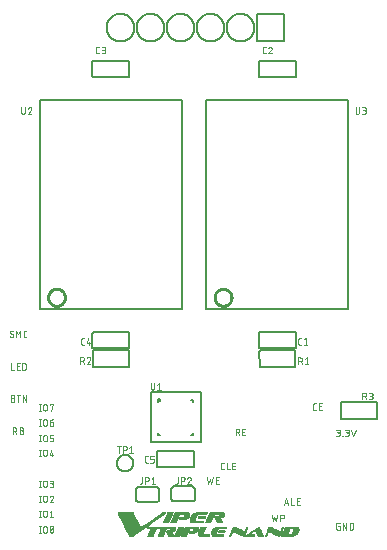
<source format=gto>
G04 EAGLE Gerber X2 export*
G75*
%MOMM*%
%FSLAX34Y34*%
%LPD*%
%AMOC8*
5,1,8,0,0,1.08239X$1,22.5*%
G01*
%ADD10R,0.243838X0.007619*%
%ADD11R,0.426719X0.007619*%
%ADD12R,0.396238X0.007619*%
%ADD13R,0.411481X0.007619*%
%ADD14R,0.403856X0.007619*%
%ADD15R,0.777238X0.007619*%
%ADD16R,0.815338X0.007619*%
%ADD17R,0.167637X0.007619*%
%ADD18R,0.121919X0.007619*%
%ADD19R,0.762000X0.007619*%
%ADD20R,0.495300X0.007619*%
%ADD21R,0.114300X0.007619*%
%ADD22R,0.937256X0.007619*%
%ADD23R,0.297181X0.007619*%
%ADD24R,0.434338X0.007619*%
%ADD25R,0.845819X0.007619*%
%ADD26R,0.883919X0.007619*%
%ADD27R,0.190500X0.007619*%
%ADD28R,0.175256X0.007619*%
%ADD29R,0.784856X0.007619*%
%ADD30R,0.518156X0.007619*%
%ADD31R,0.182881X0.007619*%
%ADD32R,1.005837X0.007619*%
%ADD33R,0.335281X0.007619*%
%ADD34R,0.441956X0.007619*%
%ADD35R,0.449581X0.007619*%
%ADD36R,0.876300X0.007619*%
%ADD37R,0.922019X0.007619*%
%ADD38R,0.198119X0.007619*%
%ADD39R,0.792481X0.007619*%
%ADD40R,0.541019X0.007619*%
%ADD41R,1.043937X0.007619*%
%ADD42R,0.358137X0.007619*%
%ADD43R,0.457200X0.007619*%
%ADD44R,0.906775X0.007619*%
%ADD45R,0.937262X0.007619*%
%ADD46R,0.220975X0.007619*%
%ADD47R,0.220981X0.007619*%
%ADD48R,1.074419X0.007619*%
%ADD49R,0.388619X0.007619*%
%ADD50R,0.441963X0.007619*%
%ADD51R,0.464819X0.007619*%
%ADD52R,0.929638X0.007619*%
%ADD53R,0.960119X0.007619*%
%ADD54R,0.548638X0.007619*%
%ADD55R,0.205738X0.007619*%
%ADD56R,1.089656X0.007619*%
%ADD57R,0.967738X0.007619*%
%ADD58R,0.266700X0.007619*%
%ADD59R,0.259081X0.007619*%
%ADD60R,1.104900X0.007619*%
%ADD61R,0.419100X0.007619*%
%ADD62R,0.952500X0.007619*%
%ADD63R,0.990600X0.007619*%
%ADD64R,0.281938X0.007619*%
%ADD65R,0.769619X0.007619*%
%ADD66R,1.127756X0.007619*%
%ADD67R,0.998219X0.007619*%
%ADD68R,0.304800X0.007619*%
%ADD69R,1.135375X0.007619*%
%ADD70R,0.975356X0.007619*%
%ADD71R,1.013456X0.007619*%
%ADD72R,0.320038X0.007619*%
%ADD73R,0.754381X0.007619*%
%ADD74R,1.150619X0.007619*%
%ADD75R,0.472438X0.007619*%
%ADD76R,0.982981X0.007619*%
%ADD77R,1.021081X0.007619*%
%ADD78R,0.746756X0.007619*%
%ADD79R,0.342900X0.007619*%
%ADD80R,1.158238X0.007619*%
%ADD81R,0.480056X0.007619*%
%ADD82R,1.028700X0.007619*%
%ADD83R,0.365756X0.007619*%
%ADD84R,0.739138X0.007619*%
%ADD85R,1.173481X0.007619*%
%ADD86R,0.502919X0.007619*%
%ADD87R,0.381000X0.007619*%
%ADD88R,0.731519X0.007619*%
%ADD89R,0.510537X0.007619*%
%ADD90R,0.723900X0.007619*%
%ADD91R,1.188719X0.007619*%
%ADD92R,0.525781X0.007619*%
%ADD93R,1.059181X0.007619*%
%ADD94R,0.716281X0.007619*%
%ADD95R,1.203963X0.007619*%
%ADD96R,1.021075X0.007619*%
%ADD97R,1.066800X0.007619*%
%ADD98R,0.701037X0.007619*%
%ADD99R,1.203956X0.007619*%
%ADD100R,0.556256X0.007619*%
%ADD101R,1.211575X0.007619*%
%ADD102R,0.571500X0.007619*%
%ADD103R,0.685800X0.007619*%
%ADD104R,1.219200X0.007619*%
%ADD105R,0.586738X0.007619*%
%ADD106R,0.533400X0.007619*%
%ADD107R,0.152400X0.007619*%
%ADD108R,0.609600X0.007619*%
%ADD109R,0.518162X0.007619*%
%ADD110R,0.525775X0.007619*%
%ADD111R,0.617219X0.007619*%
%ADD112R,0.640075X0.007619*%
%ADD113R,0.563881X0.007619*%
%ADD114R,0.647700X0.007619*%
%ADD115R,0.487681X0.007619*%
%ADD116R,0.579119X0.007619*%
%ADD117R,0.662938X0.007619*%
%ADD118R,0.601975X0.007619*%
%ADD119R,0.678181X0.007619*%
%ADD120R,0.624838X0.007619*%
%ADD121R,0.487675X0.007619*%
%ADD122R,0.693419X0.007619*%
%ADD123R,0.480063X0.007619*%
%ADD124R,0.640081X0.007619*%
%ADD125R,0.708656X0.007619*%
%ADD126R,0.655319X0.007619*%
%ADD127R,0.160019X0.007619*%
%ADD128R,0.678175X0.007619*%
%ADD129R,0.800100X0.007619*%
%ADD130R,0.830575X0.007619*%
%ADD131R,0.822956X0.007619*%
%ADD132R,0.838200X0.007619*%
%ADD133R,0.861063X0.007619*%
%ADD134R,0.861056X0.007619*%
%ADD135R,0.853438X0.007619*%
%ADD136R,0.891538X0.007619*%
%ADD137R,0.899156X0.007619*%
%ADD138R,0.899163X0.007619*%
%ADD139R,0.914400X0.007619*%
%ADD140R,0.944881X0.007619*%
%ADD141R,0.982975X0.007619*%
%ADD142R,1.036319X0.007619*%
%ADD143R,1.013463X0.007619*%
%ADD144R,1.059175X0.007619*%
%ADD145R,1.082037X0.007619*%
%ADD146R,1.097281X0.007619*%
%ADD147R,1.318256X0.007619*%
%ADD148R,1.318263X0.007619*%
%ADD149R,1.325881X0.007619*%
%ADD150R,0.708663X0.007619*%
%ADD151R,1.120138X0.007619*%
%ADD152R,0.594356X0.007619*%
%ADD153R,1.097275X0.007619*%
%ADD154R,1.196338X0.007619*%
%ADD155R,1.226819X0.007619*%
%ADD156R,0.449575X0.007619*%
%ADD157R,1.234438X0.007619*%
%ADD158R,1.257300X0.007619*%
%ADD159R,0.716275X0.007619*%
%ADD160R,1.264919X0.007619*%
%ADD161R,0.563875X0.007619*%
%ADD162R,0.944875X0.007619*%
%ADD163R,1.287781X0.007619*%
%ADD164R,1.295400X0.007619*%
%ADD165R,0.906781X0.007619*%
%ADD166R,1.310638X0.007619*%
%ADD167R,0.868675X0.007619*%
%ADD168R,1.341119X0.007619*%
%ADD169R,1.356356X0.007619*%
%ADD170R,0.830581X0.007619*%
%ADD171R,1.371600X0.007619*%
%ADD172R,0.807719X0.007619*%
%ADD173R,1.394456X0.007619*%
%ADD174R,0.792475X0.007619*%
%ADD175R,0.784863X0.007619*%
%ADD176R,1.402075X0.007619*%
%ADD177R,1.424937X0.007619*%
%ADD178R,1.432562X0.007619*%
%ADD179R,1.447800X0.007619*%
%ADD180R,1.463037X0.007619*%
%ADD181R,1.478275X0.007619*%
%ADD182R,0.670556X0.007619*%
%ADD183R,1.493519X0.007619*%
%ADD184R,1.508756X0.007619*%
%ADD185R,0.632456X0.007619*%
%ADD186R,1.524000X0.007619*%
%ADD187R,1.539238X0.007619*%
%ADD188R,0.411475X0.007619*%
%ADD189R,1.554475X0.007619*%
%ADD190R,1.569719X0.007619*%
%ADD191R,0.556262X0.007619*%
%ADD192R,1.584956X0.007619*%
%ADD193R,1.127763X0.007619*%
%ADD194R,0.373381X0.007619*%
%ADD195R,1.600200X0.007619*%
%ADD196R,1.135381X0.007619*%
%ADD197R,1.089662X0.007619*%
%ADD198R,1.615438X0.007619*%
%ADD199R,1.181100X0.007619*%
%ADD200R,1.630675X0.007619*%
%ADD201R,1.211581X0.007619*%
%ADD202R,0.327656X0.007619*%
%ADD203R,1.173475X0.007619*%
%ADD204R,1.645919X0.007619*%
%ADD205R,1.143000X0.007619*%
%ADD206R,0.312419X0.007619*%
%ADD207R,1.165856X0.007619*%
%ADD208R,1.661156X0.007619*%
%ADD209R,1.676400X0.007619*%
%ADD210R,1.051556X0.007619*%
%ADD211R,1.691638X0.007619*%
%ADD212R,1.706881X0.007619*%
%ADD213R,1.714500X0.007619*%
%ADD214R,0.236219X0.007619*%
%ADD215R,1.112519X0.007619*%
%ADD216R,1.737356X0.007619*%
%ADD217R,1.744981X0.007619*%
%ADD218R,0.327663X0.007619*%
%ADD219R,1.767838X0.007619*%
%ADD220R,1.783081X0.007619*%
%ADD221R,0.289556X0.007619*%
%ADD222R,1.798319X0.007619*%
%ADD223R,0.259075X0.007619*%
%ADD224R,1.813556X0.007619*%
%ADD225R,0.137156X0.007619*%
%ADD226R,1.828800X0.007619*%
%ADD227R,0.099063X0.007619*%
%ADD228R,1.417319X0.007619*%
%ADD229R,1.409700X0.007619*%
%ADD230R,0.594363X0.007619*%
%ADD231R,0.632463X0.007619*%
%ADD232R,0.754375X0.007619*%
%ADD233R,1.432556X0.007619*%
%ADD234R,0.601981X0.007619*%
%ADD235R,0.670563X0.007619*%
%ADD236R,0.403863X0.007619*%
%ADD237R,1.379219X0.007619*%
%ADD238R,1.242056X0.007619*%
%ADD239R,1.363975X0.007619*%
%ADD240R,1.386838X0.007619*%
%ADD241R,1.348738X0.007619*%
%ADD242R,1.333500X0.007619*%
%ADD243R,1.303019X0.007619*%
%ADD244R,1.325875X0.007619*%
%ADD245R,1.402081X0.007619*%
%ADD246R,1.280156X0.007619*%
%ADD247R,1.249681X0.007619*%
%ADD248R,1.272538X0.007619*%
%ADD249C,0.140000*%
%ADD250C,0.150000*%
%ADD251C,0.050800*%
%ADD252C,0.200000*%
%ADD253C,0.254000*%
%ADD254C,0.127000*%


D10*
X117843Y21107D03*
D11*
X133922Y21107D03*
D12*
X142532Y21107D03*
D13*
X151600Y21107D03*
X156705Y21107D03*
D14*
X162154Y21107D03*
D15*
X179946Y21107D03*
D16*
X191414Y21107D03*
D17*
X201587Y21107D03*
D18*
X213017Y21107D03*
D19*
X218351Y21107D03*
D20*
X227609Y21107D03*
D17*
X231762Y21107D03*
D21*
X243230Y21107D03*
D22*
X249860Y21107D03*
D23*
X117881Y21184D03*
D24*
X133960Y21184D03*
D11*
X142532Y21184D03*
D24*
X151562Y21184D03*
X156743Y21184D03*
D11*
X162192Y21184D03*
D25*
X179680Y21184D03*
D26*
X191224Y21184D03*
D27*
X201625Y21184D03*
D28*
X212903Y21184D03*
D29*
X218389Y21184D03*
D30*
X227571Y21184D03*
D31*
X231839Y21184D03*
D17*
X243116Y21184D03*
D32*
X250127Y21184D03*
D33*
X117920Y21260D03*
D34*
X133998Y21260D03*
D24*
X142570Y21260D03*
D35*
X151562Y21260D03*
D34*
X156782Y21260D03*
D24*
X162230Y21260D03*
D36*
X179603Y21260D03*
D37*
X191110Y21260D03*
D38*
X201663Y21260D03*
X212865Y21260D03*
D39*
X218427Y21260D03*
D40*
X227533Y21260D03*
D27*
X231877Y21260D03*
D38*
X243040Y21260D03*
D41*
X250317Y21260D03*
D42*
X117958Y21336D03*
D24*
X134036Y21336D03*
X142646Y21336D03*
D43*
X151524Y21336D03*
D34*
X156782Y21336D03*
D24*
X162306Y21336D03*
D44*
X179527Y21336D03*
D45*
X191033Y21336D03*
D38*
X201740Y21336D03*
D46*
X212827Y21336D03*
D39*
X218504Y21336D03*
D40*
X227533Y21336D03*
D38*
X231915Y21336D03*
D47*
X243002Y21336D03*
D48*
X250469Y21336D03*
D49*
X117958Y21412D03*
D50*
X134074Y21412D03*
D34*
X142685Y21412D03*
D51*
X151486Y21412D03*
D34*
X156858Y21412D03*
X162344Y21412D03*
D52*
X179489Y21412D03*
D53*
X190995Y21412D03*
D38*
X201740Y21412D03*
D10*
X212712Y21412D03*
D29*
X218542Y21412D03*
D54*
X227495Y21412D03*
D55*
X231953Y21412D03*
D10*
X242964Y21412D03*
D56*
X250546Y21412D03*
D14*
X118034Y21488D03*
D24*
X134112Y21488D03*
D34*
X142685Y21488D03*
D43*
X151448Y21488D03*
D34*
X156858Y21488D03*
X162344Y21488D03*
D22*
X179451Y21488D03*
D57*
X190957Y21488D03*
D55*
X201778Y21488D03*
D58*
X212674Y21488D03*
D15*
X218656Y21488D03*
D54*
X227495Y21488D03*
D38*
X231991Y21488D03*
D59*
X242888Y21488D03*
D60*
X250698Y21488D03*
D61*
X118034Y21565D03*
D34*
X134150Y21565D03*
D24*
X142723Y21565D03*
D51*
X151409Y21565D03*
D50*
X156934Y21565D03*
D24*
X162382Y21565D03*
D62*
X179375Y21565D03*
D63*
X190919Y21565D03*
D38*
X201816Y21565D03*
D64*
X212598Y21565D03*
D65*
X218694Y21565D03*
D54*
X227419Y21565D03*
D38*
X231991Y21565D03*
D64*
X242773Y21565D03*
D66*
X250812Y21565D03*
D50*
X118072Y21641D03*
D24*
X134188Y21641D03*
D34*
X142761Y21641D03*
D43*
X151371Y21641D03*
D50*
X156934Y21641D03*
D34*
X162420Y21641D03*
D57*
X179375Y21641D03*
D67*
X190881Y21641D03*
D38*
X201816Y21641D03*
D23*
X212522Y21641D03*
D19*
X218732Y21641D03*
D54*
X227419Y21641D03*
D38*
X232067Y21641D03*
D68*
X242735Y21641D03*
D69*
X250927Y21641D03*
D35*
X118110Y21717D03*
D34*
X134226Y21717D03*
D24*
X142799Y21717D03*
D51*
X151333Y21717D03*
D24*
X156972Y21717D03*
X162458Y21717D03*
D70*
X179337Y21717D03*
D71*
X190881Y21717D03*
D38*
X201892Y21717D03*
D72*
X212484Y21717D03*
D73*
X218846Y21717D03*
D54*
X227343Y21717D03*
D38*
X232067Y21717D03*
D72*
X242659Y21717D03*
D74*
X251003Y21717D03*
D75*
X118148Y21793D03*
D34*
X134226Y21793D03*
D50*
X142837Y21793D03*
D43*
X151295Y21793D03*
D34*
X157010Y21793D03*
X162497Y21793D03*
D76*
X179375Y21793D03*
D77*
X190843Y21793D03*
D38*
X201892Y21793D03*
D33*
X212408Y21793D03*
D78*
X218885Y21793D03*
D54*
X227343Y21793D03*
D38*
X232143Y21793D03*
D79*
X242621Y21793D03*
D80*
X251117Y21793D03*
D81*
X118186Y21869D03*
D34*
X134303Y21869D03*
D24*
X142875Y21869D03*
D51*
X151257Y21869D03*
D34*
X157010Y21869D03*
D24*
X162535Y21869D03*
D63*
X179337Y21869D03*
D82*
X190805Y21869D03*
D38*
X201968Y21869D03*
D83*
X212331Y21869D03*
D84*
X218999Y21869D03*
D54*
X227267Y21869D03*
D38*
X232143Y21869D03*
D42*
X242545Y21869D03*
D85*
X251193Y21869D03*
D86*
X118224Y21946D03*
D34*
X134303Y21946D03*
X142913Y21946D03*
D51*
X151181Y21946D03*
D34*
X157086Y21946D03*
X162573Y21946D03*
D32*
X179337Y21946D03*
D41*
X190805Y21946D03*
D38*
X201968Y21946D03*
D87*
X212255Y21946D03*
D88*
X219037Y21946D03*
D54*
X227267Y21946D03*
D38*
X232220Y21946D03*
D87*
X242507Y21946D03*
D85*
X251270Y21946D03*
D89*
X118262Y22022D03*
D24*
X134341Y22022D03*
X142951Y22022D03*
D43*
X151143Y22022D03*
D34*
X157086Y22022D03*
X162573Y22022D03*
D32*
X179337Y22022D03*
D41*
X190805Y22022D03*
D38*
X202044Y22022D03*
D14*
X212217Y22022D03*
D90*
X219151Y22022D03*
D54*
X227190Y22022D03*
D38*
X232220Y22022D03*
D14*
X242392Y22022D03*
D91*
X251346Y22022D03*
D92*
X118262Y22098D03*
D34*
X134379Y22098D03*
X142989Y22098D03*
D51*
X151105Y22098D03*
D34*
X157163Y22098D03*
D50*
X162649Y22098D03*
D71*
X179299Y22098D03*
D93*
X190805Y22098D03*
D38*
X202044Y22098D03*
D61*
X212141Y22098D03*
D94*
X219189Y22098D03*
D54*
X227190Y22098D03*
D55*
X232258Y22098D03*
D11*
X242354Y22098D03*
D95*
X251422Y22098D03*
D40*
X118339Y22174D03*
D24*
X134417Y22174D03*
D34*
X142989Y22174D03*
D43*
X151067Y22174D03*
D34*
X157163Y22174D03*
D50*
X162649Y22174D03*
D96*
X179337Y22174D03*
D97*
X190767Y22174D03*
D55*
X202082Y22174D03*
D34*
X212103Y22174D03*
D98*
X219266Y22174D03*
D54*
X227114Y22174D03*
D38*
X232296Y22174D03*
D50*
X242278Y22174D03*
D99*
X251498Y22174D03*
D100*
X118339Y22250D03*
D50*
X134455Y22250D03*
D24*
X143027Y22250D03*
D51*
X151028Y22250D03*
D34*
X157239Y22250D03*
D24*
X162687Y22250D03*
D96*
X179337Y22250D03*
D97*
X190767Y22250D03*
D38*
X202121Y22250D03*
D43*
X212027Y22250D03*
D98*
X219342Y22250D03*
D40*
X227076Y22250D03*
D38*
X232296Y22250D03*
D43*
X242202Y22250D03*
D101*
X251536Y22250D03*
D102*
X118415Y22327D03*
D50*
X134455Y22327D03*
D34*
X143066Y22327D03*
D43*
X150990Y22327D03*
D34*
X157239Y22327D03*
X162725Y22327D03*
D82*
X179299Y22327D03*
D97*
X190767Y22327D03*
D38*
X202121Y22327D03*
D81*
X211912Y22327D03*
D103*
X219342Y22327D03*
D54*
X227038Y22327D03*
D38*
X232372Y22327D03*
D81*
X242164Y22327D03*
D104*
X251651Y22327D03*
D105*
X118415Y22403D03*
D34*
X134531Y22403D03*
D24*
X143104Y22403D03*
D51*
X150952Y22403D03*
D24*
X157277Y22403D03*
X162763Y22403D03*
D106*
X176822Y22403D03*
D86*
X187871Y22403D03*
D38*
X202197Y22403D03*
D86*
X211874Y22403D03*
D107*
X216827Y22403D03*
D54*
X226962Y22403D03*
D38*
X232372Y22403D03*
D20*
X242087Y22403D03*
D34*
X247764Y22403D03*
D92*
X255194Y22403D03*
D108*
X118453Y22479D03*
D34*
X134531Y22479D03*
X143142Y22479D03*
D43*
X150914Y22479D03*
D50*
X157315Y22479D03*
D34*
X162801Y22479D03*
D89*
X176708Y22479D03*
D81*
X187757Y22479D03*
D38*
X202197Y22479D03*
D109*
X211798Y22479D03*
D107*
X216903Y22479D03*
D54*
X226962Y22479D03*
D38*
X232448Y22479D03*
D110*
X242011Y22479D03*
D34*
X247841Y22479D03*
D86*
X255384Y22479D03*
D111*
X118491Y22555D03*
D34*
X134607Y22555D03*
D24*
X143180Y22555D03*
D51*
X150876Y22555D03*
D24*
X157353Y22555D03*
X162839Y22555D03*
D86*
X176670Y22555D03*
D81*
X187681Y22555D03*
D38*
X202273Y22555D03*
D40*
X211760Y22555D03*
D107*
X217056Y22555D03*
D54*
X226886Y22555D03*
D38*
X232448Y22555D03*
D40*
X241935Y22555D03*
D34*
X247841Y22555D03*
D86*
X255537Y22555D03*
D112*
X118529Y22631D03*
D34*
X134607Y22631D03*
D50*
X143218Y22631D03*
D43*
X150838Y22631D03*
D34*
X157391Y22631D03*
X162878Y22631D03*
D20*
X176632Y22631D03*
D75*
X187643Y22631D03*
D38*
X202273Y22631D03*
D100*
X211684Y22631D03*
D107*
X217132Y22631D03*
D54*
X226886Y22631D03*
D38*
X232524Y22631D03*
D113*
X241897Y22631D03*
D24*
X247879Y22631D03*
D20*
X255651Y22631D03*
D114*
X118567Y22708D03*
D24*
X134645Y22708D03*
X143256Y22708D03*
D51*
X150800Y22708D03*
D34*
X157391Y22708D03*
X162878Y22708D03*
D115*
X176594Y22708D03*
D51*
X187604Y22708D03*
D38*
X202349Y22708D03*
D105*
X211607Y22708D03*
D107*
X217284Y22708D03*
D54*
X226809Y22708D03*
D38*
X232524Y22708D03*
D116*
X241821Y22708D03*
D34*
X247917Y22708D03*
D20*
X255727Y22708D03*
D117*
X118567Y22784D03*
D34*
X134684Y22784D03*
X143294Y22784D03*
D43*
X150762Y22784D03*
D34*
X157467Y22784D03*
X162954Y22784D03*
D115*
X176594Y22784D03*
D75*
X187566Y22784D03*
D38*
X202349Y22784D03*
D118*
X211531Y22784D03*
D107*
X217361Y22784D03*
D54*
X226809Y22784D03*
D55*
X232562Y22784D03*
D118*
X241783Y22784D03*
D34*
X247917Y22784D03*
D115*
X255842Y22784D03*
D119*
X118643Y22860D03*
D24*
X134722Y22860D03*
D34*
X143294Y22860D03*
D51*
X150724Y22860D03*
D34*
X157467Y22860D03*
X162954Y22860D03*
D115*
X176594Y22860D03*
D75*
X187566Y22860D03*
D55*
X202387Y22860D03*
D120*
X211493Y22860D03*
D107*
X217513Y22860D03*
D54*
X226733Y22860D03*
D38*
X232601Y22860D03*
D111*
X241706Y22860D03*
D50*
X247993Y22860D03*
D121*
X255918Y22860D03*
D122*
X118643Y22936D03*
D34*
X134760Y22936D03*
D24*
X143332Y22936D03*
D43*
X150686Y22936D03*
D34*
X157544Y22936D03*
D24*
X162992Y22936D03*
D123*
X176555Y22936D03*
D51*
X187528Y22936D03*
D38*
X202425Y22936D03*
D124*
X211417Y22936D03*
D107*
X217589Y22936D03*
D54*
X226733Y22936D03*
D38*
X232601Y22936D03*
D112*
X241592Y22936D03*
D50*
X247993Y22936D03*
D115*
X255994Y22936D03*
D125*
X118720Y23012D03*
D34*
X134760Y23012D03*
X143370Y23012D03*
D51*
X150647Y23012D03*
D34*
X157544Y23012D03*
D50*
X163030Y23012D03*
D123*
X176555Y23012D03*
D51*
X187528Y23012D03*
D38*
X202425Y23012D03*
D126*
X211341Y23012D03*
D127*
X217703Y23012D03*
D54*
X226657Y23012D03*
D38*
X232677Y23012D03*
D117*
X241554Y23012D03*
D34*
X248069Y23012D03*
D121*
X256070Y23012D03*
D90*
X118720Y23089D03*
D50*
X134836Y23089D03*
D24*
X143408Y23089D03*
D43*
X150609Y23089D03*
D24*
X157582Y23089D03*
X163068Y23089D03*
D123*
X176555Y23089D03*
D51*
X187528Y23089D03*
D38*
X202502Y23089D03*
D128*
X211303Y23089D03*
D107*
X217818Y23089D03*
D40*
X226619Y23089D03*
D38*
X232677Y23089D03*
D119*
X241478Y23089D03*
D34*
X248069Y23089D03*
D115*
X256146Y23089D03*
D84*
X118796Y23165D03*
D50*
X134836Y23165D03*
D34*
X143447Y23165D03*
D51*
X150571Y23165D03*
D34*
X157620Y23165D03*
X163106Y23165D03*
D123*
X176555Y23165D03*
D51*
X187528Y23165D03*
D38*
X202502Y23165D03*
D98*
X211188Y23165D03*
D127*
X217932Y23165D03*
D54*
X226581Y23165D03*
D38*
X232753Y23165D03*
D98*
X241440Y23165D03*
D34*
X248145Y23165D03*
D20*
X256184Y23165D03*
D73*
X118796Y23241D03*
D34*
X134912Y23241D03*
D24*
X143485Y23241D03*
D43*
X150533Y23241D03*
D24*
X157658Y23241D03*
X163144Y23241D03*
D81*
X176632Y23241D03*
D75*
X187490Y23241D03*
D38*
X202578Y23241D03*
D90*
X211150Y23241D03*
D107*
X218046Y23241D03*
D40*
X226543Y23241D03*
D38*
X232753Y23241D03*
D94*
X241364Y23241D03*
D34*
X248145Y23241D03*
D20*
X256261Y23241D03*
D19*
X118834Y23317D03*
D34*
X134912Y23317D03*
X143523Y23317D03*
D43*
X150457Y23317D03*
D50*
X157696Y23317D03*
D34*
X163182Y23317D03*
D81*
X176632Y23317D03*
X187528Y23317D03*
D38*
X202578Y23317D03*
D84*
X211074Y23317D03*
D107*
X218123Y23317D03*
D54*
X226505Y23317D03*
D38*
X232829Y23317D03*
D84*
X241325Y23317D03*
D24*
X248183Y23317D03*
D20*
X256337Y23317D03*
D29*
X118872Y23393D03*
D24*
X134950Y23393D03*
X143561Y23393D03*
D51*
X150419Y23393D03*
D50*
X157696Y23393D03*
D34*
X163182Y23393D03*
D81*
X176632Y23393D03*
X187528Y23393D03*
D38*
X202654Y23393D03*
D19*
X211036Y23393D03*
D107*
X218275Y23393D03*
D40*
X226466Y23393D03*
D38*
X232829Y23393D03*
D19*
X241211Y23393D03*
D34*
X248222Y23393D03*
D20*
X256413Y23393D03*
D129*
X118872Y23470D03*
D34*
X134988Y23470D03*
D50*
X143599Y23470D03*
D43*
X150381Y23470D03*
D34*
X157772Y23470D03*
X163259Y23470D03*
D81*
X176632Y23470D03*
X187528Y23470D03*
D38*
X202654Y23470D03*
D15*
X210960Y23470D03*
D107*
X218351Y23470D03*
D54*
X226428Y23470D03*
D55*
X232867Y23470D03*
D29*
X241173Y23470D03*
D34*
X248222Y23470D03*
D20*
X256413Y23470D03*
D16*
X118948Y23546D03*
D24*
X135026Y23546D03*
X143637Y23546D03*
D51*
X150343Y23546D03*
D34*
X157772Y23546D03*
X163259Y23546D03*
D81*
X176708Y23546D03*
X187528Y23546D03*
D55*
X202692Y23546D03*
D129*
X210922Y23546D03*
D107*
X218504Y23546D03*
D40*
X226390Y23546D03*
D38*
X232905Y23546D03*
D129*
X241097Y23546D03*
D34*
X248298Y23546D03*
D20*
X256489Y23546D03*
D130*
X118948Y23622D03*
D34*
X135065Y23622D03*
D24*
X143637Y23622D03*
D43*
X150305Y23622D03*
D34*
X157848Y23622D03*
D24*
X163297Y23622D03*
D81*
X176708Y23622D03*
D115*
X187566Y23622D03*
D38*
X202730Y23622D03*
D131*
X210807Y23622D03*
D107*
X218580Y23622D03*
D54*
X226352Y23622D03*
D38*
X232905Y23622D03*
D16*
X241021Y23622D03*
D34*
X248298Y23622D03*
D86*
X256527Y23622D03*
D25*
X119024Y23698D03*
D34*
X135065Y23698D03*
X143675Y23698D03*
D51*
X150266Y23698D03*
D34*
X157848Y23698D03*
X163335Y23698D03*
D81*
X176708Y23698D03*
D115*
X187566Y23698D03*
D38*
X202730Y23698D03*
D132*
X210731Y23698D03*
D127*
X218694Y23698D03*
D40*
X226314Y23698D03*
D38*
X232982Y23698D03*
D132*
X240983Y23698D03*
D50*
X248374Y23698D03*
D86*
X256604Y23698D03*
D133*
X119024Y23774D03*
D34*
X135141Y23774D03*
D24*
X143713Y23774D03*
D43*
X150228Y23774D03*
D24*
X157886Y23774D03*
X163373Y23774D03*
D115*
X176746Y23774D03*
X187566Y23774D03*
D38*
X202806Y23774D03*
D134*
X210693Y23774D03*
D107*
X218808Y23774D03*
D54*
X226276Y23774D03*
D38*
X232982Y23774D03*
D135*
X240906Y23774D03*
D50*
X248374Y23774D03*
D20*
X256642Y23774D03*
D36*
X119101Y23851D03*
D34*
X135141Y23851D03*
X143751Y23851D03*
D51*
X150190Y23851D03*
D34*
X157925Y23851D03*
D50*
X163411Y23851D03*
D30*
X168974Y23851D03*
D81*
X176784Y23851D03*
D115*
X187643Y23851D03*
D38*
X202806Y23851D03*
D36*
X210617Y23851D03*
D127*
X218923Y23851D03*
D40*
X226238Y23851D03*
D38*
X233058Y23851D03*
D26*
X240830Y23851D03*
D34*
X248450Y23851D03*
D86*
X256680Y23851D03*
D136*
X119101Y23927D03*
D50*
X135217Y23927D03*
D24*
X143789Y23927D03*
D43*
X150152Y23927D03*
D24*
X157963Y23927D03*
X163449Y23927D03*
D100*
X169164Y23927D03*
D121*
X176822Y23927D03*
D115*
X187643Y23927D03*
D38*
X202883Y23927D03*
D137*
X210579Y23927D03*
D107*
X219037Y23927D03*
D54*
X226200Y23927D03*
D38*
X233058Y23927D03*
D138*
X240754Y23927D03*
D34*
X248450Y23927D03*
D86*
X256756Y23927D03*
D137*
X119139Y24003D03*
D50*
X135217Y24003D03*
D34*
X143828Y24003D03*
D51*
X150114Y24003D03*
D34*
X158001Y24003D03*
X163487Y24003D03*
D105*
X169316Y24003D03*
D81*
X176860Y24003D03*
D115*
X187643Y24003D03*
D38*
X202883Y24003D03*
D139*
X210503Y24003D03*
D107*
X219113Y24003D03*
D40*
X226162Y24003D03*
D38*
X233134Y24003D03*
D37*
X240716Y24003D03*
D24*
X248488Y24003D03*
D86*
X256756Y24003D03*
D37*
X119177Y24079D03*
D24*
X135255Y24079D03*
X143866Y24079D03*
D43*
X150076Y24079D03*
D34*
X158001Y24079D03*
X163487Y24079D03*
D108*
X169431Y24079D03*
D81*
X176860Y24079D03*
D20*
X187681Y24079D03*
D38*
X202959Y24079D03*
D140*
X210426Y24079D03*
D107*
X219266Y24079D03*
D40*
X226085Y24079D03*
D38*
X233134Y24079D03*
D22*
X240640Y24079D03*
D34*
X248526Y24079D03*
D86*
X256832Y24079D03*
D52*
X119215Y24155D03*
D34*
X135293Y24155D03*
X143904Y24155D03*
D51*
X150038Y24155D03*
D50*
X158077Y24155D03*
D34*
X163563Y24155D03*
D111*
X169545Y24155D03*
D115*
X176898Y24155D03*
D20*
X187681Y24155D03*
D38*
X202959Y24155D03*
D53*
X210350Y24155D03*
D107*
X219342Y24155D03*
D40*
X226085Y24155D03*
D55*
X233172Y24155D03*
D53*
X240602Y24155D03*
D34*
X248526Y24155D03*
D89*
X256870Y24155D03*
D62*
X119253Y24232D03*
D24*
X135331Y24232D03*
X143942Y24232D03*
D43*
X150000Y24232D03*
D50*
X158077Y24232D03*
D34*
X163563Y24232D03*
D124*
X169659Y24232D03*
D123*
X176936Y24232D03*
D86*
X187719Y24232D03*
D55*
X202997Y24232D03*
D76*
X210312Y24232D03*
D107*
X219494Y24232D03*
D40*
X226009Y24232D03*
D38*
X233210Y24232D03*
D70*
X240525Y24232D03*
D34*
X248603Y24232D03*
D86*
X256908Y24232D03*
D53*
X119291Y24308D03*
D34*
X135369Y24308D03*
D24*
X143942Y24308D03*
D51*
X149962Y24308D03*
D34*
X158153Y24308D03*
D24*
X163601Y24308D03*
D114*
X169774Y24308D03*
D115*
X176975Y24308D03*
D20*
X187757Y24308D03*
D38*
X203035Y24308D03*
D67*
X210236Y24308D03*
D107*
X219570Y24308D03*
D54*
X225971Y24308D03*
D38*
X233210Y24308D03*
D67*
X240411Y24308D03*
D34*
X248603Y24308D03*
D89*
X256946Y24308D03*
D141*
X119329Y24384D03*
D34*
X135369Y24384D03*
D50*
X143980Y24384D03*
D43*
X149924Y24384D03*
D34*
X158153Y24384D03*
X163640Y24384D03*
D117*
X169850Y24384D03*
D81*
X177013Y24384D03*
D20*
X187757Y24384D03*
D38*
X203035Y24384D03*
D71*
X210160Y24384D03*
D127*
X219685Y24384D03*
D40*
X225933Y24384D03*
D38*
X233286Y24384D03*
D77*
X240373Y24384D03*
D34*
X248679Y24384D03*
D86*
X256985Y24384D03*
D67*
X119329Y24460D03*
D34*
X135446Y24460D03*
D24*
X144018Y24460D03*
D51*
X149885Y24460D03*
D24*
X158191Y24460D03*
X163678Y24460D03*
D117*
X169926Y24460D03*
D121*
X177051Y24460D03*
D86*
X187795Y24460D03*
D38*
X203111Y24460D03*
D142*
X210122Y24460D03*
D107*
X219799Y24460D03*
D54*
X225895Y24460D03*
D38*
X233286Y24460D03*
D142*
X240297Y24460D03*
D34*
X248679Y24460D03*
D89*
X257023Y24460D03*
D143*
X119405Y24536D03*
D34*
X135446Y24536D03*
X144056Y24536D03*
D43*
X149847Y24536D03*
D34*
X158229Y24536D03*
X163716Y24536D03*
D128*
X170002Y24536D03*
D81*
X177089Y24536D03*
D86*
X187795Y24536D03*
D38*
X203111Y24536D03*
D144*
X210007Y24536D03*
D127*
X219913Y24536D03*
D40*
X225857Y24536D03*
D38*
X233363Y24536D03*
D144*
X240259Y24536D03*
D24*
X248717Y24536D03*
D86*
X257061Y24536D03*
D82*
X119405Y24613D03*
D34*
X135522Y24613D03*
D24*
X144094Y24613D03*
D75*
X149847Y24613D03*
D24*
X158267Y24613D03*
X163754Y24613D03*
D103*
X170117Y24613D03*
D115*
X177127Y24613D03*
D86*
X187871Y24613D03*
D113*
X194120Y24613D03*
D38*
X203187Y24613D03*
D145*
X209969Y24613D03*
D107*
X220028Y24613D03*
D54*
X225819Y24613D03*
D38*
X233363Y24613D03*
D48*
X240182Y24613D03*
D50*
X248755Y24613D03*
D89*
X257099Y24613D03*
D142*
X119444Y24689D03*
D34*
X135522Y24689D03*
X144132Y24689D03*
D89*
X150038Y24689D03*
D34*
X158306Y24689D03*
D50*
X163792Y24689D03*
D122*
X170155Y24689D03*
D81*
X177165Y24689D03*
D86*
X187871Y24689D03*
D116*
X194196Y24689D03*
D38*
X203187Y24689D03*
D146*
X209893Y24689D03*
D107*
X220104Y24689D03*
D40*
X225781Y24689D03*
D38*
X233439Y24689D03*
D146*
X240144Y24689D03*
D24*
X248793Y24689D03*
D89*
X257099Y24689D03*
D144*
X119482Y24765D03*
D24*
X135560Y24765D03*
X144170Y24765D03*
D54*
X150152Y24765D03*
D34*
X158306Y24765D03*
D24*
X163830Y24765D03*
D125*
X170231Y24765D03*
D81*
X177165Y24765D03*
D89*
X187909Y24765D03*
D105*
X194234Y24765D03*
D147*
X208864Y24765D03*
D107*
X220256Y24765D03*
D54*
X225743Y24765D03*
D148*
X239039Y24765D03*
D34*
X248831Y24765D03*
D89*
X257175Y24765D03*
D97*
X119520Y24841D03*
D50*
X135598Y24841D03*
D34*
X144209Y24841D03*
D116*
X150228Y24841D03*
D34*
X158382Y24841D03*
X163868Y24841D03*
D125*
X170307Y24841D03*
D121*
X177203Y24841D03*
D86*
X187947Y24841D03*
D105*
X194234Y24841D03*
D147*
X208864Y24841D03*
D107*
X220332Y24841D03*
D40*
X225704Y24841D03*
D149*
X239078Y24841D03*
D24*
X248869Y24841D03*
D89*
X257175Y24841D03*
D56*
X119558Y24917D03*
D50*
X135598Y24917D03*
D24*
X144247Y24917D03*
D118*
X150343Y24917D03*
D34*
X158382Y24917D03*
X163868Y24917D03*
D125*
X170383Y24917D03*
D81*
X177241Y24917D03*
D89*
X187985Y24917D03*
D105*
X194310Y24917D03*
D149*
X208902Y24917D03*
D127*
X220447Y24917D03*
D54*
X225666Y24917D03*
D147*
X239116Y24917D03*
D34*
X248907Y24917D03*
D86*
X257213Y24917D03*
D146*
X119596Y24994D03*
D34*
X135674Y24994D03*
X144285Y24994D03*
D120*
X150381Y24994D03*
D50*
X158458Y24994D03*
D24*
X163906Y24994D03*
D150*
X170459Y24994D03*
D115*
X177279Y24994D03*
D89*
X187985Y24994D03*
D105*
X194310Y24994D03*
D148*
X208940Y24994D03*
D107*
X220561Y24994D03*
D40*
X225628Y24994D03*
D147*
X239116Y24994D03*
D34*
X248907Y24994D03*
D89*
X257251Y24994D03*
D151*
X119634Y25070D03*
D34*
X135674Y25070D03*
X144285Y25070D03*
D114*
X150495Y25070D03*
D50*
X158458Y25070D03*
D34*
X163944Y25070D03*
D40*
X171374Y25070D03*
D123*
X177317Y25070D03*
D86*
X188024Y25070D03*
D152*
X194348Y25070D03*
D148*
X208940Y25070D03*
D127*
X220675Y25070D03*
D40*
X225552Y25070D03*
D147*
X239192Y25070D03*
D34*
X248984Y25070D03*
D86*
X257289Y25070D03*
D66*
X119672Y25146D03*
D34*
X135750Y25146D03*
D24*
X144323Y25146D03*
D117*
X150571Y25146D03*
D34*
X158534Y25146D03*
D24*
X163982Y25146D03*
D20*
X171679Y25146D03*
D115*
X177356Y25146D03*
D89*
X188062Y25146D03*
D105*
X194386Y25146D03*
D147*
X209017Y25146D03*
D107*
X220790Y25146D03*
D40*
X225552Y25146D03*
D147*
X239192Y25146D03*
D34*
X248984Y25146D03*
D86*
X257289Y25146D03*
D74*
X119710Y25222D03*
D34*
X135750Y25222D03*
D50*
X144361Y25222D03*
D119*
X150647Y25222D03*
D34*
X158534Y25222D03*
X164021Y25222D03*
D81*
X171831Y25222D03*
X177394Y25222D03*
D86*
X188100Y25222D03*
D152*
X194424Y25222D03*
D153*
X207912Y25222D03*
D38*
X214617Y25222D03*
D127*
X220904Y25222D03*
D40*
X225476Y25222D03*
D153*
X238163Y25222D03*
D55*
X244831Y25222D03*
D24*
X249022Y25222D03*
D86*
X257366Y25222D03*
D80*
X119748Y25298D03*
D34*
X135827Y25298D03*
D24*
X144399Y25298D03*
D128*
X150724Y25298D03*
D24*
X158572Y25298D03*
X164059Y25298D03*
D51*
X171983Y25298D03*
D121*
X177432Y25298D03*
D89*
X188138Y25298D03*
D105*
X194462Y25298D03*
D48*
X207874Y25298D03*
D55*
X214655Y25298D03*
D107*
X221018Y25298D03*
D40*
X225476Y25298D03*
D145*
X238087Y25298D03*
D38*
X244869Y25298D03*
D34*
X249060Y25298D03*
D86*
X257366Y25298D03*
D85*
X119748Y25375D03*
D34*
X135827Y25375D03*
X144437Y25375D03*
D122*
X150800Y25375D03*
D34*
X158610Y25375D03*
X164097Y25375D03*
D51*
X172060Y25375D03*
D81*
X177470Y25375D03*
D86*
X188176Y25375D03*
D105*
X194462Y25375D03*
D93*
X207797Y25375D03*
D38*
X214694Y25375D03*
D107*
X221094Y25375D03*
D40*
X225400Y25375D03*
D93*
X238049Y25375D03*
D55*
X244907Y25375D03*
D24*
X249098Y25375D03*
D86*
X257366Y25375D03*
D154*
X119786Y25451D03*
D24*
X135865Y25451D03*
X144475Y25451D03*
D122*
X150876Y25451D03*
D24*
X158648Y25451D03*
X164135Y25451D03*
D35*
X172136Y25451D03*
D81*
X177470Y25451D03*
D89*
X188214Y25451D03*
D105*
X194539Y25451D03*
D142*
X207759Y25451D03*
D55*
X214732Y25451D03*
D107*
X221247Y25451D03*
D40*
X225400Y25451D03*
D41*
X237973Y25451D03*
D38*
X244945Y25451D03*
D50*
X249136Y25451D03*
D20*
X257404Y25451D03*
D99*
X119825Y25527D03*
D34*
X135903Y25527D03*
X144513Y25527D03*
D125*
X150952Y25527D03*
D34*
X158687Y25527D03*
D50*
X164173Y25527D03*
D35*
X172212Y25527D03*
D115*
X177508Y25527D03*
D86*
X188252Y25527D03*
D105*
X194539Y25527D03*
D96*
X207683Y25527D03*
D38*
X214770Y25527D03*
D107*
X221323Y25527D03*
D40*
X225323Y25527D03*
D77*
X237858Y25527D03*
D55*
X244983Y25527D03*
D24*
X249174Y25527D03*
D86*
X257442Y25527D03*
D155*
X119863Y25603D03*
D24*
X135941Y25603D03*
X144551Y25603D03*
D150*
X151028Y25603D03*
D34*
X158687Y25603D03*
D50*
X164173Y25603D03*
D156*
X172288Y25603D03*
D81*
X177546Y25603D03*
D86*
X188252Y25603D03*
D105*
X194615Y25603D03*
D32*
X207607Y25603D03*
D55*
X214808Y25603D03*
D127*
X221437Y25603D03*
D40*
X225323Y25603D03*
D67*
X237820Y25603D03*
D38*
X245021Y25603D03*
D34*
X249212Y25603D03*
D20*
X257480Y25603D03*
D157*
X119901Y25679D03*
D50*
X135979Y25679D03*
D34*
X144590Y25679D03*
D94*
X151067Y25679D03*
D34*
X158763Y25679D03*
D24*
X164211Y25679D03*
D34*
X172326Y25679D03*
D121*
X177584Y25679D03*
D86*
X188328Y25679D03*
D105*
X194615Y25679D03*
D76*
X207569Y25679D03*
D38*
X214846Y25679D03*
D107*
X221552Y25679D03*
D40*
X225247Y25679D03*
D76*
X237744Y25679D03*
D38*
X245021Y25679D03*
D34*
X249212Y25679D03*
D20*
X257480Y25679D03*
D158*
X119939Y25756D03*
D24*
X136017Y25756D03*
D34*
X144590Y25756D03*
D159*
X151143Y25756D03*
D34*
X158763Y25756D03*
X164249Y25756D03*
X172403Y25756D03*
D81*
X177622Y25756D03*
D86*
X188328Y25756D03*
D105*
X194691Y25756D03*
D57*
X207493Y25756D03*
D38*
X214846Y25756D03*
D127*
X221666Y25756D03*
D40*
X225247Y25756D03*
D53*
X237706Y25756D03*
D38*
X245097Y25756D03*
D34*
X249288Y25756D03*
D115*
X257518Y25756D03*
D160*
X119977Y25832D03*
D34*
X136055Y25832D03*
D24*
X144628Y25832D03*
D125*
X151257Y25832D03*
D50*
X158839Y25832D03*
D24*
X164287Y25832D03*
X172441Y25832D03*
D115*
X177660Y25832D03*
D86*
X188405Y25832D03*
D161*
X194729Y25832D03*
D140*
X207455Y25832D03*
D38*
X214922Y25832D03*
D103*
X224447Y25832D03*
D162*
X237630Y25832D03*
D38*
X245097Y25832D03*
D34*
X249288Y25832D03*
D115*
X257518Y25832D03*
D163*
X120015Y25908D03*
D34*
X136055Y25908D03*
X144666Y25908D03*
D86*
X152362Y25908D03*
D50*
X158839Y25908D03*
D34*
X164325Y25908D03*
X172479Y25908D03*
D123*
X177698Y25908D03*
D20*
X188443Y25908D03*
D52*
X207378Y25908D03*
D38*
X214922Y25908D03*
D128*
X224485Y25908D03*
D37*
X237592Y25908D03*
D55*
X245135Y25908D03*
D24*
X249326Y25908D03*
D115*
X257518Y25908D03*
D164*
X120053Y25984D03*
D34*
X136131Y25984D03*
D24*
X144704Y25984D03*
D123*
X152552Y25984D03*
D24*
X158877Y25984D03*
X164363Y25984D03*
X172517Y25984D03*
D115*
X177737Y25984D03*
D86*
X188481Y25984D03*
D137*
X207302Y25984D03*
D55*
X214960Y25984D03*
D126*
X224523Y25984D03*
D165*
X237515Y25984D03*
D38*
X245174Y25984D03*
D34*
X249365Y25984D03*
D81*
X257556Y25984D03*
D166*
X120053Y26060D03*
D34*
X136131Y26060D03*
D50*
X144742Y26060D03*
D51*
X152629Y26060D03*
D34*
X158915Y26060D03*
X164402Y26060D03*
D50*
X172555Y26060D03*
D81*
X177775Y26060D03*
D20*
X188519Y26060D03*
D26*
X207226Y26060D03*
D38*
X214998Y26060D03*
D124*
X224523Y26060D03*
D26*
X237477Y26060D03*
D55*
X245212Y26060D03*
D24*
X249403Y26060D03*
D81*
X257556Y26060D03*
D149*
X120129Y26137D03*
D24*
X136169Y26137D03*
X144780Y26137D03*
D43*
X152743Y26137D03*
D24*
X158953Y26137D03*
X164440Y26137D03*
X172593Y26137D03*
D81*
X177775Y26137D03*
D20*
X188595Y26137D03*
D134*
X207188Y26137D03*
D55*
X215036Y26137D03*
D120*
X224600Y26137D03*
D167*
X237401Y26137D03*
D38*
X245250Y26137D03*
D34*
X249441Y26137D03*
D81*
X257632Y26137D03*
D168*
X120129Y26213D03*
D34*
X136208Y26213D03*
X144818Y26213D03*
D43*
X152819Y26213D03*
D34*
X158991Y26213D03*
X164478Y26213D03*
X172631Y26213D03*
D121*
X177813Y26213D03*
X188633Y26213D03*
D25*
X207112Y26213D03*
D38*
X215075Y26213D03*
D108*
X224600Y26213D03*
D135*
X237325Y26213D03*
D55*
X245288Y26213D03*
D24*
X249479Y26213D03*
D81*
X257632Y26213D03*
D169*
X120206Y26289D03*
D24*
X136246Y26289D03*
X144856Y26289D03*
D156*
X152857Y26289D03*
D34*
X158991Y26289D03*
X164478Y26289D03*
X172631Y26289D03*
D81*
X177851Y26289D03*
D20*
X188671Y26289D03*
D170*
X207035Y26289D03*
D55*
X215113Y26289D03*
D118*
X224638Y26289D03*
D170*
X237287Y26289D03*
D38*
X245326Y26289D03*
D50*
X249517Y26289D03*
D81*
X257632Y26289D03*
D171*
X120206Y26365D03*
D34*
X136284Y26365D03*
X144894Y26365D03*
D35*
X152933Y26365D03*
D34*
X159068Y26365D03*
D24*
X164516Y26365D03*
D34*
X172631Y26365D03*
D115*
X177889Y26365D03*
D20*
X188747Y26365D03*
D172*
X206997Y26365D03*
D38*
X215151Y26365D03*
D116*
X224676Y26365D03*
D172*
X237173Y26365D03*
D38*
X245326Y26365D03*
D50*
X249517Y26365D03*
D75*
X257670Y26365D03*
D173*
X120244Y26441D03*
D24*
X136322Y26441D03*
X144932Y26441D03*
D34*
X152972Y26441D03*
X159068Y26441D03*
D50*
X164554Y26441D03*
D34*
X172631Y26441D03*
D81*
X177927Y26441D03*
D115*
X188786Y26441D03*
D174*
X206921Y26441D03*
D38*
X215151Y26441D03*
D102*
X224714Y26441D03*
D175*
X237134Y26441D03*
D38*
X245402Y26441D03*
D24*
X249555Y26441D03*
D75*
X257670Y26441D03*
D176*
X120282Y26518D03*
D50*
X136360Y26518D03*
D24*
X144932Y26518D03*
D156*
X153010Y26518D03*
D34*
X159144Y26518D03*
D24*
X164592Y26518D03*
D34*
X172707Y26518D03*
D121*
X177965Y26518D03*
X188862Y26518D03*
D65*
X206883Y26518D03*
D38*
X215227Y26518D03*
D54*
X224752Y26518D03*
D65*
X237058Y26518D03*
D38*
X245402Y26518D03*
D34*
X249593Y26518D03*
D75*
X257670Y26518D03*
D177*
X120320Y26594D03*
D50*
X136360Y26594D03*
D34*
X144971Y26594D03*
X153048Y26594D03*
X159144Y26594D03*
X164630Y26594D03*
X172707Y26594D03*
D81*
X178003Y26594D03*
X188900Y26594D03*
D73*
X206807Y26594D03*
D38*
X215227Y26594D03*
D40*
X224790Y26594D03*
D78*
X237020Y26594D03*
D55*
X245440Y26594D03*
D24*
X249631Y26594D03*
D51*
X257632Y26594D03*
D178*
X120358Y26670D03*
D24*
X136398Y26670D03*
X145009Y26670D03*
D35*
X153086Y26670D03*
D24*
X159182Y26670D03*
X164668Y26670D03*
D34*
X172707Y26670D03*
D115*
X178041Y26670D03*
D81*
X188976Y26670D03*
D88*
X206769Y26670D03*
D55*
X215265Y26670D03*
D30*
X224828Y26670D03*
D88*
X236944Y26670D03*
D38*
X245478Y26670D03*
D34*
X249669Y26670D03*
D51*
X257632Y26670D03*
D179*
X120358Y26746D03*
D34*
X136436Y26746D03*
X145047Y26746D03*
D35*
X153086Y26746D03*
D50*
X159220Y26746D03*
D34*
X164706Y26746D03*
X172707Y26746D03*
D123*
X178079Y26746D03*
D81*
X189052Y26746D03*
D150*
X206654Y26746D03*
D38*
X215303Y26746D03*
D89*
X224866Y26746D03*
D125*
X236906Y26746D03*
D55*
X245516Y26746D03*
D24*
X249707Y26746D03*
D43*
X257670Y26746D03*
D180*
X120434Y26822D03*
D24*
X136474Y26822D03*
X145085Y26822D03*
D35*
X153086Y26822D03*
D24*
X159258Y26822D03*
X164744Y26822D03*
D34*
X172707Y26822D03*
D123*
X178079Y26822D03*
X189128Y26822D03*
D103*
X206616Y26822D03*
D55*
X215341Y26822D03*
D115*
X224904Y26822D03*
D122*
X236830Y26822D03*
D38*
X245555Y26822D03*
D34*
X249746Y26822D03*
D43*
X257670Y26822D03*
D181*
X120434Y26899D03*
D34*
X136512Y26899D03*
D50*
X145123Y26899D03*
D43*
X153124Y26899D03*
D34*
X159296Y26899D03*
X164783Y26899D03*
D156*
X172669Y26899D03*
D115*
X178118Y26899D03*
D81*
X189205Y26899D03*
D182*
X206540Y26899D03*
D38*
X215379Y26899D03*
D123*
X224942Y26899D03*
D119*
X236753Y26899D03*
D55*
X245593Y26899D03*
D24*
X249784Y26899D03*
D51*
X257632Y26899D03*
D183*
X120510Y26975D03*
D24*
X136550Y26975D03*
X145161Y26975D03*
D43*
X153124Y26975D03*
D34*
X159296Y26975D03*
X164783Y26975D03*
D156*
X172669Y26975D03*
D81*
X178156Y26975D03*
X189281Y26975D03*
D126*
X206464Y26975D03*
D55*
X215417Y26975D03*
D51*
X224942Y26975D03*
D126*
X236715Y26975D03*
D38*
X245631Y26975D03*
D34*
X249822Y26975D03*
D51*
X257632Y26975D03*
D184*
X120510Y27051D03*
D34*
X136589Y27051D03*
X145199Y27051D03*
D43*
X153124Y27051D03*
D34*
X159372Y27051D03*
D24*
X164821Y27051D03*
D43*
X172631Y27051D03*
D121*
X178194Y27051D03*
D81*
X189357Y27051D03*
D185*
X206426Y27051D03*
D38*
X215456Y27051D03*
D34*
X224981Y27051D03*
D112*
X236639Y27051D03*
D38*
X245631Y27051D03*
D34*
X249822Y27051D03*
D43*
X257594Y27051D03*
D186*
X120587Y27127D03*
D24*
X136627Y27127D03*
X145237Y27127D03*
D51*
X153086Y27127D03*
D34*
X159372Y27127D03*
X164859Y27127D03*
D43*
X172631Y27127D03*
D81*
X178232Y27127D03*
X189433Y27127D03*
D111*
X206350Y27127D03*
D55*
X215494Y27127D03*
D24*
X225019Y27127D03*
D108*
X236563Y27127D03*
D38*
X245707Y27127D03*
D24*
X249860Y27127D03*
D51*
X257556Y27127D03*
D187*
X120587Y27203D03*
D34*
X136665Y27203D03*
D24*
X145237Y27203D03*
D75*
X153048Y27203D03*
D34*
X159449Y27203D03*
D24*
X164897Y27203D03*
D51*
X172593Y27203D03*
D115*
X178270Y27203D03*
X189548Y27203D03*
D152*
X206312Y27203D03*
D38*
X215532Y27203D03*
D188*
X225057Y27203D03*
D152*
X236487Y27203D03*
D38*
X245707Y27203D03*
D50*
X249898Y27203D03*
D75*
X257518Y27203D03*
D189*
X120663Y27280D03*
D34*
X136665Y27280D03*
X145275Y27280D03*
D81*
X153010Y27280D03*
D34*
X159449Y27280D03*
D50*
X164935Y27280D03*
D81*
X172517Y27280D03*
X178308Y27280D03*
D20*
X189662Y27280D03*
D116*
X206235Y27280D03*
D38*
X215532Y27280D03*
D14*
X225095Y27280D03*
D102*
X236449Y27280D03*
D38*
X245783Y27280D03*
D24*
X249936Y27280D03*
D81*
X257480Y27280D03*
D190*
X120663Y27356D03*
D50*
X136741Y27356D03*
D24*
X145313Y27356D03*
D20*
X152933Y27356D03*
D24*
X159487Y27356D03*
X164973Y27356D03*
D20*
X172441Y27356D03*
D121*
X178346Y27356D03*
D30*
X189852Y27356D03*
D100*
X206197Y27356D03*
D38*
X215608Y27356D03*
D87*
X225133Y27356D03*
D191*
X236372Y27356D03*
D38*
X245783Y27356D03*
D34*
X249974Y27356D03*
D20*
X257327Y27356D03*
D192*
X120663Y27432D03*
D193*
X136741Y27432D03*
D155*
X149276Y27432D03*
D34*
X159525Y27432D03*
D101*
X168859Y27432D03*
D81*
X178384Y27432D03*
D56*
X192862Y27432D03*
D40*
X206121Y27432D03*
D38*
X215608Y27432D03*
D194*
X225171Y27432D03*
D106*
X236334Y27432D03*
D55*
X245821Y27432D03*
D154*
X253822Y27432D03*
D195*
X120739Y27508D03*
D196*
X136779Y27508D03*
D104*
X149314Y27508D03*
D24*
X159563Y27508D03*
D99*
X168897Y27508D03*
D81*
X178384Y27508D03*
D197*
X192938Y27508D03*
D89*
X206045Y27508D03*
D55*
X215646Y27508D03*
D42*
X225171Y27508D03*
D30*
X236258Y27508D03*
D38*
X245859Y27508D03*
D91*
X253784Y27508D03*
D198*
X120739Y27584D03*
D69*
X136855Y27584D03*
D104*
X149314Y27584D03*
D50*
X159601Y27584D03*
D99*
X168897Y27584D03*
D115*
X178422Y27584D03*
D56*
X193015Y27584D03*
D20*
X205969Y27584D03*
D38*
X215684Y27584D03*
D79*
X225247Y27584D03*
D86*
X236182Y27584D03*
D55*
X245897Y27584D03*
D199*
X253822Y27584D03*
D200*
X120815Y27661D03*
D69*
X136855Y27661D03*
D201*
X149352Y27661D03*
D50*
X159601Y27661D03*
D154*
X168859Y27661D03*
D123*
X178460Y27661D03*
D145*
X193129Y27661D03*
D123*
X205892Y27661D03*
D55*
X215722Y27661D03*
D202*
X225247Y27661D03*
D81*
X236144Y27661D03*
D38*
X245936Y27661D03*
D203*
X253784Y27661D03*
D204*
X120815Y27737D03*
D205*
X136893Y27737D03*
D95*
X149314Y27737D03*
D34*
X159677Y27737D03*
D91*
X168897Y27737D03*
D115*
X178499Y27737D03*
D48*
X193167Y27737D03*
D43*
X205854Y27737D03*
D38*
X215760Y27737D03*
D206*
X225323Y27737D03*
D51*
X236068Y27737D03*
D55*
X245974Y27737D03*
D207*
X253746Y27737D03*
D208*
X120891Y27813D03*
D196*
X136931Y27813D03*
D154*
X149352Y27813D03*
D34*
X159677Y27813D03*
D199*
X168859Y27813D03*
D81*
X178537Y27813D03*
D97*
X193281Y27813D03*
D34*
X205778Y27813D03*
D55*
X215798Y27813D03*
D23*
X225323Y27813D03*
D34*
X236030Y27813D03*
D38*
X246012Y27813D03*
D80*
X253784Y27813D03*
D209*
X120891Y27889D03*
D196*
X136931Y27889D03*
D154*
X149352Y27889D03*
D34*
X159753Y27889D03*
D85*
X168897Y27889D03*
D121*
X178575Y27889D03*
D210*
X193358Y27889D03*
D61*
X205740Y27889D03*
D38*
X215837Y27889D03*
D64*
X225400Y27889D03*
D61*
X235915Y27889D03*
D38*
X246012Y27889D03*
D74*
X253746Y27889D03*
D211*
X120968Y27965D03*
D69*
X137008Y27965D03*
D91*
X149314Y27965D03*
D34*
X159753Y27965D03*
D207*
X168859Y27965D03*
D81*
X178613Y27965D03*
D41*
X193472Y27965D03*
D14*
X205664Y27965D03*
D38*
X215837Y27965D03*
D58*
X225400Y27965D03*
D12*
X235877Y27965D03*
D38*
X246088Y27965D03*
D196*
X253746Y27965D03*
D212*
X120968Y28042D03*
D69*
X137008Y28042D03*
D85*
X149314Y28042D03*
D24*
X159791Y28042D03*
D80*
X168897Y28042D03*
D115*
X178651Y28042D03*
D82*
X193548Y28042D03*
D87*
X205626Y28042D03*
D38*
X215913Y28042D03*
D10*
X225438Y28042D03*
D87*
X235801Y28042D03*
D38*
X246088Y28042D03*
D193*
X253708Y28042D03*
D213*
X121006Y28118D03*
D196*
X137084Y28118D03*
D85*
X149314Y28118D03*
D34*
X159830Y28118D03*
D74*
X168859Y28118D03*
D81*
X178689Y28118D03*
D77*
X193662Y28118D03*
D83*
X205550Y28118D03*
D38*
X215913Y28118D03*
D214*
X225476Y28118D03*
D42*
X235763Y28118D03*
D55*
X246126Y28118D03*
D215*
X253708Y28118D03*
D216*
X121044Y28194D03*
D196*
X137084Y28194D03*
D80*
X149314Y28194D03*
D24*
X159868Y28194D03*
D69*
X168859Y28194D03*
D81*
X178689Y28194D03*
D32*
X193739Y28194D03*
D79*
X205511Y28194D03*
D55*
X215951Y28194D03*
D47*
X225476Y28194D03*
D79*
X235687Y28194D03*
D38*
X246164Y28194D03*
D60*
X253670Y28194D03*
D217*
X121082Y28270D03*
D196*
X137160Y28270D03*
D74*
X149276Y28270D03*
D34*
X159906Y28270D03*
D66*
X168821Y28270D03*
D121*
X178727Y28270D03*
D63*
X193815Y28270D03*
D72*
X205397Y28270D03*
D38*
X215989Y28270D03*
D55*
X225552Y28270D03*
D218*
X235610Y28270D03*
D55*
X246202Y28270D03*
D56*
X253670Y28270D03*
D219*
X121120Y28346D03*
D196*
X137160Y28346D03*
X149276Y28346D03*
D34*
X159906Y28346D03*
D151*
X168783Y28346D03*
D81*
X178765Y28346D03*
D70*
X193967Y28346D03*
D68*
X205321Y28346D03*
D55*
X216027Y28346D03*
D27*
X225552Y28346D03*
D68*
X235572Y28346D03*
D38*
X246240Y28346D03*
D48*
X253594Y28346D03*
D220*
X121120Y28423D03*
D205*
X137198Y28423D03*
D151*
X149200Y28423D03*
D50*
X159982Y28423D03*
D146*
X168745Y28423D03*
D115*
X178803Y28423D03*
D62*
X194081Y28423D03*
D64*
X205283Y28423D03*
D38*
X216065Y28423D03*
D28*
X225628Y28423D03*
D221*
X235496Y28423D03*
D38*
X246240Y28423D03*
D210*
X253556Y28423D03*
D222*
X121196Y28499D03*
D69*
X137236Y28499D03*
D146*
X149162Y28499D03*
D24*
X160020Y28499D03*
D48*
X168707Y28499D03*
D123*
X178841Y28499D03*
D52*
X194272Y28499D03*
D223*
X205245Y28499D03*
D27*
X216103Y28499D03*
D127*
X225628Y28499D03*
D59*
X235420Y28499D03*
D38*
X246317Y28499D03*
D142*
X253479Y28499D03*
D224*
X121196Y28575D03*
D66*
X137274Y28575D03*
D97*
X149085Y28575D03*
D11*
X160058Y28575D03*
D41*
X168631Y28575D03*
D75*
X178880Y28575D03*
D137*
X194424Y28575D03*
D214*
X205207Y28575D03*
D31*
X216141Y28575D03*
D225*
X225666Y28575D03*
D214*
X235382Y28575D03*
D27*
X246355Y28575D03*
D67*
X253365Y28575D03*
D226*
X121272Y28651D03*
D151*
X137312Y28651D03*
D77*
X148933Y28651D03*
D188*
X160058Y28651D03*
D67*
X168478Y28651D03*
D156*
X178918Y28651D03*
D132*
X194653Y28651D03*
D27*
X205054Y28651D03*
D17*
X216141Y28651D03*
D227*
X225704Y28651D03*
D31*
X235268Y28651D03*
D17*
X246393Y28651D03*
D22*
X253213Y28651D03*
D228*
X119139Y28727D03*
D61*
X128397Y28727D03*
D229*
X119101Y28804D03*
D61*
X128473Y28804D03*
D228*
X119063Y28880D03*
D11*
X128588Y28880D03*
D229*
X119024Y28956D03*
D61*
X128702Y28956D03*
D228*
X118986Y29032D03*
D11*
X128816Y29032D03*
D229*
X118948Y29108D03*
D61*
X128930Y29108D03*
D228*
X118910Y29185D03*
D11*
X129045Y29185D03*
D229*
X118872Y29261D03*
D61*
X129159Y29261D03*
D229*
X118796Y29337D03*
D61*
X129235Y29337D03*
D228*
X118758Y29413D03*
D61*
X129388Y29413D03*
D229*
X118720Y29489D03*
D61*
X129464Y29489D03*
D228*
X118682Y29566D03*
D61*
X129616Y29566D03*
D229*
X118643Y29642D03*
D61*
X129692Y29642D03*
D228*
X118605Y29718D03*
D11*
X129807Y29718D03*
D229*
X118567Y29794D03*
D61*
X129921Y29794D03*
D228*
X118529Y29870D03*
D11*
X130035Y29870D03*
D229*
X118491Y29947D03*
D61*
X130150Y29947D03*
D228*
X118453Y30023D03*
D61*
X130226Y30023D03*
D229*
X118415Y30099D03*
D61*
X130378Y30099D03*
D228*
X118377Y30175D03*
D61*
X130454Y30175D03*
D229*
X118339Y30251D03*
D61*
X130607Y30251D03*
D228*
X118301Y30328D03*
D61*
X130683Y30328D03*
D228*
X118224Y30404D03*
D61*
X130835Y30404D03*
D228*
X118224Y30480D03*
D61*
X130912Y30480D03*
D228*
X118148Y30556D03*
D11*
X131026Y30556D03*
D228*
X118148Y30632D03*
D61*
X131140Y30632D03*
D228*
X118072Y30709D03*
D61*
X131216Y30709D03*
D228*
X118072Y30785D03*
D61*
X131369Y30785D03*
D228*
X117996Y30861D03*
D61*
X131445Y30861D03*
D228*
X117996Y30937D03*
D61*
X131597Y30937D03*
D228*
X117920Y31013D03*
D61*
X131674Y31013D03*
D228*
X117920Y31090D03*
D61*
X131826Y31090D03*
D228*
X117843Y31166D03*
D61*
X131902Y31166D03*
D228*
X117843Y31242D03*
D61*
X132055Y31242D03*
D228*
X117767Y31318D03*
D61*
X132131Y31318D03*
D228*
X117691Y31394D03*
D188*
X132245Y31394D03*
D228*
X117691Y31471D03*
D61*
X132359Y31471D03*
D228*
X117615Y31547D03*
D61*
X132436Y31547D03*
D228*
X117615Y31623D03*
D61*
X132588Y31623D03*
D228*
X117539Y31699D03*
D61*
X132664Y31699D03*
D228*
X117539Y31775D03*
D61*
X132817Y31775D03*
D228*
X117462Y31852D03*
D61*
X132893Y31852D03*
D228*
X117462Y31928D03*
D61*
X133045Y31928D03*
D228*
X117386Y32004D03*
D61*
X133121Y32004D03*
D228*
X117386Y32080D03*
D188*
X133236Y32080D03*
D228*
X117310Y32156D03*
D61*
X133350Y32156D03*
D228*
X117310Y32233D03*
D13*
X133464Y32233D03*
D228*
X117234Y32309D03*
D61*
X133579Y32309D03*
D177*
X117196Y32385D03*
D61*
X133655Y32385D03*
D228*
X117158Y32461D03*
D61*
X133807Y32461D03*
D177*
X117119Y32537D03*
D61*
X133883Y32537D03*
D51*
X147142Y32537D03*
D43*
X153429Y32537D03*
D140*
X174231Y32537D03*
D51*
X182804Y32537D03*
D43*
X193129Y32537D03*
D228*
X117081Y32614D03*
D61*
X134036Y32614D03*
D115*
X147180Y32614D03*
D121*
X153429Y32614D03*
D32*
X174079Y32614D03*
D115*
X182842Y32614D03*
D20*
X193091Y32614D03*
D177*
X117043Y32690D03*
D61*
X134112Y32690D03*
D20*
X147218Y32690D03*
X153467Y32690D03*
D142*
X174003Y32690D03*
D20*
X182880Y32690D03*
D86*
X193053Y32690D03*
D228*
X117005Y32766D03*
D13*
X134226Y32766D03*
D86*
X147257Y32766D03*
X153505Y32766D03*
D93*
X173888Y32766D03*
D20*
X182880Y32766D03*
D30*
X193053Y32766D03*
D177*
X116967Y32842D03*
D61*
X134341Y32842D03*
D86*
X147333Y32842D03*
D20*
X153543Y32842D03*
D145*
X173850Y32842D03*
D20*
X182956Y32842D03*
D110*
X193015Y32842D03*
D228*
X116929Y32918D03*
D13*
X134455Y32918D03*
D86*
X147333Y32918D03*
X153581Y32918D03*
D56*
X173812Y32918D03*
D86*
X182994Y32918D03*
D92*
X192938Y32918D03*
D177*
X116891Y32995D03*
D61*
X134569Y32995D03*
D86*
X147409Y32995D03*
D20*
X153619Y32995D03*
D215*
X173774Y32995D03*
D20*
X183032Y32995D03*
D92*
X192938Y32995D03*
D228*
X116853Y33071D03*
D13*
X134684Y33071D03*
D86*
X147409Y33071D03*
X153657Y33071D03*
D151*
X173736Y33071D03*
D20*
X183032Y33071D03*
D110*
X192862Y33071D03*
D177*
X116815Y33147D03*
D61*
X134798Y33147D03*
D20*
X147447Y33147D03*
D86*
X153657Y33147D03*
D205*
X173698Y33147D03*
D86*
X183071Y33147D03*
D110*
X192862Y33147D03*
D228*
X116777Y33223D03*
D61*
X134874Y33223D03*
D86*
X147485Y33223D03*
D20*
X153695Y33223D03*
D74*
X173660Y33223D03*
D20*
X183109Y33223D03*
D92*
X192786Y33223D03*
D228*
X116700Y33299D03*
D61*
X135026Y33299D03*
D86*
X147485Y33299D03*
X153734Y33299D03*
D207*
X173660Y33299D03*
D86*
X183147Y33299D03*
D92*
X192786Y33299D03*
D228*
X116700Y33376D03*
D61*
X135103Y33376D03*
D86*
X147561Y33376D03*
D20*
X153772Y33376D03*
D207*
X173660Y33376D03*
D20*
X183185Y33376D03*
D92*
X192710Y33376D03*
D228*
X116624Y33452D03*
D13*
X135217Y33452D03*
D86*
X147561Y33452D03*
X153810Y33452D03*
D203*
X173622Y33452D03*
D86*
X183223Y33452D03*
D92*
X192710Y33452D03*
D177*
X116586Y33528D03*
D61*
X135331Y33528D03*
D86*
X147638Y33528D03*
D20*
X153848Y33528D03*
D91*
X173622Y33528D03*
D20*
X183261Y33528D03*
D110*
X192634Y33528D03*
D228*
X116548Y33604D03*
D13*
X135446Y33604D03*
D86*
X147638Y33604D03*
X153886Y33604D03*
D154*
X173584Y33604D03*
D86*
X183299Y33604D03*
D110*
X192634Y33604D03*
D177*
X116510Y33680D03*
D61*
X135560Y33680D03*
D86*
X147714Y33680D03*
D20*
X153924Y33680D03*
D99*
X173622Y33680D03*
D20*
X183337Y33680D03*
D92*
X192557Y33680D03*
D228*
X116472Y33757D03*
D188*
X135674Y33757D03*
D86*
X147714Y33757D03*
X153962Y33757D03*
D101*
X173584Y33757D03*
D20*
X183337Y33757D03*
D30*
X192519Y33757D03*
D177*
X116434Y33833D03*
D61*
X135788Y33833D03*
D20*
X147752Y33833D03*
D86*
X153962Y33833D03*
D101*
X173584Y33833D03*
D86*
X183375Y33833D03*
D110*
X192481Y33833D03*
D228*
X116396Y33909D03*
D188*
X135903Y33909D03*
D86*
X147790Y33909D03*
D20*
X154000Y33909D03*
D104*
X173546Y33909D03*
D20*
X183413Y33909D03*
D30*
X192443Y33909D03*
D177*
X116357Y33985D03*
D61*
X136017Y33985D03*
D20*
X147828Y33985D03*
D86*
X154038Y33985D03*
D105*
X170383Y33985D03*
D86*
X183452Y33985D03*
D92*
X192405Y33985D03*
D228*
X116319Y34061D03*
D61*
X136093Y34061D03*
D86*
X147866Y34061D03*
D20*
X154076Y34061D03*
D100*
X170155Y34061D03*
D20*
X183490Y34061D03*
D109*
X192367Y34061D03*
D177*
X116281Y34138D03*
D13*
X136208Y34138D03*
D86*
X147866Y34138D03*
X154115Y34138D03*
D40*
X170078Y34138D03*
D86*
X183528Y34138D03*
D92*
X192329Y34138D03*
D228*
X116243Y34214D03*
D61*
X136322Y34214D03*
D86*
X147942Y34214D03*
D20*
X154153Y34214D03*
D40*
X170002Y34214D03*
D20*
X183566Y34214D03*
D110*
X192253Y34214D03*
D177*
X116205Y34290D03*
D188*
X136436Y34290D03*
D86*
X147942Y34290D03*
X154191Y34290D03*
D106*
X169964Y34290D03*
D86*
X183604Y34290D03*
D110*
X192253Y34290D03*
D228*
X116167Y34366D03*
D61*
X136550Y34366D03*
D86*
X148019Y34366D03*
D20*
X154229Y34366D03*
D106*
X169964Y34366D03*
D20*
X183642Y34366D03*
D92*
X192176Y34366D03*
D177*
X116129Y34442D03*
D188*
X136665Y34442D03*
D86*
X148019Y34442D03*
X154267Y34442D03*
D92*
X169926Y34442D03*
D20*
X183642Y34442D03*
D92*
X192176Y34442D03*
D177*
X116053Y34519D03*
D61*
X136779Y34519D03*
D20*
X148057Y34519D03*
D86*
X154267Y34519D03*
D106*
X169888Y34519D03*
D86*
X183680Y34519D03*
D110*
X192100Y34519D03*
D177*
X116053Y34595D03*
D13*
X136893Y34595D03*
D86*
X148095Y34595D03*
D20*
X154305Y34595D03*
D106*
X169888Y34595D03*
D20*
X183718Y34595D03*
D110*
X192100Y34595D03*
D177*
X115976Y34671D03*
D61*
X137008Y34671D03*
D20*
X148133Y34671D03*
D86*
X154343Y34671D03*
D106*
X169888Y34671D03*
D86*
X183756Y34671D03*
D92*
X192024Y34671D03*
D177*
X115976Y34747D03*
D13*
X137122Y34747D03*
D86*
X148171Y34747D03*
D20*
X154381Y34747D03*
D106*
X169888Y34747D03*
D20*
X183794Y34747D03*
D92*
X192024Y34747D03*
D177*
X115900Y34823D03*
D188*
X137198Y34823D03*
D86*
X148171Y34823D03*
X154419Y34823D03*
D106*
X169888Y34823D03*
D86*
X183833Y34823D03*
D92*
X191948Y34823D03*
D177*
X115900Y34900D03*
D61*
X137312Y34900D03*
D86*
X148247Y34900D03*
D20*
X154457Y34900D03*
D106*
X169888Y34900D03*
D20*
X183871Y34900D03*
D92*
X191948Y34900D03*
D177*
X115824Y34976D03*
D188*
X137427Y34976D03*
D86*
X148247Y34976D03*
X154496Y34976D03*
D106*
X169888Y34976D03*
D86*
X183909Y34976D03*
D110*
X191872Y34976D03*
D177*
X115824Y35052D03*
D61*
X137541Y35052D03*
D86*
X148323Y35052D03*
D20*
X154534Y35052D03*
D106*
X169888Y35052D03*
D20*
X183947Y35052D03*
D30*
X191834Y35052D03*
D177*
X115748Y35128D03*
D13*
X137655Y35128D03*
D86*
X148323Y35128D03*
X154572Y35128D03*
D40*
X169850Y35128D03*
D20*
X183947Y35128D03*
D92*
X191795Y35128D03*
D228*
X115710Y35204D03*
D61*
X137770Y35204D03*
D20*
X148361Y35204D03*
D86*
X154572Y35204D03*
D54*
X169888Y35204D03*
D86*
X183985Y35204D03*
D30*
X191757Y35204D03*
D177*
X115672Y35281D03*
D13*
X137884Y35281D03*
D86*
X148400Y35281D03*
D20*
X154610Y35281D03*
D54*
X169888Y35281D03*
D20*
X184023Y35281D03*
D110*
X191719Y35281D03*
D228*
X115634Y35357D03*
D188*
X137960Y35357D03*
D20*
X148438Y35357D03*
D86*
X154648Y35357D03*
D54*
X169888Y35357D03*
D86*
X184061Y35357D03*
D30*
X191681Y35357D03*
D177*
X115595Y35433D03*
D13*
X138113Y35433D03*
D86*
X148476Y35433D03*
D20*
X154686Y35433D03*
D54*
X169964Y35433D03*
D20*
X184099Y35433D03*
D92*
X191643Y35433D03*
D177*
X115519Y35509D03*
D188*
X138189Y35509D03*
D86*
X148476Y35509D03*
X154724Y35509D03*
D54*
X169964Y35509D03*
D86*
X184137Y35509D03*
D109*
X191605Y35509D03*
D177*
X115519Y35585D03*
D188*
X138341Y35585D03*
D86*
X148552Y35585D03*
D20*
X154762Y35585D03*
X160782Y35585D03*
D54*
X169964Y35585D03*
D20*
X184175Y35585D03*
D92*
X191567Y35585D03*
D177*
X115443Y35662D03*
D13*
X138417Y35662D03*
D86*
X148552Y35662D03*
X154800Y35662D03*
D230*
X161125Y35662D03*
D100*
X170002Y35662D03*
D86*
X184214Y35662D03*
D110*
X191491Y35662D03*
D177*
X115443Y35738D03*
D61*
X138532Y35738D03*
D86*
X148628Y35738D03*
D20*
X154838Y35738D03*
D231*
X161315Y35738D03*
D100*
X170002Y35738D03*
D20*
X184252Y35738D03*
D110*
X191491Y35738D03*
D177*
X115367Y35814D03*
D13*
X138646Y35814D03*
D86*
X148628Y35814D03*
X154877Y35814D03*
D117*
X161468Y35814D03*
D100*
X170002Y35814D03*
D20*
X184252Y35814D03*
D92*
X191414Y35814D03*
D177*
X115367Y35890D03*
D61*
X138760Y35890D03*
D20*
X148666Y35890D03*
D86*
X154877Y35890D03*
D128*
X161620Y35890D03*
D113*
X170040Y35890D03*
D86*
X184290Y35890D03*
D92*
X191414Y35890D03*
D177*
X115291Y35966D03*
D13*
X138875Y35966D03*
D86*
X148704Y35966D03*
D20*
X154915Y35966D03*
D98*
X161735Y35966D03*
D113*
X170040Y35966D03*
D20*
X184328Y35966D03*
D110*
X191338Y35966D03*
D177*
X115291Y36043D03*
D188*
X138951Y36043D03*
D20*
X148742Y36043D03*
D86*
X154953Y36043D03*
D159*
X161811Y36043D03*
D102*
X170078Y36043D03*
D86*
X184366Y36043D03*
D110*
X191338Y36043D03*
D177*
X115214Y36119D03*
D188*
X139103Y36119D03*
D86*
X148781Y36119D03*
D20*
X154991Y36119D03*
D88*
X161963Y36119D03*
D113*
X170117Y36119D03*
D20*
X184404Y36119D03*
D92*
X191262Y36119D03*
D177*
X115214Y36195D03*
D13*
X139179Y36195D03*
D86*
X148781Y36195D03*
X155029Y36195D03*
D78*
X162039Y36195D03*
D113*
X170117Y36195D03*
D86*
X184442Y36195D03*
D92*
X191262Y36195D03*
D177*
X115138Y36271D03*
D188*
X139332Y36271D03*
D86*
X148857Y36271D03*
D20*
X155067Y36271D03*
D232*
X162154Y36271D03*
D102*
X170155Y36271D03*
D20*
X184480Y36271D03*
D92*
X191186Y36271D03*
D177*
X115138Y36347D03*
D13*
X139408Y36347D03*
D86*
X148857Y36347D03*
X155105Y36347D03*
D19*
X162192Y36347D03*
D102*
X170155Y36347D03*
D86*
X184518Y36347D03*
D30*
X191148Y36347D03*
D177*
X115062Y36424D03*
D13*
X139560Y36424D03*
D86*
X148933Y36424D03*
D20*
X155143Y36424D03*
D65*
X162306Y36424D03*
D102*
X170231Y36424D03*
D20*
X184556Y36424D03*
D110*
X191110Y36424D03*
D178*
X115024Y36500D03*
D13*
X139637Y36500D03*
D86*
X148933Y36500D03*
X155181Y36500D03*
D29*
X162382Y36500D03*
D102*
X170231Y36500D03*
D120*
X177356Y36500D03*
D86*
X184595Y36500D03*
D110*
X191110Y36500D03*
D177*
X114986Y36576D03*
D13*
X139789Y36576D03*
D20*
X148971Y36576D03*
X155219Y36576D03*
D175*
X162458Y36576D03*
D116*
X170269Y36576D03*
D126*
X177432Y36576D03*
D20*
X184633Y36576D03*
D102*
X191262Y36576D03*
D233*
X114948Y36652D03*
D188*
X139865Y36652D03*
D86*
X149009Y36652D03*
D20*
X155219Y36652D03*
D39*
X162497Y36652D03*
D116*
X170269Y36652D03*
D117*
X177470Y36652D03*
D20*
X184633Y36652D03*
D234*
X191414Y36652D03*
D177*
X114910Y36728D03*
D13*
X139941Y36728D03*
D20*
X149047Y36728D03*
D86*
X155258Y36728D03*
D129*
X162611Y36728D03*
D102*
X170307Y36728D03*
D235*
X177508Y36728D03*
D86*
X184671Y36728D03*
D112*
X191529Y36728D03*
D233*
X114872Y36805D03*
D188*
X140094Y36805D03*
D86*
X149085Y36805D03*
D20*
X155296Y36805D03*
D172*
X162649Y36805D03*
D116*
X170345Y36805D03*
D235*
X177508Y36805D03*
D20*
X184709Y36805D03*
D117*
X191643Y36805D03*
D177*
X114833Y36881D03*
D13*
X140170Y36881D03*
D86*
X149085Y36881D03*
X155334Y36881D03*
D172*
X162725Y36881D03*
D102*
X170383Y36881D03*
D182*
X177584Y36881D03*
D86*
X184747Y36881D03*
D122*
X191719Y36881D03*
D233*
X114795Y36957D03*
D13*
X140322Y36957D03*
D86*
X149162Y36957D03*
D20*
X155372Y36957D03*
D172*
X162801Y36957D03*
D116*
X170421Y36957D03*
D182*
X177584Y36957D03*
D20*
X184785Y36957D03*
D94*
X191757Y36957D03*
D177*
X114757Y37033D03*
D13*
X140399Y37033D03*
D86*
X149162Y37033D03*
X155410Y37033D03*
D174*
X162954Y37033D03*
D116*
X170421Y37033D03*
D182*
X177660Y37033D03*
D86*
X184823Y37033D03*
D88*
X191834Y37033D03*
D233*
X114719Y37109D03*
D13*
X140551Y37109D03*
D86*
X149238Y37109D03*
D20*
X155448Y37109D03*
D102*
X164135Y37109D03*
D116*
X170498Y37109D03*
D182*
X177660Y37109D03*
D20*
X184861Y37109D03*
D78*
X191910Y37109D03*
D177*
X114681Y37186D03*
D188*
X140627Y37186D03*
D86*
X149238Y37186D03*
X155486Y37186D03*
D54*
X164325Y37186D03*
D116*
X170498Y37186D03*
D117*
X177698Y37186D03*
D86*
X184899Y37186D03*
D19*
X191986Y37186D03*
D177*
X114605Y37262D03*
D13*
X140780Y37262D03*
D20*
X149276Y37262D03*
X155524Y37262D03*
D40*
X164440Y37262D03*
D116*
X170574Y37262D03*
D182*
X177737Y37262D03*
D20*
X184937Y37262D03*
D15*
X192062Y37262D03*
D177*
X114605Y37338D03*
D188*
X140856Y37338D03*
D86*
X149314Y37338D03*
D20*
X155524Y37338D03*
D106*
X164554Y37338D03*
D116*
X170574Y37338D03*
D182*
X177737Y37338D03*
D20*
X184937Y37338D03*
D15*
X192138Y37338D03*
D177*
X114529Y37414D03*
D14*
X140970Y37414D03*
D20*
X149352Y37414D03*
D86*
X155562Y37414D03*
D30*
X164630Y37414D03*
D102*
X170612Y37414D03*
D182*
X177813Y37414D03*
D86*
X184976Y37414D03*
D39*
X192215Y37414D03*
D233*
X114491Y37490D03*
D13*
X141084Y37490D03*
D86*
X149390Y37490D03*
D20*
X155600Y37490D03*
D89*
X164744Y37490D03*
D116*
X170650Y37490D03*
D182*
X177813Y37490D03*
D20*
X185014Y37490D03*
D174*
X192291Y37490D03*
D177*
X114452Y37567D03*
D13*
X141161Y37567D03*
D86*
X149390Y37567D03*
X155639Y37567D03*
D89*
X164821Y37567D03*
D102*
X170688Y37567D03*
D235*
X177889Y37567D03*
D86*
X185052Y37567D03*
D172*
X192367Y37567D03*
D233*
X114414Y37643D03*
D13*
X141313Y37643D03*
D86*
X149466Y37643D03*
D20*
X155677Y37643D03*
D86*
X164859Y37643D03*
D116*
X170726Y37643D03*
D235*
X177889Y37643D03*
D20*
X185090Y37643D03*
D172*
X192443Y37643D03*
D177*
X114376Y37719D03*
D188*
X141389Y37719D03*
D86*
X149466Y37719D03*
X155715Y37719D03*
X164935Y37719D03*
D102*
X170764Y37719D03*
D182*
X177965Y37719D03*
D86*
X185128Y37719D03*
D16*
X192481Y37719D03*
D233*
X114338Y37795D03*
D13*
X141542Y37795D03*
D86*
X149543Y37795D03*
D20*
X155753Y37795D03*
D86*
X165011Y37795D03*
D102*
X170840Y37795D03*
D117*
X178003Y37795D03*
D20*
X185166Y37795D03*
D16*
X192557Y37795D03*
D177*
X114300Y37871D03*
D188*
X141618Y37871D03*
D86*
X149543Y37871D03*
X155791Y37871D03*
D20*
X165049Y37871D03*
D102*
X170840Y37871D03*
D126*
X178041Y37871D03*
D86*
X185204Y37871D03*
D172*
X192672Y37871D03*
D178*
X114262Y37948D03*
D188*
X141770Y37948D03*
D20*
X149581Y37948D03*
X155829Y37948D03*
D86*
X165087Y37948D03*
D102*
X170917Y37948D03*
D20*
X185242Y37948D03*
D108*
X193739Y37948D03*
D177*
X114224Y38024D03*
D13*
X141846Y38024D03*
D86*
X149619Y38024D03*
X155867Y38024D03*
D20*
X165125Y38024D03*
D102*
X170917Y38024D03*
D20*
X185242Y38024D03*
D113*
X194043Y38024D03*
D233*
X114186Y38100D03*
D14*
X141961Y38100D03*
D20*
X149657Y38100D03*
D86*
X155867Y38100D03*
X165164Y38100D03*
D102*
X170993Y38100D03*
D86*
X185280Y38100D03*
D54*
X194196Y38100D03*
D177*
X114148Y38176D03*
D13*
X142075Y38176D03*
D86*
X149695Y38176D03*
D20*
X155905Y38176D03*
X165202Y38176D03*
D113*
X171031Y38176D03*
D20*
X185318Y38176D03*
D92*
X194310Y38176D03*
D233*
X114110Y38252D03*
D14*
X142189Y38252D03*
D20*
X149733Y38252D03*
D86*
X155943Y38252D03*
D20*
X165202Y38252D03*
D161*
X171107Y38252D03*
D86*
X185357Y38252D03*
D110*
X194386Y38252D03*
D177*
X114071Y38329D03*
D13*
X142304Y38329D03*
D86*
X149771Y38329D03*
D20*
X155981Y38329D03*
D86*
X165240Y38329D03*
D161*
X171107Y38329D03*
D20*
X185395Y38329D03*
D30*
X194501Y38329D03*
D233*
X114033Y38405D03*
D188*
X142380Y38405D03*
D86*
X149771Y38405D03*
X156020Y38405D03*
D20*
X165278Y38405D03*
D113*
X171183Y38405D03*
D86*
X185433Y38405D03*
D89*
X194539Y38405D03*
D233*
X113957Y38481D03*
D188*
X142532Y38481D03*
D86*
X149847Y38481D03*
D20*
X156058Y38481D03*
X165278Y38481D03*
D191*
X171221Y38481D03*
D20*
X185471Y38481D03*
D89*
X194615Y38481D03*
D233*
X113957Y38557D03*
D13*
X142608Y38557D03*
D86*
X149847Y38557D03*
X156096Y38557D03*
X165316Y38557D03*
D100*
X171298Y38557D03*
D86*
X185509Y38557D03*
D109*
X194653Y38557D03*
D178*
X113881Y38633D03*
D188*
X142761Y38633D03*
D20*
X149885Y38633D03*
X156134Y38633D03*
D86*
X165316Y38633D03*
D54*
X171336Y38633D03*
D20*
X185547Y38633D03*
D89*
X194691Y38633D03*
D178*
X113881Y38710D03*
D13*
X142837Y38710D03*
D86*
X149924Y38710D03*
X156172Y38710D03*
X165316Y38710D03*
D100*
X171374Y38710D03*
D20*
X185547Y38710D03*
D86*
X194729Y38710D03*
D233*
X113805Y38786D03*
D14*
X142951Y38786D03*
D20*
X149962Y38786D03*
D86*
X156172Y38786D03*
X165316Y38786D03*
D100*
X171450Y38786D03*
D86*
X185585Y38786D03*
D89*
X194767Y38786D03*
D233*
X113805Y38862D03*
D13*
X143066Y38862D03*
D86*
X150000Y38862D03*
D20*
X156210Y38862D03*
D89*
X165354Y38862D03*
D100*
X171526Y38862D03*
D20*
X185623Y38862D03*
D89*
X194767Y38862D03*
D233*
X113729Y38938D03*
D14*
X143180Y38938D03*
D20*
X150038Y38938D03*
D86*
X156248Y38938D03*
D89*
X165354Y38938D03*
D54*
X171564Y38938D03*
D86*
X185661Y38938D03*
D30*
X194805Y38938D03*
D233*
X113729Y39014D03*
D188*
X143294Y39014D03*
D86*
X150076Y39014D03*
D20*
X156286Y39014D03*
D89*
X165354Y39014D03*
D54*
X171641Y39014D03*
D20*
X185699Y39014D03*
D89*
X194843Y39014D03*
D233*
X113652Y39091D03*
D236*
X143408Y39091D03*
D86*
X150076Y39091D03*
X156324Y39091D03*
D89*
X165354Y39091D03*
D54*
X171717Y39091D03*
D86*
X185738Y39091D03*
D89*
X194843Y39091D03*
D177*
X113614Y39167D03*
D188*
X143523Y39167D03*
D86*
X150152Y39167D03*
D20*
X156362Y39167D03*
D89*
X165354Y39167D03*
D54*
X171793Y39167D03*
D20*
X185776Y39167D03*
D89*
X194843Y39167D03*
D233*
X113576Y39243D03*
D13*
X143599Y39243D03*
D86*
X150152Y39243D03*
X156401Y39243D03*
D109*
X165316Y39243D03*
D54*
X171869Y39243D03*
D86*
X185814Y39243D03*
D30*
X194805Y39243D03*
D177*
X113538Y39319D03*
D13*
X143751Y39319D03*
D20*
X150190Y39319D03*
X156439Y39319D03*
D109*
X165316Y39319D03*
D54*
X171945Y39319D03*
D20*
X185852Y39319D03*
D92*
X194843Y39319D03*
D178*
X113500Y39395D03*
D13*
X143828Y39395D03*
D86*
X150228Y39395D03*
X156477Y39395D03*
D92*
X165278Y39395D03*
D100*
X172060Y39395D03*
D20*
X185852Y39395D03*
D92*
X194843Y39395D03*
D233*
X113424Y39472D03*
D14*
X143942Y39472D03*
D20*
X150266Y39472D03*
D86*
X156477Y39472D03*
D106*
X165240Y39472D03*
D54*
X172174Y39472D03*
D86*
X185890Y39472D03*
D106*
X194805Y39472D03*
D233*
X113424Y39548D03*
D188*
X144056Y39548D03*
D86*
X150305Y39548D03*
D20*
X156515Y39548D03*
D54*
X165164Y39548D03*
D113*
X172326Y39548D03*
D20*
X185928Y39548D03*
D54*
X194729Y39548D03*
D233*
X113348Y39624D03*
D236*
X144170Y39624D03*
D20*
X150343Y39624D03*
D86*
X156553Y39624D03*
D113*
X165087Y39624D03*
D116*
X172479Y39624D03*
D86*
X185966Y39624D03*
D113*
X194653Y39624D03*
D233*
X113348Y39700D03*
D188*
X144285Y39700D03*
D86*
X150381Y39700D03*
D237*
X161011Y39700D03*
D157*
X175832Y39700D03*
D173*
X190500Y39700D03*
D233*
X113271Y39776D03*
D14*
X144399Y39776D03*
D86*
X150381Y39776D03*
D237*
X161011Y39776D03*
D238*
X176022Y39776D03*
D173*
X190500Y39776D03*
D233*
X113271Y39853D03*
D13*
X144513Y39853D03*
D86*
X150457Y39853D03*
D239*
X161011Y39853D03*
D238*
X176098Y39853D03*
D240*
X190538Y39853D03*
D233*
X113195Y39929D03*
D14*
X144628Y39929D03*
D86*
X150457Y39929D03*
D239*
X161011Y39929D03*
D157*
X176213Y39929D03*
D237*
X190500Y39929D03*
D233*
X113195Y40005D03*
D13*
X144742Y40005D03*
D86*
X150533Y40005D03*
D169*
X161049Y40005D03*
D155*
X176251Y40005D03*
D171*
X190538Y40005D03*
D178*
X113119Y40081D03*
D188*
X144818Y40081D03*
D86*
X150533Y40081D03*
D241*
X161011Y40081D03*
D155*
X176327Y40081D03*
D171*
X190538Y40081D03*
D178*
X113119Y40157D03*
D236*
X144932Y40157D03*
D20*
X150571Y40157D03*
D241*
X161011Y40157D03*
D201*
X176403Y40157D03*
D171*
X190538Y40157D03*
D177*
X113081Y40234D03*
D14*
X145009Y40234D03*
D86*
X150609Y40234D03*
D242*
X161011Y40234D03*
D99*
X176517Y40234D03*
D169*
X190538Y40234D03*
D177*
X113081Y40310D03*
D12*
X145123Y40310D03*
D20*
X150647Y40310D03*
D242*
X161011Y40310D03*
D91*
X176594Y40310D03*
D169*
X190538Y40310D03*
D228*
X113043Y40386D03*
D12*
X145199Y40386D03*
D86*
X150686Y40386D03*
D147*
X161011Y40386D03*
D203*
X176670Y40386D03*
D168*
X190538Y40386D03*
D228*
X113043Y40462D03*
D49*
X145313Y40462D03*
D86*
X150686Y40462D03*
D166*
X160973Y40462D03*
D207*
X176784Y40462D03*
D242*
X190500Y40462D03*
D229*
X113005Y40538D03*
D87*
X145352Y40538D03*
D86*
X150762Y40538D03*
D243*
X161011Y40538D03*
D74*
X176860Y40538D03*
D244*
X190538Y40538D03*
D245*
X112967Y40615D03*
D194*
X145466Y40615D03*
D86*
X150762Y40615D03*
D164*
X160973Y40615D03*
D205*
X176975Y40615D03*
D147*
X190500Y40615D03*
D240*
X112967Y40691D03*
D42*
X145542Y40691D03*
D86*
X150838Y40691D03*
D246*
X160973Y40691D03*
D66*
X177051Y40691D03*
D243*
X190500Y40691D03*
D171*
X112967Y40767D03*
D79*
X145618Y40767D03*
D86*
X150838Y40767D03*
D160*
X160896Y40767D03*
D215*
X177203Y40767D03*
D163*
X190424Y40767D03*
D241*
X112928Y40843D03*
D72*
X145733Y40843D03*
D20*
X150876Y40843D03*
D247*
X160896Y40843D03*
D197*
X177317Y40843D03*
D248*
X190424Y40843D03*
D148*
X112928Y40919D03*
D221*
X145809Y40919D03*
D86*
X150914Y40919D03*
D157*
X160820Y40919D03*
D93*
X177470Y40919D03*
D158*
X190348Y40919D03*
D247*
X112890Y40996D03*
D47*
X145923Y40996D03*
D20*
X150952Y40996D03*
D201*
X160782Y40996D03*
D41*
X177622Y40996D03*
D157*
X190310Y40996D03*
D115*
X150990Y41072D03*
D203*
X160668Y41072D03*
D67*
X177775Y41072D03*
D154*
X190195Y41072D03*
D249*
X171000Y92600D02*
X170992Y92663D01*
X170980Y92725D01*
X170964Y92786D01*
X170944Y92846D01*
X170920Y92904D01*
X170893Y92961D01*
X170862Y93016D01*
X170828Y93069D01*
X170791Y93120D01*
X170750Y93169D01*
X170707Y93214D01*
X170661Y93257D01*
X170612Y93297D01*
X170560Y93334D01*
X170507Y93368D01*
X170451Y93398D01*
X170394Y93424D01*
X170335Y93447D01*
X170275Y93467D01*
X170214Y93482D01*
X170152Y93493D01*
X170089Y93501D01*
X170026Y93505D01*
X169963Y93504D01*
X169900Y93500D01*
X171000Y92600D02*
X171000Y80700D01*
X170991Y80650D01*
X170979Y80601D01*
X170963Y80554D01*
X170943Y80507D01*
X170921Y80462D01*
X170895Y80418D01*
X170866Y80377D01*
X170835Y80337D01*
X170800Y80301D01*
X170763Y80266D01*
X170724Y80234D01*
X170683Y80206D01*
X170639Y80180D01*
X170594Y80157D01*
X170548Y80138D01*
X170500Y80122D01*
X170451Y80109D01*
X170401Y80100D01*
X170351Y80095D01*
X170301Y80093D01*
X170250Y80095D01*
X170200Y80100D01*
X140500Y80100D01*
X140441Y80102D01*
X140383Y80108D01*
X140324Y80117D01*
X140267Y80131D01*
X140211Y80148D01*
X140156Y80169D01*
X140102Y80193D01*
X140050Y80221D01*
X140000Y80252D01*
X139952Y80286D01*
X139907Y80323D01*
X139864Y80364D01*
X139823Y80407D01*
X139786Y80452D01*
X139752Y80500D01*
X139721Y80550D01*
X139693Y80602D01*
X139669Y80656D01*
X139648Y80711D01*
X139631Y80767D01*
X139617Y80824D01*
X139608Y80883D01*
X139602Y80941D01*
X139600Y81000D01*
X139600Y92900D01*
X139602Y92947D01*
X139607Y92994D01*
X139617Y93040D01*
X139629Y93085D01*
X139646Y93130D01*
X139665Y93172D01*
X139688Y93213D01*
X139715Y93253D01*
X139744Y93290D01*
X139776Y93324D01*
X139810Y93356D01*
X139847Y93385D01*
X139887Y93412D01*
X139928Y93435D01*
X139970Y93454D01*
X140015Y93471D01*
X140060Y93483D01*
X140106Y93493D01*
X140153Y93498D01*
X140200Y93500D01*
X169900Y93500D01*
X116192Y193407D02*
X116184Y193470D01*
X116172Y193532D01*
X116156Y193593D01*
X116136Y193653D01*
X116112Y193711D01*
X116085Y193768D01*
X116054Y193823D01*
X116020Y193876D01*
X115983Y193927D01*
X115942Y193976D01*
X115899Y194021D01*
X115853Y194064D01*
X115804Y194104D01*
X115752Y194141D01*
X115699Y194175D01*
X115643Y194205D01*
X115586Y194231D01*
X115527Y194254D01*
X115467Y194274D01*
X115406Y194289D01*
X115344Y194300D01*
X115281Y194308D01*
X115218Y194312D01*
X115155Y194311D01*
X115092Y194307D01*
X116192Y193407D02*
X116192Y181507D01*
X116183Y181457D01*
X116171Y181408D01*
X116155Y181361D01*
X116135Y181314D01*
X116113Y181269D01*
X116087Y181225D01*
X116058Y181184D01*
X116027Y181144D01*
X115992Y181108D01*
X115955Y181073D01*
X115916Y181041D01*
X115875Y181013D01*
X115831Y180987D01*
X115786Y180964D01*
X115740Y180945D01*
X115692Y180929D01*
X115643Y180916D01*
X115593Y180907D01*
X115543Y180902D01*
X115493Y180900D01*
X115442Y180902D01*
X115392Y180907D01*
X85692Y180907D01*
X85633Y180909D01*
X85575Y180915D01*
X85516Y180924D01*
X85459Y180938D01*
X85403Y180955D01*
X85348Y180976D01*
X85294Y181000D01*
X85242Y181028D01*
X85192Y181059D01*
X85144Y181093D01*
X85099Y181130D01*
X85056Y181171D01*
X85015Y181214D01*
X84978Y181259D01*
X84944Y181307D01*
X84913Y181357D01*
X84885Y181409D01*
X84861Y181463D01*
X84840Y181518D01*
X84823Y181574D01*
X84809Y181631D01*
X84800Y181690D01*
X84794Y181748D01*
X84792Y181807D01*
X84792Y193707D01*
X84794Y193754D01*
X84799Y193801D01*
X84809Y193847D01*
X84821Y193892D01*
X84838Y193937D01*
X84857Y193979D01*
X84880Y194020D01*
X84907Y194060D01*
X84936Y194097D01*
X84968Y194131D01*
X85002Y194163D01*
X85039Y194192D01*
X85079Y194219D01*
X85120Y194242D01*
X85162Y194261D01*
X85207Y194278D01*
X85252Y194290D01*
X85298Y194300D01*
X85345Y194305D01*
X85392Y194307D01*
X115092Y194307D01*
X256191Y194319D02*
X256254Y194323D01*
X256317Y194324D01*
X256380Y194320D01*
X256443Y194312D01*
X256505Y194301D01*
X256566Y194286D01*
X256626Y194266D01*
X256685Y194243D01*
X256742Y194217D01*
X256798Y194187D01*
X256851Y194153D01*
X256903Y194116D01*
X256952Y194076D01*
X256998Y194033D01*
X257041Y193988D01*
X257082Y193939D01*
X257119Y193888D01*
X257153Y193835D01*
X257184Y193780D01*
X257211Y193723D01*
X257235Y193665D01*
X257255Y193605D01*
X257271Y193544D01*
X257283Y193482D01*
X257291Y193419D01*
X257291Y181519D01*
X257282Y181469D01*
X257270Y181420D01*
X257254Y181373D01*
X257234Y181326D01*
X257212Y181281D01*
X257186Y181237D01*
X257157Y181196D01*
X257126Y181156D01*
X257091Y181120D01*
X257054Y181085D01*
X257015Y181053D01*
X256974Y181025D01*
X256930Y180999D01*
X256885Y180976D01*
X256839Y180957D01*
X256791Y180941D01*
X256742Y180928D01*
X256692Y180919D01*
X256642Y180914D01*
X256592Y180912D01*
X256541Y180914D01*
X256491Y180919D01*
X226791Y180919D01*
X226732Y180921D01*
X226674Y180927D01*
X226615Y180936D01*
X226558Y180950D01*
X226502Y180967D01*
X226447Y180988D01*
X226393Y181012D01*
X226341Y181040D01*
X226291Y181071D01*
X226243Y181105D01*
X226198Y181142D01*
X226155Y181183D01*
X226114Y181226D01*
X226077Y181271D01*
X226043Y181319D01*
X226012Y181369D01*
X225984Y181421D01*
X225960Y181475D01*
X225939Y181530D01*
X225922Y181586D01*
X225908Y181643D01*
X225899Y181702D01*
X225893Y181760D01*
X225891Y181819D01*
X225891Y193719D01*
X225893Y193766D01*
X225898Y193813D01*
X225908Y193859D01*
X225920Y193904D01*
X225937Y193949D01*
X225956Y193991D01*
X225979Y194032D01*
X226006Y194072D01*
X226035Y194109D01*
X226067Y194143D01*
X226101Y194175D01*
X226138Y194204D01*
X226178Y194231D01*
X226219Y194254D01*
X226261Y194273D01*
X226306Y194290D01*
X226351Y194302D01*
X226397Y194312D01*
X226444Y194317D01*
X226491Y194319D01*
X256191Y194319D01*
X116126Y423180D02*
X116118Y423243D01*
X116106Y423305D01*
X116090Y423366D01*
X116070Y423426D01*
X116046Y423484D01*
X116019Y423541D01*
X115988Y423596D01*
X115954Y423649D01*
X115917Y423700D01*
X115876Y423749D01*
X115833Y423794D01*
X115787Y423837D01*
X115738Y423877D01*
X115686Y423914D01*
X115633Y423948D01*
X115577Y423978D01*
X115520Y424004D01*
X115461Y424027D01*
X115401Y424047D01*
X115340Y424062D01*
X115278Y424073D01*
X115215Y424081D01*
X115152Y424085D01*
X115089Y424084D01*
X115026Y424080D01*
X116126Y423180D02*
X116126Y411280D01*
X116117Y411230D01*
X116105Y411181D01*
X116089Y411134D01*
X116069Y411087D01*
X116047Y411042D01*
X116021Y410998D01*
X115992Y410957D01*
X115961Y410917D01*
X115926Y410881D01*
X115889Y410846D01*
X115850Y410814D01*
X115809Y410786D01*
X115765Y410760D01*
X115720Y410737D01*
X115674Y410718D01*
X115626Y410702D01*
X115577Y410689D01*
X115527Y410680D01*
X115477Y410675D01*
X115427Y410673D01*
X115376Y410675D01*
X115326Y410680D01*
X85626Y410680D01*
X85567Y410682D01*
X85509Y410688D01*
X85450Y410697D01*
X85393Y410711D01*
X85337Y410728D01*
X85282Y410749D01*
X85228Y410773D01*
X85176Y410801D01*
X85126Y410832D01*
X85078Y410866D01*
X85033Y410903D01*
X84990Y410944D01*
X84949Y410987D01*
X84912Y411032D01*
X84878Y411080D01*
X84847Y411130D01*
X84819Y411182D01*
X84795Y411236D01*
X84774Y411291D01*
X84757Y411347D01*
X84743Y411404D01*
X84734Y411463D01*
X84728Y411521D01*
X84726Y411580D01*
X84726Y423480D01*
X84728Y423527D01*
X84733Y423574D01*
X84743Y423620D01*
X84755Y423665D01*
X84772Y423710D01*
X84791Y423752D01*
X84814Y423793D01*
X84841Y423833D01*
X84870Y423870D01*
X84902Y423904D01*
X84936Y423936D01*
X84973Y423965D01*
X85013Y423992D01*
X85054Y424015D01*
X85096Y424034D01*
X85141Y424051D01*
X85186Y424063D01*
X85232Y424073D01*
X85279Y424078D01*
X85326Y424080D01*
X115026Y424080D01*
X256095Y424119D02*
X256158Y424123D01*
X256221Y424124D01*
X256284Y424120D01*
X256347Y424112D01*
X256409Y424101D01*
X256470Y424086D01*
X256530Y424066D01*
X256589Y424043D01*
X256646Y424017D01*
X256702Y423987D01*
X256755Y423953D01*
X256807Y423916D01*
X256856Y423876D01*
X256902Y423833D01*
X256945Y423788D01*
X256986Y423739D01*
X257023Y423688D01*
X257057Y423635D01*
X257088Y423580D01*
X257115Y423523D01*
X257139Y423465D01*
X257159Y423405D01*
X257175Y423344D01*
X257187Y423282D01*
X257195Y423219D01*
X257195Y411319D01*
X257186Y411269D01*
X257174Y411220D01*
X257158Y411173D01*
X257138Y411126D01*
X257116Y411081D01*
X257090Y411037D01*
X257061Y410996D01*
X257030Y410956D01*
X256995Y410920D01*
X256958Y410885D01*
X256919Y410853D01*
X256878Y410825D01*
X256834Y410799D01*
X256789Y410776D01*
X256743Y410757D01*
X256695Y410741D01*
X256646Y410728D01*
X256596Y410719D01*
X256546Y410714D01*
X256496Y410712D01*
X256445Y410714D01*
X256395Y410719D01*
X226695Y410719D01*
X226636Y410721D01*
X226578Y410727D01*
X226519Y410736D01*
X226462Y410750D01*
X226406Y410767D01*
X226351Y410788D01*
X226297Y410812D01*
X226245Y410840D01*
X226195Y410871D01*
X226147Y410905D01*
X226102Y410942D01*
X226059Y410983D01*
X226018Y411026D01*
X225981Y411071D01*
X225947Y411119D01*
X225916Y411169D01*
X225888Y411221D01*
X225864Y411275D01*
X225843Y411330D01*
X225826Y411386D01*
X225812Y411443D01*
X225803Y411502D01*
X225797Y411560D01*
X225795Y411619D01*
X225795Y423519D01*
X225797Y423566D01*
X225802Y423613D01*
X225812Y423659D01*
X225824Y423704D01*
X225841Y423749D01*
X225860Y423791D01*
X225883Y423832D01*
X225910Y423872D01*
X225939Y423909D01*
X225971Y423943D01*
X226005Y423975D01*
X226042Y424004D01*
X226082Y424031D01*
X226123Y424054D01*
X226165Y424073D01*
X226210Y424090D01*
X226255Y424102D01*
X226301Y424112D01*
X226348Y424117D01*
X226395Y424119D01*
X256095Y424119D01*
X324814Y135262D02*
X324873Y135268D01*
X324931Y135271D01*
X324990Y135270D01*
X325049Y135265D01*
X325107Y135257D01*
X325164Y135245D01*
X325221Y135230D01*
X325277Y135211D01*
X325331Y135189D01*
X325384Y135163D01*
X325435Y135134D01*
X325484Y135102D01*
X325531Y135066D01*
X325575Y135028D01*
X325618Y134987D01*
X325657Y134944D01*
X325694Y134898D01*
X325728Y134850D01*
X325759Y134800D01*
X325786Y134748D01*
X325810Y134695D01*
X325831Y134640D01*
X325849Y134584D01*
X325862Y134527D01*
X325873Y134469D01*
X325873Y121418D01*
X325864Y121368D01*
X325852Y121319D01*
X325836Y121272D01*
X325816Y121225D01*
X325794Y121180D01*
X325768Y121136D01*
X325739Y121095D01*
X325708Y121055D01*
X325673Y121019D01*
X325636Y120984D01*
X325597Y120952D01*
X325556Y120924D01*
X325512Y120898D01*
X325467Y120875D01*
X325421Y120856D01*
X325373Y120840D01*
X325324Y120827D01*
X325274Y120818D01*
X325224Y120813D01*
X325174Y120811D01*
X325123Y120813D01*
X325073Y120818D01*
X296159Y120818D01*
X296159Y120819D02*
X296103Y120827D01*
X296048Y120840D01*
X295994Y120856D01*
X295940Y120876D01*
X295889Y120899D01*
X295839Y120925D01*
X295790Y120955D01*
X295744Y120987D01*
X295700Y121023D01*
X295659Y121061D01*
X295620Y121102D01*
X295583Y121146D01*
X295550Y121192D01*
X295520Y121239D01*
X295493Y121289D01*
X295469Y121341D01*
X295449Y121393D01*
X295432Y121447D01*
X295419Y121502D01*
X295409Y121558D01*
X295403Y121615D01*
X295401Y121671D01*
X295402Y121728D01*
X295408Y121784D01*
X295407Y121784D02*
X295373Y134358D01*
X295373Y134357D02*
X295375Y134416D01*
X295380Y134475D01*
X295389Y134533D01*
X295402Y134590D01*
X295419Y134647D01*
X295440Y134702D01*
X295464Y134756D01*
X295491Y134808D01*
X295522Y134858D01*
X295556Y134906D01*
X295593Y134952D01*
X295633Y134995D01*
X295676Y135036D01*
X295721Y135073D01*
X295769Y135108D01*
X295819Y135139D01*
X295871Y135167D01*
X295924Y135192D01*
X295979Y135213D01*
X296035Y135230D01*
X296093Y135244D01*
X296151Y135254D01*
X296209Y135260D01*
X296268Y135262D01*
X324814Y135262D01*
X256794Y178464D02*
X256783Y178522D01*
X256770Y178579D01*
X256752Y178635D01*
X256731Y178690D01*
X256707Y178743D01*
X256680Y178795D01*
X256649Y178845D01*
X256615Y178893D01*
X256578Y178939D01*
X256539Y178982D01*
X256496Y179023D01*
X256452Y179061D01*
X256405Y179097D01*
X256356Y179129D01*
X256305Y179158D01*
X256252Y179184D01*
X256198Y179206D01*
X256142Y179225D01*
X256085Y179240D01*
X256028Y179252D01*
X255970Y179260D01*
X255911Y179265D01*
X255852Y179266D01*
X255794Y179263D01*
X255735Y179257D01*
X256794Y178464D02*
X256794Y165414D01*
X256785Y165364D01*
X256773Y165315D01*
X256757Y165268D01*
X256737Y165221D01*
X256715Y165176D01*
X256689Y165132D01*
X256660Y165091D01*
X256629Y165051D01*
X256594Y165015D01*
X256557Y164980D01*
X256518Y164948D01*
X256477Y164920D01*
X256433Y164894D01*
X256388Y164871D01*
X256342Y164852D01*
X256294Y164836D01*
X256245Y164823D01*
X256195Y164814D01*
X256145Y164809D01*
X256095Y164807D01*
X256044Y164809D01*
X255994Y164814D01*
X227080Y164814D01*
X227024Y164822D01*
X226969Y164835D01*
X226915Y164851D01*
X226861Y164871D01*
X226810Y164894D01*
X226760Y164920D01*
X226711Y164950D01*
X226665Y164982D01*
X226621Y165018D01*
X226580Y165056D01*
X226541Y165097D01*
X226504Y165141D01*
X226471Y165187D01*
X226441Y165234D01*
X226414Y165284D01*
X226390Y165336D01*
X226370Y165388D01*
X226353Y165442D01*
X226340Y165497D01*
X226330Y165553D01*
X226324Y165610D01*
X226322Y165666D01*
X226323Y165723D01*
X226329Y165779D01*
X226328Y165779D02*
X226295Y178353D01*
X226294Y178353D02*
X226296Y178412D01*
X226301Y178471D01*
X226310Y178529D01*
X226323Y178586D01*
X226340Y178643D01*
X226361Y178698D01*
X226385Y178752D01*
X226412Y178804D01*
X226443Y178854D01*
X226477Y178902D01*
X226514Y178948D01*
X226554Y178991D01*
X226597Y179032D01*
X226642Y179069D01*
X226690Y179104D01*
X226740Y179135D01*
X226792Y179163D01*
X226845Y179188D01*
X226900Y179209D01*
X226956Y179226D01*
X227014Y179240D01*
X227072Y179250D01*
X227130Y179256D01*
X227189Y179258D01*
X227190Y179257D02*
X255735Y179257D01*
X115873Y178469D02*
X115862Y178527D01*
X115849Y178584D01*
X115831Y178640D01*
X115810Y178695D01*
X115786Y178748D01*
X115759Y178800D01*
X115728Y178850D01*
X115694Y178898D01*
X115657Y178944D01*
X115618Y178987D01*
X115575Y179028D01*
X115531Y179066D01*
X115484Y179102D01*
X115435Y179134D01*
X115384Y179163D01*
X115331Y179189D01*
X115277Y179211D01*
X115221Y179230D01*
X115164Y179245D01*
X115107Y179257D01*
X115049Y179265D01*
X114990Y179270D01*
X114931Y179271D01*
X114873Y179268D01*
X114814Y179262D01*
X115873Y178469D02*
X115873Y165418D01*
X115864Y165368D01*
X115852Y165319D01*
X115836Y165272D01*
X115816Y165225D01*
X115794Y165180D01*
X115768Y165136D01*
X115739Y165095D01*
X115708Y165055D01*
X115673Y165019D01*
X115636Y164984D01*
X115597Y164952D01*
X115556Y164924D01*
X115512Y164898D01*
X115467Y164875D01*
X115421Y164856D01*
X115373Y164840D01*
X115324Y164827D01*
X115274Y164818D01*
X115224Y164813D01*
X115174Y164811D01*
X115123Y164813D01*
X115073Y164818D01*
X86159Y164818D01*
X86159Y164819D02*
X86103Y164827D01*
X86048Y164840D01*
X85994Y164856D01*
X85940Y164876D01*
X85889Y164899D01*
X85839Y164925D01*
X85790Y164955D01*
X85744Y164987D01*
X85700Y165023D01*
X85659Y165061D01*
X85620Y165102D01*
X85583Y165146D01*
X85550Y165192D01*
X85520Y165239D01*
X85493Y165289D01*
X85469Y165341D01*
X85449Y165393D01*
X85432Y165447D01*
X85419Y165502D01*
X85409Y165558D01*
X85403Y165615D01*
X85401Y165671D01*
X85402Y165728D01*
X85408Y165784D01*
X85407Y165784D02*
X85373Y178358D01*
X85373Y178357D02*
X85375Y178416D01*
X85380Y178475D01*
X85389Y178533D01*
X85402Y178590D01*
X85419Y178647D01*
X85440Y178702D01*
X85464Y178756D01*
X85491Y178808D01*
X85522Y178858D01*
X85556Y178906D01*
X85593Y178952D01*
X85633Y178995D01*
X85676Y179036D01*
X85721Y179073D01*
X85769Y179108D01*
X85819Y179139D01*
X85871Y179167D01*
X85924Y179192D01*
X85979Y179213D01*
X86035Y179230D01*
X86093Y179244D01*
X86151Y179254D01*
X86209Y179260D01*
X86268Y179262D01*
X114814Y179262D01*
X134288Y143329D02*
X176621Y143329D01*
X176621Y101180D01*
X134288Y101180D01*
X134288Y143329D01*
X96916Y452400D02*
X96920Y452687D01*
X96930Y452973D01*
X96948Y453260D01*
X96972Y453545D01*
X97004Y453830D01*
X97042Y454114D01*
X97088Y454398D01*
X97141Y454679D01*
X97200Y454960D01*
X97266Y455239D01*
X97339Y455516D01*
X97419Y455792D01*
X97506Y456065D01*
X97599Y456336D01*
X97699Y456605D01*
X97805Y456871D01*
X97918Y457135D01*
X98038Y457396D01*
X98164Y457653D01*
X98296Y457908D01*
X98434Y458159D01*
X98578Y458407D01*
X98729Y458651D01*
X98885Y458891D01*
X99047Y459128D01*
X99215Y459360D01*
X99389Y459588D01*
X99568Y459812D01*
X99753Y460032D01*
X99943Y460246D01*
X100138Y460457D01*
X100338Y460662D01*
X100543Y460862D01*
X100754Y461057D01*
X100968Y461247D01*
X101188Y461432D01*
X101412Y461611D01*
X101640Y461785D01*
X101872Y461953D01*
X102109Y462115D01*
X102349Y462271D01*
X102593Y462422D01*
X102841Y462566D01*
X103092Y462704D01*
X103347Y462836D01*
X103604Y462962D01*
X103865Y463082D01*
X104129Y463195D01*
X104395Y463301D01*
X104664Y463401D01*
X104935Y463494D01*
X105208Y463581D01*
X105484Y463661D01*
X105761Y463734D01*
X106040Y463800D01*
X106321Y463859D01*
X106602Y463912D01*
X106886Y463958D01*
X107170Y463996D01*
X107455Y464028D01*
X107740Y464052D01*
X108027Y464070D01*
X108313Y464080D01*
X108600Y464084D01*
X108887Y464080D01*
X109173Y464070D01*
X109460Y464052D01*
X109745Y464028D01*
X110030Y463996D01*
X110314Y463958D01*
X110598Y463912D01*
X110879Y463859D01*
X111160Y463800D01*
X111439Y463734D01*
X111716Y463661D01*
X111992Y463581D01*
X112265Y463494D01*
X112536Y463401D01*
X112805Y463301D01*
X113071Y463195D01*
X113335Y463082D01*
X113596Y462962D01*
X113853Y462836D01*
X114108Y462704D01*
X114359Y462566D01*
X114607Y462422D01*
X114851Y462271D01*
X115091Y462115D01*
X115328Y461953D01*
X115560Y461785D01*
X115788Y461611D01*
X116012Y461432D01*
X116232Y461247D01*
X116446Y461057D01*
X116657Y460862D01*
X116862Y460662D01*
X117062Y460457D01*
X117257Y460246D01*
X117447Y460032D01*
X117632Y459812D01*
X117811Y459588D01*
X117985Y459360D01*
X118153Y459128D01*
X118315Y458891D01*
X118471Y458651D01*
X118622Y458407D01*
X118766Y458159D01*
X118904Y457908D01*
X119036Y457653D01*
X119162Y457396D01*
X119282Y457135D01*
X119395Y456871D01*
X119501Y456605D01*
X119601Y456336D01*
X119694Y456065D01*
X119781Y455792D01*
X119861Y455516D01*
X119934Y455239D01*
X120000Y454960D01*
X120059Y454679D01*
X120112Y454398D01*
X120158Y454114D01*
X120196Y453830D01*
X120228Y453545D01*
X120252Y453260D01*
X120270Y452973D01*
X120280Y452687D01*
X120284Y452400D01*
X120280Y452113D01*
X120270Y451827D01*
X120252Y451540D01*
X120228Y451255D01*
X120196Y450970D01*
X120158Y450686D01*
X120112Y450402D01*
X120059Y450121D01*
X120000Y449840D01*
X119934Y449561D01*
X119861Y449284D01*
X119781Y449008D01*
X119694Y448735D01*
X119601Y448464D01*
X119501Y448195D01*
X119395Y447929D01*
X119282Y447665D01*
X119162Y447404D01*
X119036Y447147D01*
X118904Y446892D01*
X118766Y446641D01*
X118622Y446393D01*
X118471Y446149D01*
X118315Y445909D01*
X118153Y445672D01*
X117985Y445440D01*
X117811Y445212D01*
X117632Y444988D01*
X117447Y444768D01*
X117257Y444554D01*
X117062Y444343D01*
X116862Y444138D01*
X116657Y443938D01*
X116446Y443743D01*
X116232Y443553D01*
X116012Y443368D01*
X115788Y443189D01*
X115560Y443015D01*
X115328Y442847D01*
X115091Y442685D01*
X114851Y442529D01*
X114607Y442378D01*
X114359Y442234D01*
X114108Y442096D01*
X113853Y441964D01*
X113596Y441838D01*
X113335Y441718D01*
X113071Y441605D01*
X112805Y441499D01*
X112536Y441399D01*
X112265Y441306D01*
X111992Y441219D01*
X111716Y441139D01*
X111439Y441066D01*
X111160Y441000D01*
X110879Y440941D01*
X110598Y440888D01*
X110314Y440842D01*
X110030Y440804D01*
X109745Y440772D01*
X109460Y440748D01*
X109173Y440730D01*
X108887Y440720D01*
X108600Y440716D01*
X108313Y440720D01*
X108027Y440730D01*
X107740Y440748D01*
X107455Y440772D01*
X107170Y440804D01*
X106886Y440842D01*
X106602Y440888D01*
X106321Y440941D01*
X106040Y441000D01*
X105761Y441066D01*
X105484Y441139D01*
X105208Y441219D01*
X104935Y441306D01*
X104664Y441399D01*
X104395Y441499D01*
X104129Y441605D01*
X103865Y441718D01*
X103604Y441838D01*
X103347Y441964D01*
X103092Y442096D01*
X102841Y442234D01*
X102593Y442378D01*
X102349Y442529D01*
X102109Y442685D01*
X101872Y442847D01*
X101640Y443015D01*
X101412Y443189D01*
X101188Y443368D01*
X100968Y443553D01*
X100754Y443743D01*
X100543Y443938D01*
X100338Y444138D01*
X100138Y444343D01*
X99943Y444554D01*
X99753Y444768D01*
X99568Y444988D01*
X99389Y445212D01*
X99215Y445440D01*
X99047Y445672D01*
X98885Y445909D01*
X98729Y446149D01*
X98578Y446393D01*
X98434Y446641D01*
X98296Y446892D01*
X98164Y447147D01*
X98038Y447404D01*
X97918Y447665D01*
X97805Y447929D01*
X97699Y448195D01*
X97599Y448464D01*
X97506Y448735D01*
X97419Y449008D01*
X97339Y449284D01*
X97266Y449561D01*
X97200Y449840D01*
X97141Y450121D01*
X97088Y450402D01*
X97042Y450686D01*
X97004Y450970D01*
X96972Y451255D01*
X96948Y451540D01*
X96930Y451827D01*
X96920Y452113D01*
X96916Y452400D01*
X122316Y452400D02*
X122320Y452687D01*
X122330Y452973D01*
X122348Y453260D01*
X122372Y453545D01*
X122404Y453830D01*
X122442Y454114D01*
X122488Y454398D01*
X122541Y454679D01*
X122600Y454960D01*
X122666Y455239D01*
X122739Y455516D01*
X122819Y455792D01*
X122906Y456065D01*
X122999Y456336D01*
X123099Y456605D01*
X123205Y456871D01*
X123318Y457135D01*
X123438Y457396D01*
X123564Y457653D01*
X123696Y457908D01*
X123834Y458159D01*
X123978Y458407D01*
X124129Y458651D01*
X124285Y458891D01*
X124447Y459128D01*
X124615Y459360D01*
X124789Y459588D01*
X124968Y459812D01*
X125153Y460032D01*
X125343Y460246D01*
X125538Y460457D01*
X125738Y460662D01*
X125943Y460862D01*
X126154Y461057D01*
X126368Y461247D01*
X126588Y461432D01*
X126812Y461611D01*
X127040Y461785D01*
X127272Y461953D01*
X127509Y462115D01*
X127749Y462271D01*
X127993Y462422D01*
X128241Y462566D01*
X128492Y462704D01*
X128747Y462836D01*
X129004Y462962D01*
X129265Y463082D01*
X129529Y463195D01*
X129795Y463301D01*
X130064Y463401D01*
X130335Y463494D01*
X130608Y463581D01*
X130884Y463661D01*
X131161Y463734D01*
X131440Y463800D01*
X131721Y463859D01*
X132002Y463912D01*
X132286Y463958D01*
X132570Y463996D01*
X132855Y464028D01*
X133140Y464052D01*
X133427Y464070D01*
X133713Y464080D01*
X134000Y464084D01*
X134287Y464080D01*
X134573Y464070D01*
X134860Y464052D01*
X135145Y464028D01*
X135430Y463996D01*
X135714Y463958D01*
X135998Y463912D01*
X136279Y463859D01*
X136560Y463800D01*
X136839Y463734D01*
X137116Y463661D01*
X137392Y463581D01*
X137665Y463494D01*
X137936Y463401D01*
X138205Y463301D01*
X138471Y463195D01*
X138735Y463082D01*
X138996Y462962D01*
X139253Y462836D01*
X139508Y462704D01*
X139759Y462566D01*
X140007Y462422D01*
X140251Y462271D01*
X140491Y462115D01*
X140728Y461953D01*
X140960Y461785D01*
X141188Y461611D01*
X141412Y461432D01*
X141632Y461247D01*
X141846Y461057D01*
X142057Y460862D01*
X142262Y460662D01*
X142462Y460457D01*
X142657Y460246D01*
X142847Y460032D01*
X143032Y459812D01*
X143211Y459588D01*
X143385Y459360D01*
X143553Y459128D01*
X143715Y458891D01*
X143871Y458651D01*
X144022Y458407D01*
X144166Y458159D01*
X144304Y457908D01*
X144436Y457653D01*
X144562Y457396D01*
X144682Y457135D01*
X144795Y456871D01*
X144901Y456605D01*
X145001Y456336D01*
X145094Y456065D01*
X145181Y455792D01*
X145261Y455516D01*
X145334Y455239D01*
X145400Y454960D01*
X145459Y454679D01*
X145512Y454398D01*
X145558Y454114D01*
X145596Y453830D01*
X145628Y453545D01*
X145652Y453260D01*
X145670Y452973D01*
X145680Y452687D01*
X145684Y452400D01*
X145680Y452113D01*
X145670Y451827D01*
X145652Y451540D01*
X145628Y451255D01*
X145596Y450970D01*
X145558Y450686D01*
X145512Y450402D01*
X145459Y450121D01*
X145400Y449840D01*
X145334Y449561D01*
X145261Y449284D01*
X145181Y449008D01*
X145094Y448735D01*
X145001Y448464D01*
X144901Y448195D01*
X144795Y447929D01*
X144682Y447665D01*
X144562Y447404D01*
X144436Y447147D01*
X144304Y446892D01*
X144166Y446641D01*
X144022Y446393D01*
X143871Y446149D01*
X143715Y445909D01*
X143553Y445672D01*
X143385Y445440D01*
X143211Y445212D01*
X143032Y444988D01*
X142847Y444768D01*
X142657Y444554D01*
X142462Y444343D01*
X142262Y444138D01*
X142057Y443938D01*
X141846Y443743D01*
X141632Y443553D01*
X141412Y443368D01*
X141188Y443189D01*
X140960Y443015D01*
X140728Y442847D01*
X140491Y442685D01*
X140251Y442529D01*
X140007Y442378D01*
X139759Y442234D01*
X139508Y442096D01*
X139253Y441964D01*
X138996Y441838D01*
X138735Y441718D01*
X138471Y441605D01*
X138205Y441499D01*
X137936Y441399D01*
X137665Y441306D01*
X137392Y441219D01*
X137116Y441139D01*
X136839Y441066D01*
X136560Y441000D01*
X136279Y440941D01*
X135998Y440888D01*
X135714Y440842D01*
X135430Y440804D01*
X135145Y440772D01*
X134860Y440748D01*
X134573Y440730D01*
X134287Y440720D01*
X134000Y440716D01*
X133713Y440720D01*
X133427Y440730D01*
X133140Y440748D01*
X132855Y440772D01*
X132570Y440804D01*
X132286Y440842D01*
X132002Y440888D01*
X131721Y440941D01*
X131440Y441000D01*
X131161Y441066D01*
X130884Y441139D01*
X130608Y441219D01*
X130335Y441306D01*
X130064Y441399D01*
X129795Y441499D01*
X129529Y441605D01*
X129265Y441718D01*
X129004Y441838D01*
X128747Y441964D01*
X128492Y442096D01*
X128241Y442234D01*
X127993Y442378D01*
X127749Y442529D01*
X127509Y442685D01*
X127272Y442847D01*
X127040Y443015D01*
X126812Y443189D01*
X126588Y443368D01*
X126368Y443553D01*
X126154Y443743D01*
X125943Y443938D01*
X125738Y444138D01*
X125538Y444343D01*
X125343Y444554D01*
X125153Y444768D01*
X124968Y444988D01*
X124789Y445212D01*
X124615Y445440D01*
X124447Y445672D01*
X124285Y445909D01*
X124129Y446149D01*
X123978Y446393D01*
X123834Y446641D01*
X123696Y446892D01*
X123564Y447147D01*
X123438Y447404D01*
X123318Y447665D01*
X123205Y447929D01*
X123099Y448195D01*
X122999Y448464D01*
X122906Y448735D01*
X122819Y449008D01*
X122739Y449284D01*
X122666Y449561D01*
X122600Y449840D01*
X122541Y450121D01*
X122488Y450402D01*
X122442Y450686D01*
X122404Y450970D01*
X122372Y451255D01*
X122348Y451540D01*
X122330Y451827D01*
X122320Y452113D01*
X122316Y452400D01*
X147716Y452400D02*
X147720Y452687D01*
X147730Y452973D01*
X147748Y453260D01*
X147772Y453545D01*
X147804Y453830D01*
X147842Y454114D01*
X147888Y454398D01*
X147941Y454679D01*
X148000Y454960D01*
X148066Y455239D01*
X148139Y455516D01*
X148219Y455792D01*
X148306Y456065D01*
X148399Y456336D01*
X148499Y456605D01*
X148605Y456871D01*
X148718Y457135D01*
X148838Y457396D01*
X148964Y457653D01*
X149096Y457908D01*
X149234Y458159D01*
X149378Y458407D01*
X149529Y458651D01*
X149685Y458891D01*
X149847Y459128D01*
X150015Y459360D01*
X150189Y459588D01*
X150368Y459812D01*
X150553Y460032D01*
X150743Y460246D01*
X150938Y460457D01*
X151138Y460662D01*
X151343Y460862D01*
X151554Y461057D01*
X151768Y461247D01*
X151988Y461432D01*
X152212Y461611D01*
X152440Y461785D01*
X152672Y461953D01*
X152909Y462115D01*
X153149Y462271D01*
X153393Y462422D01*
X153641Y462566D01*
X153892Y462704D01*
X154147Y462836D01*
X154404Y462962D01*
X154665Y463082D01*
X154929Y463195D01*
X155195Y463301D01*
X155464Y463401D01*
X155735Y463494D01*
X156008Y463581D01*
X156284Y463661D01*
X156561Y463734D01*
X156840Y463800D01*
X157121Y463859D01*
X157402Y463912D01*
X157686Y463958D01*
X157970Y463996D01*
X158255Y464028D01*
X158540Y464052D01*
X158827Y464070D01*
X159113Y464080D01*
X159400Y464084D01*
X159687Y464080D01*
X159973Y464070D01*
X160260Y464052D01*
X160545Y464028D01*
X160830Y463996D01*
X161114Y463958D01*
X161398Y463912D01*
X161679Y463859D01*
X161960Y463800D01*
X162239Y463734D01*
X162516Y463661D01*
X162792Y463581D01*
X163065Y463494D01*
X163336Y463401D01*
X163605Y463301D01*
X163871Y463195D01*
X164135Y463082D01*
X164396Y462962D01*
X164653Y462836D01*
X164908Y462704D01*
X165159Y462566D01*
X165407Y462422D01*
X165651Y462271D01*
X165891Y462115D01*
X166128Y461953D01*
X166360Y461785D01*
X166588Y461611D01*
X166812Y461432D01*
X167032Y461247D01*
X167246Y461057D01*
X167457Y460862D01*
X167662Y460662D01*
X167862Y460457D01*
X168057Y460246D01*
X168247Y460032D01*
X168432Y459812D01*
X168611Y459588D01*
X168785Y459360D01*
X168953Y459128D01*
X169115Y458891D01*
X169271Y458651D01*
X169422Y458407D01*
X169566Y458159D01*
X169704Y457908D01*
X169836Y457653D01*
X169962Y457396D01*
X170082Y457135D01*
X170195Y456871D01*
X170301Y456605D01*
X170401Y456336D01*
X170494Y456065D01*
X170581Y455792D01*
X170661Y455516D01*
X170734Y455239D01*
X170800Y454960D01*
X170859Y454679D01*
X170912Y454398D01*
X170958Y454114D01*
X170996Y453830D01*
X171028Y453545D01*
X171052Y453260D01*
X171070Y452973D01*
X171080Y452687D01*
X171084Y452400D01*
X171080Y452113D01*
X171070Y451827D01*
X171052Y451540D01*
X171028Y451255D01*
X170996Y450970D01*
X170958Y450686D01*
X170912Y450402D01*
X170859Y450121D01*
X170800Y449840D01*
X170734Y449561D01*
X170661Y449284D01*
X170581Y449008D01*
X170494Y448735D01*
X170401Y448464D01*
X170301Y448195D01*
X170195Y447929D01*
X170082Y447665D01*
X169962Y447404D01*
X169836Y447147D01*
X169704Y446892D01*
X169566Y446641D01*
X169422Y446393D01*
X169271Y446149D01*
X169115Y445909D01*
X168953Y445672D01*
X168785Y445440D01*
X168611Y445212D01*
X168432Y444988D01*
X168247Y444768D01*
X168057Y444554D01*
X167862Y444343D01*
X167662Y444138D01*
X167457Y443938D01*
X167246Y443743D01*
X167032Y443553D01*
X166812Y443368D01*
X166588Y443189D01*
X166360Y443015D01*
X166128Y442847D01*
X165891Y442685D01*
X165651Y442529D01*
X165407Y442378D01*
X165159Y442234D01*
X164908Y442096D01*
X164653Y441964D01*
X164396Y441838D01*
X164135Y441718D01*
X163871Y441605D01*
X163605Y441499D01*
X163336Y441399D01*
X163065Y441306D01*
X162792Y441219D01*
X162516Y441139D01*
X162239Y441066D01*
X161960Y441000D01*
X161679Y440941D01*
X161398Y440888D01*
X161114Y440842D01*
X160830Y440804D01*
X160545Y440772D01*
X160260Y440748D01*
X159973Y440730D01*
X159687Y440720D01*
X159400Y440716D01*
X159113Y440720D01*
X158827Y440730D01*
X158540Y440748D01*
X158255Y440772D01*
X157970Y440804D01*
X157686Y440842D01*
X157402Y440888D01*
X157121Y440941D01*
X156840Y441000D01*
X156561Y441066D01*
X156284Y441139D01*
X156008Y441219D01*
X155735Y441306D01*
X155464Y441399D01*
X155195Y441499D01*
X154929Y441605D01*
X154665Y441718D01*
X154404Y441838D01*
X154147Y441964D01*
X153892Y442096D01*
X153641Y442234D01*
X153393Y442378D01*
X153149Y442529D01*
X152909Y442685D01*
X152672Y442847D01*
X152440Y443015D01*
X152212Y443189D01*
X151988Y443368D01*
X151768Y443553D01*
X151554Y443743D01*
X151343Y443938D01*
X151138Y444138D01*
X150938Y444343D01*
X150743Y444554D01*
X150553Y444768D01*
X150368Y444988D01*
X150189Y445212D01*
X150015Y445440D01*
X149847Y445672D01*
X149685Y445909D01*
X149529Y446149D01*
X149378Y446393D01*
X149234Y446641D01*
X149096Y446892D01*
X148964Y447147D01*
X148838Y447404D01*
X148718Y447665D01*
X148605Y447929D01*
X148499Y448195D01*
X148399Y448464D01*
X148306Y448735D01*
X148219Y449008D01*
X148139Y449284D01*
X148066Y449561D01*
X148000Y449840D01*
X147941Y450121D01*
X147888Y450402D01*
X147842Y450686D01*
X147804Y450970D01*
X147772Y451255D01*
X147748Y451540D01*
X147730Y451827D01*
X147720Y452113D01*
X147716Y452400D01*
X173116Y452400D02*
X173120Y452687D01*
X173130Y452973D01*
X173148Y453260D01*
X173172Y453545D01*
X173204Y453830D01*
X173242Y454114D01*
X173288Y454398D01*
X173341Y454679D01*
X173400Y454960D01*
X173466Y455239D01*
X173539Y455516D01*
X173619Y455792D01*
X173706Y456065D01*
X173799Y456336D01*
X173899Y456605D01*
X174005Y456871D01*
X174118Y457135D01*
X174238Y457396D01*
X174364Y457653D01*
X174496Y457908D01*
X174634Y458159D01*
X174778Y458407D01*
X174929Y458651D01*
X175085Y458891D01*
X175247Y459128D01*
X175415Y459360D01*
X175589Y459588D01*
X175768Y459812D01*
X175953Y460032D01*
X176143Y460246D01*
X176338Y460457D01*
X176538Y460662D01*
X176743Y460862D01*
X176954Y461057D01*
X177168Y461247D01*
X177388Y461432D01*
X177612Y461611D01*
X177840Y461785D01*
X178072Y461953D01*
X178309Y462115D01*
X178549Y462271D01*
X178793Y462422D01*
X179041Y462566D01*
X179292Y462704D01*
X179547Y462836D01*
X179804Y462962D01*
X180065Y463082D01*
X180329Y463195D01*
X180595Y463301D01*
X180864Y463401D01*
X181135Y463494D01*
X181408Y463581D01*
X181684Y463661D01*
X181961Y463734D01*
X182240Y463800D01*
X182521Y463859D01*
X182802Y463912D01*
X183086Y463958D01*
X183370Y463996D01*
X183655Y464028D01*
X183940Y464052D01*
X184227Y464070D01*
X184513Y464080D01*
X184800Y464084D01*
X185087Y464080D01*
X185373Y464070D01*
X185660Y464052D01*
X185945Y464028D01*
X186230Y463996D01*
X186514Y463958D01*
X186798Y463912D01*
X187079Y463859D01*
X187360Y463800D01*
X187639Y463734D01*
X187916Y463661D01*
X188192Y463581D01*
X188465Y463494D01*
X188736Y463401D01*
X189005Y463301D01*
X189271Y463195D01*
X189535Y463082D01*
X189796Y462962D01*
X190053Y462836D01*
X190308Y462704D01*
X190559Y462566D01*
X190807Y462422D01*
X191051Y462271D01*
X191291Y462115D01*
X191528Y461953D01*
X191760Y461785D01*
X191988Y461611D01*
X192212Y461432D01*
X192432Y461247D01*
X192646Y461057D01*
X192857Y460862D01*
X193062Y460662D01*
X193262Y460457D01*
X193457Y460246D01*
X193647Y460032D01*
X193832Y459812D01*
X194011Y459588D01*
X194185Y459360D01*
X194353Y459128D01*
X194515Y458891D01*
X194671Y458651D01*
X194822Y458407D01*
X194966Y458159D01*
X195104Y457908D01*
X195236Y457653D01*
X195362Y457396D01*
X195482Y457135D01*
X195595Y456871D01*
X195701Y456605D01*
X195801Y456336D01*
X195894Y456065D01*
X195981Y455792D01*
X196061Y455516D01*
X196134Y455239D01*
X196200Y454960D01*
X196259Y454679D01*
X196312Y454398D01*
X196358Y454114D01*
X196396Y453830D01*
X196428Y453545D01*
X196452Y453260D01*
X196470Y452973D01*
X196480Y452687D01*
X196484Y452400D01*
X196480Y452113D01*
X196470Y451827D01*
X196452Y451540D01*
X196428Y451255D01*
X196396Y450970D01*
X196358Y450686D01*
X196312Y450402D01*
X196259Y450121D01*
X196200Y449840D01*
X196134Y449561D01*
X196061Y449284D01*
X195981Y449008D01*
X195894Y448735D01*
X195801Y448464D01*
X195701Y448195D01*
X195595Y447929D01*
X195482Y447665D01*
X195362Y447404D01*
X195236Y447147D01*
X195104Y446892D01*
X194966Y446641D01*
X194822Y446393D01*
X194671Y446149D01*
X194515Y445909D01*
X194353Y445672D01*
X194185Y445440D01*
X194011Y445212D01*
X193832Y444988D01*
X193647Y444768D01*
X193457Y444554D01*
X193262Y444343D01*
X193062Y444138D01*
X192857Y443938D01*
X192646Y443743D01*
X192432Y443553D01*
X192212Y443368D01*
X191988Y443189D01*
X191760Y443015D01*
X191528Y442847D01*
X191291Y442685D01*
X191051Y442529D01*
X190807Y442378D01*
X190559Y442234D01*
X190308Y442096D01*
X190053Y441964D01*
X189796Y441838D01*
X189535Y441718D01*
X189271Y441605D01*
X189005Y441499D01*
X188736Y441399D01*
X188465Y441306D01*
X188192Y441219D01*
X187916Y441139D01*
X187639Y441066D01*
X187360Y441000D01*
X187079Y440941D01*
X186798Y440888D01*
X186514Y440842D01*
X186230Y440804D01*
X185945Y440772D01*
X185660Y440748D01*
X185373Y440730D01*
X185087Y440720D01*
X184800Y440716D01*
X184513Y440720D01*
X184227Y440730D01*
X183940Y440748D01*
X183655Y440772D01*
X183370Y440804D01*
X183086Y440842D01*
X182802Y440888D01*
X182521Y440941D01*
X182240Y441000D01*
X181961Y441066D01*
X181684Y441139D01*
X181408Y441219D01*
X181135Y441306D01*
X180864Y441399D01*
X180595Y441499D01*
X180329Y441605D01*
X180065Y441718D01*
X179804Y441838D01*
X179547Y441964D01*
X179292Y442096D01*
X179041Y442234D01*
X178793Y442378D01*
X178549Y442529D01*
X178309Y442685D01*
X178072Y442847D01*
X177840Y443015D01*
X177612Y443189D01*
X177388Y443368D01*
X177168Y443553D01*
X176954Y443743D01*
X176743Y443938D01*
X176538Y444138D01*
X176338Y444343D01*
X176143Y444554D01*
X175953Y444768D01*
X175768Y444988D01*
X175589Y445212D01*
X175415Y445440D01*
X175247Y445672D01*
X175085Y445909D01*
X174929Y446149D01*
X174778Y446393D01*
X174634Y446641D01*
X174496Y446892D01*
X174364Y447147D01*
X174238Y447404D01*
X174118Y447665D01*
X174005Y447929D01*
X173899Y448195D01*
X173799Y448464D01*
X173706Y448735D01*
X173619Y449008D01*
X173539Y449284D01*
X173466Y449561D01*
X173400Y449840D01*
X173341Y450121D01*
X173288Y450402D01*
X173242Y450686D01*
X173204Y450970D01*
X173172Y451255D01*
X173148Y451540D01*
X173130Y451827D01*
X173120Y452113D01*
X173116Y452400D01*
X198516Y452400D02*
X198520Y452687D01*
X198530Y452973D01*
X198548Y453260D01*
X198572Y453545D01*
X198604Y453830D01*
X198642Y454114D01*
X198688Y454398D01*
X198741Y454679D01*
X198800Y454960D01*
X198866Y455239D01*
X198939Y455516D01*
X199019Y455792D01*
X199106Y456065D01*
X199199Y456336D01*
X199299Y456605D01*
X199405Y456871D01*
X199518Y457135D01*
X199638Y457396D01*
X199764Y457653D01*
X199896Y457908D01*
X200034Y458159D01*
X200178Y458407D01*
X200329Y458651D01*
X200485Y458891D01*
X200647Y459128D01*
X200815Y459360D01*
X200989Y459588D01*
X201168Y459812D01*
X201353Y460032D01*
X201543Y460246D01*
X201738Y460457D01*
X201938Y460662D01*
X202143Y460862D01*
X202354Y461057D01*
X202568Y461247D01*
X202788Y461432D01*
X203012Y461611D01*
X203240Y461785D01*
X203472Y461953D01*
X203709Y462115D01*
X203949Y462271D01*
X204193Y462422D01*
X204441Y462566D01*
X204692Y462704D01*
X204947Y462836D01*
X205204Y462962D01*
X205465Y463082D01*
X205729Y463195D01*
X205995Y463301D01*
X206264Y463401D01*
X206535Y463494D01*
X206808Y463581D01*
X207084Y463661D01*
X207361Y463734D01*
X207640Y463800D01*
X207921Y463859D01*
X208202Y463912D01*
X208486Y463958D01*
X208770Y463996D01*
X209055Y464028D01*
X209340Y464052D01*
X209627Y464070D01*
X209913Y464080D01*
X210200Y464084D01*
X210487Y464080D01*
X210773Y464070D01*
X211060Y464052D01*
X211345Y464028D01*
X211630Y463996D01*
X211914Y463958D01*
X212198Y463912D01*
X212479Y463859D01*
X212760Y463800D01*
X213039Y463734D01*
X213316Y463661D01*
X213592Y463581D01*
X213865Y463494D01*
X214136Y463401D01*
X214405Y463301D01*
X214671Y463195D01*
X214935Y463082D01*
X215196Y462962D01*
X215453Y462836D01*
X215708Y462704D01*
X215959Y462566D01*
X216207Y462422D01*
X216451Y462271D01*
X216691Y462115D01*
X216928Y461953D01*
X217160Y461785D01*
X217388Y461611D01*
X217612Y461432D01*
X217832Y461247D01*
X218046Y461057D01*
X218257Y460862D01*
X218462Y460662D01*
X218662Y460457D01*
X218857Y460246D01*
X219047Y460032D01*
X219232Y459812D01*
X219411Y459588D01*
X219585Y459360D01*
X219753Y459128D01*
X219915Y458891D01*
X220071Y458651D01*
X220222Y458407D01*
X220366Y458159D01*
X220504Y457908D01*
X220636Y457653D01*
X220762Y457396D01*
X220882Y457135D01*
X220995Y456871D01*
X221101Y456605D01*
X221201Y456336D01*
X221294Y456065D01*
X221381Y455792D01*
X221461Y455516D01*
X221534Y455239D01*
X221600Y454960D01*
X221659Y454679D01*
X221712Y454398D01*
X221758Y454114D01*
X221796Y453830D01*
X221828Y453545D01*
X221852Y453260D01*
X221870Y452973D01*
X221880Y452687D01*
X221884Y452400D01*
X221880Y452113D01*
X221870Y451827D01*
X221852Y451540D01*
X221828Y451255D01*
X221796Y450970D01*
X221758Y450686D01*
X221712Y450402D01*
X221659Y450121D01*
X221600Y449840D01*
X221534Y449561D01*
X221461Y449284D01*
X221381Y449008D01*
X221294Y448735D01*
X221201Y448464D01*
X221101Y448195D01*
X220995Y447929D01*
X220882Y447665D01*
X220762Y447404D01*
X220636Y447147D01*
X220504Y446892D01*
X220366Y446641D01*
X220222Y446393D01*
X220071Y446149D01*
X219915Y445909D01*
X219753Y445672D01*
X219585Y445440D01*
X219411Y445212D01*
X219232Y444988D01*
X219047Y444768D01*
X218857Y444554D01*
X218662Y444343D01*
X218462Y444138D01*
X218257Y443938D01*
X218046Y443743D01*
X217832Y443553D01*
X217612Y443368D01*
X217388Y443189D01*
X217160Y443015D01*
X216928Y442847D01*
X216691Y442685D01*
X216451Y442529D01*
X216207Y442378D01*
X215959Y442234D01*
X215708Y442096D01*
X215453Y441964D01*
X215196Y441838D01*
X214935Y441718D01*
X214671Y441605D01*
X214405Y441499D01*
X214136Y441399D01*
X213865Y441306D01*
X213592Y441219D01*
X213316Y441139D01*
X213039Y441066D01*
X212760Y441000D01*
X212479Y440941D01*
X212198Y440888D01*
X211914Y440842D01*
X211630Y440804D01*
X211345Y440772D01*
X211060Y440748D01*
X210773Y440730D01*
X210487Y440720D01*
X210200Y440716D01*
X209913Y440720D01*
X209627Y440730D01*
X209340Y440748D01*
X209055Y440772D01*
X208770Y440804D01*
X208486Y440842D01*
X208202Y440888D01*
X207921Y440941D01*
X207640Y441000D01*
X207361Y441066D01*
X207084Y441139D01*
X206808Y441219D01*
X206535Y441306D01*
X206264Y441399D01*
X205995Y441499D01*
X205729Y441605D01*
X205465Y441718D01*
X205204Y441838D01*
X204947Y441964D01*
X204692Y442096D01*
X204441Y442234D01*
X204193Y442378D01*
X203949Y442529D01*
X203709Y442685D01*
X203472Y442847D01*
X203240Y443015D01*
X203012Y443189D01*
X202788Y443368D01*
X202568Y443553D01*
X202354Y443743D01*
X202143Y443938D01*
X201938Y444138D01*
X201738Y444343D01*
X201543Y444554D01*
X201353Y444768D01*
X201168Y444988D01*
X200989Y445212D01*
X200815Y445440D01*
X200647Y445672D01*
X200485Y445909D01*
X200329Y446149D01*
X200178Y446393D01*
X200034Y446641D01*
X199896Y446892D01*
X199764Y447147D01*
X199638Y447404D01*
X199518Y447665D01*
X199405Y447929D01*
X199299Y448195D01*
X199199Y448464D01*
X199106Y448735D01*
X199019Y449008D01*
X198939Y449284D01*
X198866Y449561D01*
X198800Y449840D01*
X198741Y450121D01*
X198688Y450402D01*
X198642Y450686D01*
X198604Y450970D01*
X198572Y451255D01*
X198548Y451540D01*
X198530Y451827D01*
X198520Y452113D01*
X198516Y452400D01*
X247400Y464000D02*
X247400Y440600D01*
X224000Y440600D01*
X224000Y464000D01*
X247400Y464000D01*
D250*
X105615Y83781D02*
X105617Y83951D01*
X105623Y84120D01*
X105634Y84290D01*
X105648Y84459D01*
X105667Y84628D01*
X105690Y84796D01*
X105717Y84964D01*
X105748Y85131D01*
X105783Y85297D01*
X105822Y85462D01*
X105866Y85626D01*
X105913Y85789D01*
X105964Y85951D01*
X106019Y86112D01*
X106079Y86271D01*
X106142Y86429D01*
X106209Y86585D01*
X106279Y86739D01*
X106354Y86892D01*
X106432Y87043D01*
X106514Y87191D01*
X106599Y87338D01*
X106688Y87483D01*
X106781Y87625D01*
X106877Y87765D01*
X106977Y87903D01*
X107079Y88038D01*
X107186Y88170D01*
X107295Y88300D01*
X107407Y88428D01*
X107523Y88552D01*
X107642Y88673D01*
X107763Y88792D01*
X107887Y88908D01*
X108015Y89020D01*
X108145Y89129D01*
X108277Y89236D01*
X108412Y89338D01*
X108550Y89438D01*
X108690Y89534D01*
X108832Y89627D01*
X108977Y89716D01*
X109124Y89801D01*
X109272Y89883D01*
X109423Y89961D01*
X109576Y90036D01*
X109730Y90106D01*
X109886Y90173D01*
X110044Y90236D01*
X110203Y90296D01*
X110364Y90351D01*
X110526Y90402D01*
X110689Y90449D01*
X110853Y90493D01*
X111018Y90532D01*
X111184Y90567D01*
X111351Y90598D01*
X111519Y90625D01*
X111687Y90648D01*
X111856Y90667D01*
X112025Y90681D01*
X112195Y90692D01*
X112364Y90698D01*
X112534Y90700D01*
X112704Y90698D01*
X112873Y90692D01*
X113043Y90681D01*
X113212Y90667D01*
X113381Y90648D01*
X113549Y90625D01*
X113717Y90598D01*
X113884Y90567D01*
X114050Y90532D01*
X114215Y90493D01*
X114379Y90449D01*
X114542Y90402D01*
X114704Y90351D01*
X114865Y90296D01*
X115024Y90236D01*
X115182Y90173D01*
X115338Y90106D01*
X115492Y90036D01*
X115645Y89961D01*
X115796Y89883D01*
X115944Y89801D01*
X116091Y89716D01*
X116236Y89627D01*
X116378Y89534D01*
X116518Y89438D01*
X116656Y89338D01*
X116791Y89236D01*
X116923Y89129D01*
X117053Y89020D01*
X117181Y88908D01*
X117305Y88792D01*
X117426Y88673D01*
X117545Y88552D01*
X117661Y88428D01*
X117773Y88300D01*
X117882Y88170D01*
X117989Y88038D01*
X118091Y87903D01*
X118191Y87765D01*
X118287Y87625D01*
X118380Y87483D01*
X118469Y87338D01*
X118554Y87191D01*
X118636Y87043D01*
X118714Y86892D01*
X118789Y86739D01*
X118859Y86585D01*
X118926Y86429D01*
X118989Y86271D01*
X119049Y86112D01*
X119104Y85951D01*
X119155Y85789D01*
X119202Y85626D01*
X119246Y85462D01*
X119285Y85297D01*
X119320Y85131D01*
X119351Y84964D01*
X119378Y84796D01*
X119401Y84628D01*
X119420Y84459D01*
X119434Y84290D01*
X119445Y84120D01*
X119451Y83951D01*
X119453Y83781D01*
X119451Y83611D01*
X119445Y83442D01*
X119434Y83272D01*
X119420Y83103D01*
X119401Y82934D01*
X119378Y82766D01*
X119351Y82598D01*
X119320Y82431D01*
X119285Y82265D01*
X119246Y82100D01*
X119202Y81936D01*
X119155Y81773D01*
X119104Y81611D01*
X119049Y81450D01*
X118989Y81291D01*
X118926Y81133D01*
X118859Y80977D01*
X118789Y80823D01*
X118714Y80670D01*
X118636Y80519D01*
X118554Y80371D01*
X118469Y80224D01*
X118380Y80079D01*
X118287Y79937D01*
X118191Y79797D01*
X118091Y79659D01*
X117989Y79524D01*
X117882Y79392D01*
X117773Y79262D01*
X117661Y79134D01*
X117545Y79010D01*
X117426Y78889D01*
X117305Y78770D01*
X117181Y78654D01*
X117053Y78542D01*
X116923Y78433D01*
X116791Y78326D01*
X116656Y78224D01*
X116518Y78124D01*
X116378Y78028D01*
X116236Y77935D01*
X116091Y77846D01*
X115944Y77761D01*
X115796Y77679D01*
X115645Y77601D01*
X115492Y77526D01*
X115338Y77456D01*
X115182Y77389D01*
X115024Y77326D01*
X114865Y77266D01*
X114704Y77211D01*
X114542Y77160D01*
X114379Y77113D01*
X114215Y77069D01*
X114050Y77030D01*
X113884Y76995D01*
X113717Y76964D01*
X113549Y76937D01*
X113381Y76914D01*
X113212Y76895D01*
X113043Y76881D01*
X112873Y76870D01*
X112704Y76864D01*
X112534Y76862D01*
X112364Y76864D01*
X112195Y76870D01*
X112025Y76881D01*
X111856Y76895D01*
X111687Y76914D01*
X111519Y76937D01*
X111351Y76964D01*
X111184Y76995D01*
X111018Y77030D01*
X110853Y77069D01*
X110689Y77113D01*
X110526Y77160D01*
X110364Y77211D01*
X110203Y77266D01*
X110044Y77326D01*
X109886Y77389D01*
X109730Y77456D01*
X109576Y77526D01*
X109423Y77601D01*
X109272Y77679D01*
X109124Y77761D01*
X108977Y77846D01*
X108832Y77935D01*
X108690Y78028D01*
X108550Y78124D01*
X108412Y78224D01*
X108277Y78326D01*
X108145Y78433D01*
X108015Y78542D01*
X107887Y78654D01*
X107763Y78770D01*
X107642Y78889D01*
X107523Y79010D01*
X107407Y79134D01*
X107295Y79262D01*
X107186Y79392D01*
X107079Y79524D01*
X106977Y79659D01*
X106877Y79797D01*
X106781Y79937D01*
X106688Y80079D01*
X106599Y80224D01*
X106514Y80371D01*
X106432Y80519D01*
X106354Y80670D01*
X106279Y80823D01*
X106209Y80977D01*
X106142Y81133D01*
X106079Y81291D01*
X106019Y81450D01*
X105964Y81611D01*
X105913Y81773D01*
X105866Y81936D01*
X105822Y82100D01*
X105783Y82265D01*
X105748Y82431D01*
X105717Y82598D01*
X105690Y82766D01*
X105667Y82934D01*
X105648Y83103D01*
X105634Y83272D01*
X105623Y83442D01*
X105617Y83611D01*
X105615Y83781D01*
D251*
X291128Y106355D02*
X292681Y106355D01*
X292681Y106356D02*
X292758Y106358D01*
X292836Y106364D01*
X292912Y106373D01*
X292989Y106387D01*
X293064Y106404D01*
X293138Y106425D01*
X293212Y106450D01*
X293284Y106478D01*
X293354Y106510D01*
X293423Y106545D01*
X293490Y106584D01*
X293555Y106626D01*
X293618Y106671D01*
X293679Y106719D01*
X293737Y106770D01*
X293792Y106824D01*
X293845Y106881D01*
X293894Y106940D01*
X293941Y107002D01*
X293985Y107066D01*
X294025Y107132D01*
X294062Y107200D01*
X294096Y107270D01*
X294126Y107341D01*
X294152Y107414D01*
X294175Y107488D01*
X294194Y107563D01*
X294209Y107638D01*
X294221Y107715D01*
X294229Y107792D01*
X294233Y107869D01*
X294233Y107947D01*
X294229Y108024D01*
X294221Y108101D01*
X294209Y108178D01*
X294194Y108253D01*
X294175Y108328D01*
X294152Y108402D01*
X294126Y108475D01*
X294096Y108546D01*
X294062Y108616D01*
X294025Y108684D01*
X293985Y108750D01*
X293941Y108814D01*
X293894Y108876D01*
X293845Y108935D01*
X293792Y108992D01*
X293737Y109046D01*
X293679Y109097D01*
X293618Y109145D01*
X293555Y109190D01*
X293490Y109232D01*
X293423Y109271D01*
X293354Y109306D01*
X293284Y109338D01*
X293212Y109366D01*
X293138Y109391D01*
X293064Y109412D01*
X292989Y109429D01*
X292912Y109443D01*
X292836Y109452D01*
X292758Y109458D01*
X292681Y109460D01*
X292991Y111943D02*
X291128Y111943D01*
X292991Y111944D02*
X293061Y111942D01*
X293130Y111936D01*
X293199Y111926D01*
X293267Y111913D01*
X293335Y111895D01*
X293401Y111874D01*
X293466Y111849D01*
X293530Y111821D01*
X293592Y111789D01*
X293652Y111754D01*
X293710Y111715D01*
X293765Y111673D01*
X293819Y111628D01*
X293869Y111580D01*
X293917Y111530D01*
X293962Y111476D01*
X294004Y111421D01*
X294043Y111363D01*
X294078Y111303D01*
X294110Y111241D01*
X294138Y111177D01*
X294163Y111112D01*
X294184Y111046D01*
X294202Y110978D01*
X294215Y110910D01*
X294225Y110841D01*
X294231Y110772D01*
X294233Y110702D01*
X294231Y110632D01*
X294225Y110563D01*
X294215Y110494D01*
X294202Y110426D01*
X294184Y110358D01*
X294163Y110292D01*
X294138Y110227D01*
X294110Y110163D01*
X294078Y110101D01*
X294043Y110041D01*
X294004Y109983D01*
X293962Y109928D01*
X293917Y109874D01*
X293869Y109824D01*
X293819Y109776D01*
X293765Y109731D01*
X293710Y109689D01*
X293652Y109650D01*
X293592Y109615D01*
X293530Y109583D01*
X293466Y109555D01*
X293401Y109530D01*
X293335Y109509D01*
X293267Y109491D01*
X293199Y109478D01*
X293130Y109468D01*
X293061Y109462D01*
X292991Y109460D01*
X291749Y109460D01*
X296366Y106666D02*
X296366Y106355D01*
X296366Y106666D02*
X296676Y106666D01*
X296676Y106355D01*
X296366Y106355D01*
X298809Y106355D02*
X300361Y106355D01*
X300361Y106356D02*
X300438Y106358D01*
X300516Y106364D01*
X300592Y106373D01*
X300669Y106387D01*
X300744Y106404D01*
X300818Y106425D01*
X300892Y106450D01*
X300964Y106478D01*
X301034Y106510D01*
X301103Y106545D01*
X301170Y106584D01*
X301235Y106626D01*
X301298Y106671D01*
X301359Y106719D01*
X301417Y106770D01*
X301472Y106824D01*
X301525Y106881D01*
X301574Y106940D01*
X301621Y107002D01*
X301665Y107066D01*
X301705Y107132D01*
X301742Y107200D01*
X301776Y107270D01*
X301806Y107341D01*
X301832Y107414D01*
X301855Y107488D01*
X301874Y107563D01*
X301889Y107638D01*
X301901Y107715D01*
X301909Y107792D01*
X301913Y107869D01*
X301913Y107947D01*
X301909Y108024D01*
X301901Y108101D01*
X301889Y108178D01*
X301874Y108253D01*
X301855Y108328D01*
X301832Y108402D01*
X301806Y108475D01*
X301776Y108546D01*
X301742Y108616D01*
X301705Y108684D01*
X301665Y108750D01*
X301621Y108814D01*
X301574Y108876D01*
X301525Y108935D01*
X301472Y108992D01*
X301417Y109046D01*
X301359Y109097D01*
X301298Y109145D01*
X301235Y109190D01*
X301170Y109232D01*
X301103Y109271D01*
X301034Y109306D01*
X300964Y109338D01*
X300892Y109366D01*
X300818Y109391D01*
X300744Y109412D01*
X300669Y109429D01*
X300592Y109443D01*
X300516Y109452D01*
X300438Y109458D01*
X300361Y109460D01*
X300672Y111943D02*
X298809Y111943D01*
X300672Y111944D02*
X300742Y111942D01*
X300811Y111936D01*
X300880Y111926D01*
X300948Y111913D01*
X301016Y111895D01*
X301082Y111874D01*
X301147Y111849D01*
X301211Y111821D01*
X301273Y111789D01*
X301333Y111754D01*
X301391Y111715D01*
X301446Y111673D01*
X301500Y111628D01*
X301550Y111580D01*
X301598Y111530D01*
X301643Y111476D01*
X301685Y111421D01*
X301724Y111363D01*
X301759Y111303D01*
X301791Y111241D01*
X301819Y111177D01*
X301844Y111112D01*
X301865Y111046D01*
X301883Y110978D01*
X301896Y110910D01*
X301906Y110841D01*
X301912Y110772D01*
X301914Y110702D01*
X301912Y110632D01*
X301906Y110563D01*
X301896Y110494D01*
X301883Y110426D01*
X301865Y110358D01*
X301844Y110292D01*
X301819Y110227D01*
X301791Y110163D01*
X301759Y110101D01*
X301724Y110041D01*
X301685Y109983D01*
X301643Y109928D01*
X301598Y109874D01*
X301550Y109824D01*
X301500Y109776D01*
X301446Y109731D01*
X301391Y109689D01*
X301333Y109650D01*
X301273Y109615D01*
X301211Y109583D01*
X301147Y109555D01*
X301082Y109530D01*
X301016Y109509D01*
X300948Y109491D01*
X300880Y109478D01*
X300811Y109468D01*
X300742Y109462D01*
X300672Y109460D01*
X299430Y109460D01*
X303985Y111943D02*
X305848Y106355D01*
X307711Y111943D01*
X248995Y53915D02*
X247132Y48327D01*
X250858Y48327D02*
X248995Y53915D01*
X250392Y49724D02*
X247598Y49724D01*
X253123Y48327D02*
X253123Y53915D01*
X253123Y48327D02*
X255607Y48327D01*
X257878Y48327D02*
X260361Y48327D01*
X257878Y48327D02*
X257878Y53915D01*
X260361Y53915D01*
X259741Y51431D02*
X257878Y51431D01*
X17322Y138574D02*
X15769Y138574D01*
X17322Y138574D02*
X17399Y138572D01*
X17477Y138566D01*
X17553Y138557D01*
X17630Y138543D01*
X17705Y138526D01*
X17779Y138505D01*
X17853Y138480D01*
X17925Y138452D01*
X17995Y138420D01*
X18064Y138385D01*
X18131Y138346D01*
X18196Y138304D01*
X18259Y138259D01*
X18320Y138211D01*
X18378Y138160D01*
X18433Y138106D01*
X18486Y138049D01*
X18535Y137990D01*
X18582Y137928D01*
X18626Y137864D01*
X18666Y137798D01*
X18703Y137730D01*
X18737Y137660D01*
X18767Y137589D01*
X18793Y137516D01*
X18816Y137442D01*
X18835Y137367D01*
X18850Y137292D01*
X18862Y137215D01*
X18870Y137138D01*
X18874Y137061D01*
X18874Y136983D01*
X18870Y136906D01*
X18862Y136829D01*
X18850Y136752D01*
X18835Y136677D01*
X18816Y136602D01*
X18793Y136528D01*
X18767Y136455D01*
X18737Y136384D01*
X18703Y136314D01*
X18666Y136246D01*
X18626Y136180D01*
X18582Y136116D01*
X18535Y136054D01*
X18486Y135995D01*
X18433Y135938D01*
X18378Y135884D01*
X18320Y135833D01*
X18259Y135785D01*
X18196Y135740D01*
X18131Y135698D01*
X18064Y135659D01*
X17995Y135624D01*
X17925Y135592D01*
X17853Y135564D01*
X17779Y135539D01*
X17705Y135518D01*
X17630Y135501D01*
X17553Y135487D01*
X17477Y135478D01*
X17399Y135472D01*
X17322Y135470D01*
X15769Y135470D01*
X15769Y141058D01*
X17322Y141058D01*
X17392Y141056D01*
X17461Y141050D01*
X17530Y141040D01*
X17598Y141027D01*
X17666Y141009D01*
X17732Y140988D01*
X17797Y140963D01*
X17861Y140935D01*
X17923Y140903D01*
X17983Y140868D01*
X18041Y140829D01*
X18096Y140787D01*
X18150Y140742D01*
X18200Y140694D01*
X18248Y140644D01*
X18293Y140590D01*
X18335Y140535D01*
X18374Y140477D01*
X18409Y140417D01*
X18441Y140355D01*
X18469Y140291D01*
X18494Y140226D01*
X18515Y140160D01*
X18533Y140092D01*
X18546Y140024D01*
X18556Y139955D01*
X18562Y139886D01*
X18564Y139816D01*
X18562Y139746D01*
X18556Y139677D01*
X18546Y139608D01*
X18533Y139540D01*
X18515Y139472D01*
X18494Y139406D01*
X18469Y139341D01*
X18441Y139277D01*
X18409Y139215D01*
X18374Y139155D01*
X18335Y139097D01*
X18293Y139042D01*
X18248Y138988D01*
X18200Y138938D01*
X18150Y138890D01*
X18096Y138845D01*
X18041Y138803D01*
X17983Y138764D01*
X17923Y138729D01*
X17861Y138697D01*
X17797Y138669D01*
X17732Y138644D01*
X17666Y138623D01*
X17598Y138605D01*
X17530Y138592D01*
X17461Y138582D01*
X17392Y138576D01*
X17322Y138574D01*
X22176Y141058D02*
X22176Y135470D01*
X20624Y141058D02*
X23729Y141058D01*
X25928Y141058D02*
X25928Y135470D01*
X29032Y135470D02*
X25928Y141058D01*
X29032Y141058D02*
X29032Y135470D01*
X260458Y183851D02*
X261700Y183851D01*
X260458Y183851D02*
X260388Y183853D01*
X260319Y183859D01*
X260250Y183869D01*
X260182Y183882D01*
X260114Y183900D01*
X260048Y183921D01*
X259983Y183946D01*
X259919Y183974D01*
X259857Y184006D01*
X259797Y184041D01*
X259739Y184080D01*
X259684Y184122D01*
X259630Y184167D01*
X259580Y184215D01*
X259532Y184265D01*
X259487Y184319D01*
X259445Y184374D01*
X259406Y184432D01*
X259371Y184492D01*
X259339Y184554D01*
X259311Y184618D01*
X259286Y184683D01*
X259265Y184749D01*
X259247Y184817D01*
X259234Y184885D01*
X259224Y184954D01*
X259218Y185023D01*
X259216Y185093D01*
X259216Y188198D01*
X259218Y188268D01*
X259224Y188337D01*
X259234Y188406D01*
X259247Y188474D01*
X259265Y188542D01*
X259286Y188608D01*
X259311Y188673D01*
X259339Y188737D01*
X259371Y188799D01*
X259406Y188859D01*
X259445Y188917D01*
X259487Y188972D01*
X259532Y189026D01*
X259580Y189076D01*
X259630Y189124D01*
X259684Y189169D01*
X259739Y189211D01*
X259797Y189250D01*
X259857Y189285D01*
X259919Y189317D01*
X259983Y189345D01*
X260048Y189370D01*
X260114Y189391D01*
X260182Y189409D01*
X260250Y189422D01*
X260319Y189432D01*
X260388Y189438D01*
X260458Y189440D01*
X260458Y189439D02*
X261700Y189439D01*
X263804Y188198D02*
X265356Y189439D01*
X265356Y183851D01*
X263804Y183851D02*
X266909Y183851D01*
X231510Y430370D02*
X230269Y430370D01*
X230199Y430372D01*
X230130Y430378D01*
X230061Y430388D01*
X229993Y430401D01*
X229925Y430419D01*
X229859Y430440D01*
X229794Y430465D01*
X229730Y430493D01*
X229668Y430525D01*
X229608Y430560D01*
X229550Y430599D01*
X229495Y430641D01*
X229441Y430686D01*
X229391Y430734D01*
X229343Y430784D01*
X229298Y430838D01*
X229256Y430893D01*
X229217Y430951D01*
X229182Y431011D01*
X229150Y431073D01*
X229122Y431137D01*
X229097Y431202D01*
X229076Y431268D01*
X229058Y431336D01*
X229045Y431404D01*
X229035Y431473D01*
X229029Y431542D01*
X229027Y431612D01*
X229027Y434716D01*
X229029Y434786D01*
X229035Y434855D01*
X229045Y434924D01*
X229058Y434992D01*
X229076Y435060D01*
X229097Y435126D01*
X229122Y435191D01*
X229150Y435255D01*
X229182Y435317D01*
X229217Y435377D01*
X229256Y435435D01*
X229298Y435490D01*
X229343Y435544D01*
X229391Y435594D01*
X229441Y435642D01*
X229495Y435687D01*
X229550Y435729D01*
X229608Y435768D01*
X229668Y435803D01*
X229730Y435835D01*
X229794Y435863D01*
X229859Y435888D01*
X229925Y435909D01*
X229993Y435927D01*
X230061Y435940D01*
X230130Y435950D01*
X230199Y435956D01*
X230269Y435958D01*
X231510Y435958D01*
X235322Y435958D02*
X235395Y435956D01*
X235468Y435950D01*
X235541Y435941D01*
X235612Y435927D01*
X235684Y435910D01*
X235754Y435890D01*
X235823Y435865D01*
X235890Y435837D01*
X235956Y435806D01*
X236021Y435771D01*
X236083Y435733D01*
X236143Y435691D01*
X236201Y435647D01*
X236257Y435599D01*
X236310Y435549D01*
X236360Y435496D01*
X236408Y435440D01*
X236452Y435382D01*
X236494Y435322D01*
X236532Y435260D01*
X236567Y435195D01*
X236598Y435129D01*
X236626Y435062D01*
X236651Y434993D01*
X236671Y434923D01*
X236688Y434851D01*
X236702Y434780D01*
X236711Y434707D01*
X236717Y434634D01*
X236719Y434561D01*
X235322Y435958D02*
X235238Y435956D01*
X235155Y435950D01*
X235072Y435941D01*
X234990Y435927D01*
X234908Y435910D01*
X234827Y435888D01*
X234747Y435863D01*
X234669Y435835D01*
X234591Y435803D01*
X234516Y435767D01*
X234442Y435728D01*
X234370Y435685D01*
X234300Y435639D01*
X234233Y435590D01*
X234167Y435537D01*
X234105Y435482D01*
X234045Y435424D01*
X233987Y435363D01*
X233933Y435300D01*
X233881Y435234D01*
X233833Y435166D01*
X233788Y435095D01*
X233746Y435023D01*
X233708Y434948D01*
X233673Y434872D01*
X233642Y434795D01*
X233614Y434716D01*
X236253Y433475D02*
X236307Y433528D01*
X236358Y433585D01*
X236406Y433644D01*
X236451Y433705D01*
X236492Y433768D01*
X236531Y433834D01*
X236566Y433901D01*
X236598Y433970D01*
X236626Y434041D01*
X236650Y434112D01*
X236671Y434185D01*
X236688Y434259D01*
X236702Y434334D01*
X236711Y434409D01*
X236717Y434485D01*
X236719Y434561D01*
X236254Y433474D02*
X233615Y430370D01*
X236719Y430370D01*
X90482Y430370D02*
X89241Y430370D01*
X89171Y430372D01*
X89102Y430378D01*
X89033Y430388D01*
X88965Y430401D01*
X88897Y430419D01*
X88831Y430440D01*
X88766Y430465D01*
X88702Y430493D01*
X88640Y430525D01*
X88580Y430560D01*
X88522Y430599D01*
X88467Y430641D01*
X88413Y430686D01*
X88363Y430734D01*
X88315Y430784D01*
X88270Y430838D01*
X88228Y430893D01*
X88189Y430951D01*
X88154Y431011D01*
X88122Y431073D01*
X88094Y431137D01*
X88069Y431202D01*
X88048Y431268D01*
X88030Y431336D01*
X88017Y431404D01*
X88007Y431473D01*
X88001Y431542D01*
X87999Y431612D01*
X87999Y434716D01*
X88001Y434786D01*
X88007Y434855D01*
X88017Y434924D01*
X88030Y434992D01*
X88048Y435060D01*
X88069Y435126D01*
X88094Y435191D01*
X88122Y435255D01*
X88154Y435317D01*
X88189Y435377D01*
X88228Y435435D01*
X88270Y435490D01*
X88315Y435544D01*
X88363Y435594D01*
X88413Y435642D01*
X88467Y435687D01*
X88522Y435729D01*
X88580Y435768D01*
X88640Y435803D01*
X88702Y435835D01*
X88766Y435863D01*
X88831Y435888D01*
X88897Y435909D01*
X88965Y435927D01*
X89033Y435940D01*
X89102Y435950D01*
X89171Y435956D01*
X89241Y435958D01*
X90482Y435958D01*
X92587Y430370D02*
X94139Y430370D01*
X94216Y430372D01*
X94294Y430378D01*
X94370Y430387D01*
X94447Y430401D01*
X94522Y430418D01*
X94596Y430439D01*
X94670Y430464D01*
X94742Y430492D01*
X94812Y430524D01*
X94881Y430559D01*
X94948Y430598D01*
X95013Y430640D01*
X95076Y430685D01*
X95137Y430733D01*
X95195Y430784D01*
X95250Y430838D01*
X95303Y430895D01*
X95352Y430954D01*
X95399Y431016D01*
X95443Y431080D01*
X95483Y431146D01*
X95520Y431214D01*
X95554Y431284D01*
X95584Y431355D01*
X95610Y431428D01*
X95633Y431502D01*
X95652Y431577D01*
X95667Y431652D01*
X95679Y431729D01*
X95687Y431806D01*
X95691Y431883D01*
X95691Y431961D01*
X95687Y432038D01*
X95679Y432115D01*
X95667Y432192D01*
X95652Y432267D01*
X95633Y432342D01*
X95610Y432416D01*
X95584Y432489D01*
X95554Y432560D01*
X95520Y432630D01*
X95483Y432698D01*
X95443Y432764D01*
X95399Y432828D01*
X95352Y432890D01*
X95303Y432949D01*
X95250Y433006D01*
X95195Y433060D01*
X95137Y433111D01*
X95076Y433159D01*
X95013Y433204D01*
X94948Y433246D01*
X94881Y433285D01*
X94812Y433320D01*
X94742Y433352D01*
X94670Y433380D01*
X94596Y433405D01*
X94522Y433426D01*
X94447Y433443D01*
X94370Y433457D01*
X94294Y433466D01*
X94216Y433472D01*
X94139Y433474D01*
X94450Y435958D02*
X92587Y435958D01*
X94450Y435958D02*
X94520Y435956D01*
X94589Y435950D01*
X94658Y435940D01*
X94726Y435927D01*
X94794Y435909D01*
X94860Y435888D01*
X94925Y435863D01*
X94989Y435835D01*
X95051Y435803D01*
X95111Y435768D01*
X95169Y435729D01*
X95224Y435687D01*
X95278Y435642D01*
X95328Y435594D01*
X95376Y435544D01*
X95421Y435490D01*
X95463Y435435D01*
X95502Y435377D01*
X95537Y435317D01*
X95569Y435255D01*
X95597Y435191D01*
X95622Y435126D01*
X95643Y435060D01*
X95661Y434992D01*
X95674Y434924D01*
X95684Y434855D01*
X95690Y434786D01*
X95692Y434716D01*
X95690Y434646D01*
X95684Y434577D01*
X95674Y434508D01*
X95661Y434440D01*
X95643Y434372D01*
X95622Y434306D01*
X95597Y434241D01*
X95569Y434177D01*
X95537Y434115D01*
X95502Y434055D01*
X95463Y433997D01*
X95421Y433942D01*
X95376Y433888D01*
X95328Y433838D01*
X95278Y433790D01*
X95224Y433745D01*
X95169Y433703D01*
X95111Y433664D01*
X95051Y433629D01*
X94989Y433597D01*
X94925Y433569D01*
X94860Y433544D01*
X94794Y433523D01*
X94726Y433505D01*
X94658Y433492D01*
X94589Y433482D01*
X94520Y433476D01*
X94450Y433474D01*
X93208Y433474D01*
X77942Y183659D02*
X76701Y183659D01*
X76631Y183661D01*
X76562Y183667D01*
X76493Y183677D01*
X76425Y183690D01*
X76357Y183708D01*
X76291Y183729D01*
X76226Y183754D01*
X76162Y183782D01*
X76100Y183814D01*
X76040Y183849D01*
X75982Y183888D01*
X75927Y183930D01*
X75873Y183975D01*
X75823Y184023D01*
X75775Y184073D01*
X75730Y184127D01*
X75688Y184182D01*
X75649Y184240D01*
X75614Y184300D01*
X75582Y184362D01*
X75554Y184426D01*
X75529Y184491D01*
X75508Y184557D01*
X75490Y184625D01*
X75477Y184693D01*
X75467Y184762D01*
X75461Y184831D01*
X75459Y184901D01*
X75459Y188006D01*
X75461Y188076D01*
X75467Y188145D01*
X75477Y188214D01*
X75490Y188282D01*
X75508Y188350D01*
X75529Y188416D01*
X75554Y188481D01*
X75582Y188545D01*
X75614Y188607D01*
X75649Y188667D01*
X75688Y188725D01*
X75730Y188780D01*
X75775Y188834D01*
X75823Y188884D01*
X75873Y188932D01*
X75927Y188977D01*
X75982Y189019D01*
X76040Y189058D01*
X76100Y189093D01*
X76162Y189125D01*
X76226Y189153D01*
X76291Y189178D01*
X76357Y189199D01*
X76425Y189217D01*
X76493Y189230D01*
X76562Y189240D01*
X76631Y189246D01*
X76701Y189248D01*
X76701Y189247D02*
X77942Y189247D01*
X81289Y189247D02*
X80047Y184901D01*
X83152Y184901D01*
X82220Y186143D02*
X82220Y183659D01*
X130541Y83845D02*
X131783Y83845D01*
X130541Y83845D02*
X130471Y83847D01*
X130402Y83853D01*
X130333Y83863D01*
X130265Y83876D01*
X130197Y83894D01*
X130131Y83915D01*
X130066Y83940D01*
X130002Y83968D01*
X129940Y84000D01*
X129880Y84035D01*
X129822Y84074D01*
X129767Y84116D01*
X129713Y84161D01*
X129663Y84209D01*
X129615Y84259D01*
X129570Y84313D01*
X129528Y84368D01*
X129489Y84426D01*
X129454Y84486D01*
X129422Y84548D01*
X129394Y84612D01*
X129369Y84677D01*
X129348Y84743D01*
X129330Y84811D01*
X129317Y84879D01*
X129307Y84948D01*
X129301Y85017D01*
X129299Y85087D01*
X129299Y88191D01*
X129301Y88261D01*
X129307Y88330D01*
X129317Y88399D01*
X129330Y88467D01*
X129348Y88535D01*
X129369Y88601D01*
X129394Y88666D01*
X129422Y88730D01*
X129454Y88792D01*
X129489Y88852D01*
X129528Y88910D01*
X129570Y88965D01*
X129615Y89019D01*
X129663Y89069D01*
X129713Y89117D01*
X129767Y89162D01*
X129822Y89204D01*
X129880Y89243D01*
X129940Y89278D01*
X130002Y89310D01*
X130066Y89338D01*
X130131Y89363D01*
X130197Y89384D01*
X130265Y89402D01*
X130333Y89415D01*
X130402Y89425D01*
X130471Y89431D01*
X130541Y89433D01*
X131783Y89433D01*
X133887Y83845D02*
X135750Y83845D01*
X135820Y83847D01*
X135889Y83853D01*
X135958Y83863D01*
X136026Y83876D01*
X136094Y83894D01*
X136160Y83915D01*
X136225Y83940D01*
X136289Y83968D01*
X136351Y84000D01*
X136411Y84035D01*
X136469Y84074D01*
X136524Y84116D01*
X136578Y84161D01*
X136628Y84209D01*
X136676Y84259D01*
X136721Y84313D01*
X136763Y84368D01*
X136802Y84426D01*
X136837Y84486D01*
X136869Y84548D01*
X136897Y84612D01*
X136922Y84677D01*
X136943Y84743D01*
X136961Y84811D01*
X136974Y84879D01*
X136984Y84948D01*
X136990Y85017D01*
X136992Y85087D01*
X136992Y85708D01*
X136990Y85778D01*
X136984Y85847D01*
X136974Y85916D01*
X136961Y85984D01*
X136943Y86052D01*
X136922Y86118D01*
X136897Y86183D01*
X136869Y86247D01*
X136837Y86309D01*
X136802Y86369D01*
X136763Y86427D01*
X136721Y86482D01*
X136676Y86536D01*
X136628Y86586D01*
X136578Y86634D01*
X136524Y86679D01*
X136469Y86721D01*
X136411Y86760D01*
X136351Y86795D01*
X136289Y86827D01*
X136225Y86855D01*
X136160Y86880D01*
X136094Y86901D01*
X136026Y86919D01*
X135958Y86932D01*
X135889Y86942D01*
X135820Y86948D01*
X135750Y86950D01*
X133887Y86950D01*
X133887Y89433D01*
X136992Y89433D01*
X272790Y128470D02*
X274032Y128470D01*
X272790Y128470D02*
X272720Y128472D01*
X272651Y128478D01*
X272582Y128488D01*
X272514Y128501D01*
X272446Y128519D01*
X272380Y128540D01*
X272315Y128565D01*
X272251Y128593D01*
X272189Y128625D01*
X272129Y128660D01*
X272071Y128699D01*
X272016Y128741D01*
X271962Y128786D01*
X271912Y128834D01*
X271864Y128884D01*
X271819Y128938D01*
X271777Y128993D01*
X271738Y129051D01*
X271703Y129111D01*
X271671Y129173D01*
X271643Y129237D01*
X271618Y129302D01*
X271597Y129368D01*
X271579Y129436D01*
X271566Y129504D01*
X271556Y129573D01*
X271550Y129642D01*
X271548Y129712D01*
X271548Y132816D01*
X271550Y132886D01*
X271556Y132955D01*
X271566Y133024D01*
X271579Y133092D01*
X271597Y133160D01*
X271618Y133226D01*
X271643Y133291D01*
X271671Y133355D01*
X271703Y133417D01*
X271738Y133477D01*
X271777Y133535D01*
X271819Y133590D01*
X271864Y133644D01*
X271912Y133694D01*
X271962Y133742D01*
X272016Y133787D01*
X272071Y133829D01*
X272129Y133868D01*
X272189Y133903D01*
X272251Y133935D01*
X272315Y133963D01*
X272380Y133988D01*
X272446Y134009D01*
X272514Y134027D01*
X272582Y134040D01*
X272651Y134050D01*
X272720Y134056D01*
X272790Y134058D01*
X274032Y134058D01*
X276330Y128470D02*
X278814Y128470D01*
X276330Y128470D02*
X276330Y134058D01*
X278814Y134058D01*
X278193Y131574D02*
X276330Y131574D01*
X196253Y78270D02*
X195011Y78270D01*
X194941Y78272D01*
X194872Y78278D01*
X194803Y78288D01*
X194735Y78301D01*
X194667Y78319D01*
X194601Y78340D01*
X194536Y78365D01*
X194472Y78393D01*
X194410Y78425D01*
X194350Y78460D01*
X194292Y78499D01*
X194237Y78541D01*
X194183Y78586D01*
X194133Y78634D01*
X194085Y78684D01*
X194040Y78738D01*
X193998Y78793D01*
X193959Y78851D01*
X193924Y78911D01*
X193892Y78973D01*
X193864Y79037D01*
X193839Y79102D01*
X193818Y79168D01*
X193800Y79236D01*
X193787Y79304D01*
X193777Y79373D01*
X193771Y79442D01*
X193769Y79512D01*
X193769Y82616D01*
X193771Y82686D01*
X193777Y82755D01*
X193787Y82824D01*
X193800Y82892D01*
X193818Y82960D01*
X193839Y83026D01*
X193864Y83091D01*
X193892Y83155D01*
X193924Y83217D01*
X193959Y83277D01*
X193998Y83335D01*
X194040Y83390D01*
X194085Y83444D01*
X194133Y83494D01*
X194183Y83542D01*
X194237Y83587D01*
X194292Y83629D01*
X194350Y83668D01*
X194410Y83703D01*
X194472Y83735D01*
X194536Y83763D01*
X194601Y83788D01*
X194667Y83809D01*
X194735Y83827D01*
X194803Y83840D01*
X194872Y83850D01*
X194941Y83856D01*
X195011Y83858D01*
X196253Y83858D01*
X198552Y83858D02*
X198552Y78270D01*
X201035Y78270D01*
X203306Y78270D02*
X205790Y78270D01*
X203306Y78270D02*
X203306Y83858D01*
X205790Y83858D01*
X205169Y81374D02*
X203306Y81374D01*
X293138Y30395D02*
X294070Y30395D01*
X294070Y27291D01*
X292207Y27291D01*
X292207Y27290D02*
X292137Y27292D01*
X292068Y27298D01*
X291999Y27308D01*
X291931Y27321D01*
X291863Y27339D01*
X291797Y27360D01*
X291732Y27385D01*
X291668Y27413D01*
X291606Y27445D01*
X291546Y27480D01*
X291488Y27519D01*
X291433Y27561D01*
X291379Y27606D01*
X291329Y27654D01*
X291281Y27704D01*
X291236Y27758D01*
X291194Y27813D01*
X291155Y27871D01*
X291120Y27931D01*
X291088Y27993D01*
X291060Y28057D01*
X291035Y28122D01*
X291014Y28188D01*
X290996Y28256D01*
X290983Y28324D01*
X290973Y28393D01*
X290967Y28462D01*
X290965Y28532D01*
X290965Y31637D01*
X290967Y31707D01*
X290973Y31776D01*
X290983Y31845D01*
X290996Y31913D01*
X291014Y31981D01*
X291035Y32047D01*
X291060Y32112D01*
X291088Y32176D01*
X291120Y32238D01*
X291155Y32298D01*
X291194Y32356D01*
X291236Y32411D01*
X291281Y32465D01*
X291329Y32515D01*
X291379Y32563D01*
X291433Y32608D01*
X291488Y32650D01*
X291546Y32689D01*
X291606Y32724D01*
X291668Y32756D01*
X291732Y32784D01*
X291797Y32809D01*
X291863Y32830D01*
X291931Y32848D01*
X291999Y32861D01*
X292068Y32871D01*
X292137Y32877D01*
X292207Y32879D01*
X294070Y32879D01*
X296817Y32879D02*
X296817Y27291D01*
X299922Y27291D02*
X296817Y32879D01*
X299922Y32879D02*
X299922Y27291D01*
X302669Y27291D02*
X302669Y32879D01*
X304222Y32879D01*
X304222Y32878D02*
X304298Y32876D01*
X304374Y32871D01*
X304450Y32861D01*
X304525Y32848D01*
X304599Y32831D01*
X304673Y32811D01*
X304745Y32787D01*
X304816Y32760D01*
X304886Y32729D01*
X304954Y32695D01*
X305020Y32657D01*
X305084Y32616D01*
X305147Y32573D01*
X305207Y32526D01*
X305264Y32476D01*
X305319Y32423D01*
X305372Y32368D01*
X305422Y32311D01*
X305469Y32251D01*
X305512Y32188D01*
X305553Y32124D01*
X305591Y32058D01*
X305625Y31990D01*
X305656Y31920D01*
X305683Y31849D01*
X305707Y31776D01*
X305727Y31703D01*
X305744Y31629D01*
X305757Y31554D01*
X305767Y31478D01*
X305772Y31402D01*
X305774Y31326D01*
X305774Y28843D01*
X305772Y28764D01*
X305766Y28686D01*
X305756Y28608D01*
X305742Y28531D01*
X305724Y28454D01*
X305703Y28378D01*
X305677Y28304D01*
X305648Y28231D01*
X305615Y28160D01*
X305579Y28090D01*
X305539Y28022D01*
X305496Y27956D01*
X305449Y27893D01*
X305400Y27832D01*
X305347Y27774D01*
X305291Y27718D01*
X305233Y27665D01*
X305172Y27616D01*
X305109Y27569D01*
X305043Y27526D01*
X304975Y27486D01*
X304906Y27450D01*
X304834Y27417D01*
X304761Y27388D01*
X304687Y27362D01*
X304611Y27341D01*
X304534Y27323D01*
X304457Y27309D01*
X304379Y27299D01*
X304301Y27293D01*
X304222Y27291D01*
X302669Y27291D01*
D252*
X40376Y213990D02*
X40376Y390990D01*
X160536Y390990D01*
X160536Y213990D01*
X40376Y213990D01*
D253*
X47280Y223864D02*
X47282Y224040D01*
X47289Y224216D01*
X47299Y224392D01*
X47315Y224567D01*
X47334Y224742D01*
X47358Y224917D01*
X47386Y225091D01*
X47418Y225264D01*
X47454Y225436D01*
X47495Y225608D01*
X47540Y225778D01*
X47589Y225947D01*
X47642Y226115D01*
X47699Y226282D01*
X47761Y226447D01*
X47826Y226610D01*
X47896Y226772D01*
X47969Y226932D01*
X48046Y227090D01*
X48127Y227247D01*
X48212Y227401D01*
X48301Y227553D01*
X48393Y227703D01*
X48489Y227851D01*
X48589Y227996D01*
X48692Y228139D01*
X48799Y228279D01*
X48909Y228416D01*
X49022Y228551D01*
X49139Y228683D01*
X49259Y228812D01*
X49382Y228938D01*
X49508Y229061D01*
X49637Y229181D01*
X49769Y229298D01*
X49904Y229411D01*
X50041Y229521D01*
X50181Y229628D01*
X50324Y229731D01*
X50469Y229831D01*
X50617Y229927D01*
X50767Y230019D01*
X50919Y230108D01*
X51073Y230193D01*
X51230Y230274D01*
X51388Y230351D01*
X51548Y230424D01*
X51710Y230494D01*
X51873Y230559D01*
X52038Y230621D01*
X52205Y230678D01*
X52373Y230731D01*
X52542Y230780D01*
X52712Y230825D01*
X52884Y230866D01*
X53056Y230902D01*
X53229Y230934D01*
X53403Y230962D01*
X53578Y230986D01*
X53753Y231005D01*
X53928Y231021D01*
X54104Y231031D01*
X54280Y231038D01*
X54456Y231040D01*
X54632Y231038D01*
X54808Y231031D01*
X54984Y231021D01*
X55159Y231005D01*
X55334Y230986D01*
X55509Y230962D01*
X55683Y230934D01*
X55856Y230902D01*
X56028Y230866D01*
X56200Y230825D01*
X56370Y230780D01*
X56539Y230731D01*
X56707Y230678D01*
X56874Y230621D01*
X57039Y230559D01*
X57202Y230494D01*
X57364Y230424D01*
X57524Y230351D01*
X57682Y230274D01*
X57839Y230193D01*
X57993Y230108D01*
X58145Y230019D01*
X58295Y229927D01*
X58443Y229831D01*
X58588Y229731D01*
X58731Y229628D01*
X58871Y229521D01*
X59008Y229411D01*
X59143Y229298D01*
X59275Y229181D01*
X59404Y229061D01*
X59530Y228938D01*
X59653Y228812D01*
X59773Y228683D01*
X59890Y228551D01*
X60003Y228416D01*
X60113Y228279D01*
X60220Y228139D01*
X60323Y227996D01*
X60423Y227851D01*
X60519Y227703D01*
X60611Y227553D01*
X60700Y227401D01*
X60785Y227247D01*
X60866Y227090D01*
X60943Y226932D01*
X61016Y226772D01*
X61086Y226610D01*
X61151Y226447D01*
X61213Y226282D01*
X61270Y226115D01*
X61323Y225947D01*
X61372Y225778D01*
X61417Y225608D01*
X61458Y225436D01*
X61494Y225264D01*
X61526Y225091D01*
X61554Y224917D01*
X61578Y224742D01*
X61597Y224567D01*
X61613Y224392D01*
X61623Y224216D01*
X61630Y224040D01*
X61632Y223864D01*
X61630Y223688D01*
X61623Y223512D01*
X61613Y223336D01*
X61597Y223161D01*
X61578Y222986D01*
X61554Y222811D01*
X61526Y222637D01*
X61494Y222464D01*
X61458Y222292D01*
X61417Y222120D01*
X61372Y221950D01*
X61323Y221781D01*
X61270Y221613D01*
X61213Y221446D01*
X61151Y221281D01*
X61086Y221118D01*
X61016Y220956D01*
X60943Y220796D01*
X60866Y220638D01*
X60785Y220481D01*
X60700Y220327D01*
X60611Y220175D01*
X60519Y220025D01*
X60423Y219877D01*
X60323Y219732D01*
X60220Y219589D01*
X60113Y219449D01*
X60003Y219312D01*
X59890Y219177D01*
X59773Y219045D01*
X59653Y218916D01*
X59530Y218790D01*
X59404Y218667D01*
X59275Y218547D01*
X59143Y218430D01*
X59008Y218317D01*
X58871Y218207D01*
X58731Y218100D01*
X58588Y217997D01*
X58443Y217897D01*
X58295Y217801D01*
X58145Y217709D01*
X57993Y217620D01*
X57839Y217535D01*
X57682Y217454D01*
X57524Y217377D01*
X57364Y217304D01*
X57202Y217234D01*
X57039Y217169D01*
X56874Y217107D01*
X56707Y217050D01*
X56539Y216997D01*
X56370Y216948D01*
X56200Y216903D01*
X56028Y216862D01*
X55856Y216826D01*
X55683Y216794D01*
X55509Y216766D01*
X55334Y216742D01*
X55159Y216723D01*
X54984Y216707D01*
X54808Y216697D01*
X54632Y216690D01*
X54456Y216688D01*
X54280Y216690D01*
X54104Y216697D01*
X53928Y216707D01*
X53753Y216723D01*
X53578Y216742D01*
X53403Y216766D01*
X53229Y216794D01*
X53056Y216826D01*
X52884Y216862D01*
X52712Y216903D01*
X52542Y216948D01*
X52373Y216997D01*
X52205Y217050D01*
X52038Y217107D01*
X51873Y217169D01*
X51710Y217234D01*
X51548Y217304D01*
X51388Y217377D01*
X51230Y217454D01*
X51073Y217535D01*
X50919Y217620D01*
X50767Y217709D01*
X50617Y217801D01*
X50469Y217897D01*
X50324Y217997D01*
X50181Y218100D01*
X50041Y218207D01*
X49904Y218317D01*
X49769Y218430D01*
X49637Y218547D01*
X49508Y218667D01*
X49382Y218790D01*
X49259Y218916D01*
X49139Y219045D01*
X49022Y219177D01*
X48909Y219312D01*
X48799Y219449D01*
X48692Y219589D01*
X48589Y219732D01*
X48489Y219877D01*
X48393Y220025D01*
X48301Y220175D01*
X48212Y220327D01*
X48127Y220481D01*
X48046Y220638D01*
X47969Y220796D01*
X47896Y220956D01*
X47826Y221118D01*
X47761Y221281D01*
X47699Y221446D01*
X47642Y221613D01*
X47589Y221781D01*
X47540Y221950D01*
X47495Y222120D01*
X47454Y222292D01*
X47418Y222464D01*
X47386Y222637D01*
X47358Y222811D01*
X47334Y222986D01*
X47315Y223161D01*
X47299Y223336D01*
X47289Y223512D01*
X47282Y223688D01*
X47280Y223864D01*
D251*
X24323Y380814D02*
X24323Y384850D01*
X24323Y380814D02*
X24325Y380737D01*
X24331Y380659D01*
X24340Y380583D01*
X24354Y380506D01*
X24371Y380431D01*
X24392Y380357D01*
X24417Y380283D01*
X24445Y380211D01*
X24477Y380141D01*
X24512Y380072D01*
X24551Y380005D01*
X24593Y379940D01*
X24638Y379877D01*
X24686Y379816D01*
X24737Y379758D01*
X24791Y379703D01*
X24848Y379650D01*
X24907Y379601D01*
X24969Y379554D01*
X25033Y379510D01*
X25099Y379470D01*
X25167Y379433D01*
X25237Y379399D01*
X25308Y379369D01*
X25381Y379343D01*
X25455Y379320D01*
X25530Y379301D01*
X25605Y379286D01*
X25682Y379274D01*
X25759Y379266D01*
X25836Y379262D01*
X25914Y379262D01*
X25991Y379266D01*
X26068Y379274D01*
X26145Y379286D01*
X26220Y379301D01*
X26295Y379320D01*
X26369Y379343D01*
X26442Y379369D01*
X26513Y379399D01*
X26583Y379433D01*
X26651Y379470D01*
X26717Y379510D01*
X26781Y379554D01*
X26843Y379601D01*
X26902Y379650D01*
X26959Y379703D01*
X27013Y379758D01*
X27064Y379816D01*
X27112Y379877D01*
X27157Y379940D01*
X27199Y380005D01*
X27238Y380072D01*
X27273Y380141D01*
X27305Y380211D01*
X27333Y380283D01*
X27358Y380357D01*
X27379Y380431D01*
X27396Y380506D01*
X27410Y380583D01*
X27419Y380659D01*
X27425Y380737D01*
X27427Y380814D01*
X27428Y380814D02*
X27428Y384850D01*
X31700Y384850D02*
X31773Y384848D01*
X31846Y384842D01*
X31919Y384833D01*
X31990Y384819D01*
X32062Y384802D01*
X32132Y384782D01*
X32201Y384757D01*
X32268Y384729D01*
X32334Y384698D01*
X32399Y384663D01*
X32461Y384625D01*
X32521Y384583D01*
X32579Y384539D01*
X32635Y384491D01*
X32688Y384441D01*
X32738Y384388D01*
X32786Y384332D01*
X32830Y384274D01*
X32872Y384214D01*
X32910Y384152D01*
X32945Y384087D01*
X32976Y384021D01*
X33004Y383954D01*
X33029Y383885D01*
X33049Y383815D01*
X33066Y383743D01*
X33080Y383672D01*
X33089Y383599D01*
X33095Y383526D01*
X33097Y383453D01*
X31700Y384850D02*
X31616Y384848D01*
X31533Y384842D01*
X31450Y384833D01*
X31368Y384819D01*
X31286Y384802D01*
X31205Y384780D01*
X31125Y384755D01*
X31047Y384727D01*
X30969Y384695D01*
X30894Y384659D01*
X30820Y384620D01*
X30748Y384577D01*
X30678Y384531D01*
X30611Y384482D01*
X30545Y384429D01*
X30483Y384374D01*
X30423Y384316D01*
X30365Y384255D01*
X30311Y384192D01*
X30259Y384126D01*
X30211Y384058D01*
X30166Y383987D01*
X30124Y383915D01*
X30086Y383840D01*
X30051Y383764D01*
X30020Y383687D01*
X29992Y383608D01*
X32630Y382367D02*
X32684Y382420D01*
X32735Y382477D01*
X32783Y382536D01*
X32828Y382597D01*
X32869Y382660D01*
X32908Y382726D01*
X32943Y382793D01*
X32975Y382862D01*
X33003Y382933D01*
X33027Y383004D01*
X33048Y383077D01*
X33065Y383151D01*
X33079Y383226D01*
X33088Y383301D01*
X33094Y383377D01*
X33096Y383453D01*
X32631Y382366D02*
X29992Y379262D01*
X33097Y379262D01*
D252*
X181376Y390990D02*
X181376Y213990D01*
X181376Y390990D02*
X301536Y390990D01*
X301536Y213990D01*
X181376Y213990D01*
D253*
X188280Y223864D02*
X188282Y224040D01*
X188289Y224216D01*
X188299Y224392D01*
X188315Y224567D01*
X188334Y224742D01*
X188358Y224917D01*
X188386Y225091D01*
X188418Y225264D01*
X188454Y225436D01*
X188495Y225608D01*
X188540Y225778D01*
X188589Y225947D01*
X188642Y226115D01*
X188699Y226282D01*
X188761Y226447D01*
X188826Y226610D01*
X188896Y226772D01*
X188969Y226932D01*
X189046Y227090D01*
X189127Y227247D01*
X189212Y227401D01*
X189301Y227553D01*
X189393Y227703D01*
X189489Y227851D01*
X189589Y227996D01*
X189692Y228139D01*
X189799Y228279D01*
X189909Y228416D01*
X190022Y228551D01*
X190139Y228683D01*
X190259Y228812D01*
X190382Y228938D01*
X190508Y229061D01*
X190637Y229181D01*
X190769Y229298D01*
X190904Y229411D01*
X191041Y229521D01*
X191181Y229628D01*
X191324Y229731D01*
X191469Y229831D01*
X191617Y229927D01*
X191767Y230019D01*
X191919Y230108D01*
X192073Y230193D01*
X192230Y230274D01*
X192388Y230351D01*
X192548Y230424D01*
X192710Y230494D01*
X192873Y230559D01*
X193038Y230621D01*
X193205Y230678D01*
X193373Y230731D01*
X193542Y230780D01*
X193712Y230825D01*
X193884Y230866D01*
X194056Y230902D01*
X194229Y230934D01*
X194403Y230962D01*
X194578Y230986D01*
X194753Y231005D01*
X194928Y231021D01*
X195104Y231031D01*
X195280Y231038D01*
X195456Y231040D01*
X195632Y231038D01*
X195808Y231031D01*
X195984Y231021D01*
X196159Y231005D01*
X196334Y230986D01*
X196509Y230962D01*
X196683Y230934D01*
X196856Y230902D01*
X197028Y230866D01*
X197200Y230825D01*
X197370Y230780D01*
X197539Y230731D01*
X197707Y230678D01*
X197874Y230621D01*
X198039Y230559D01*
X198202Y230494D01*
X198364Y230424D01*
X198524Y230351D01*
X198682Y230274D01*
X198839Y230193D01*
X198993Y230108D01*
X199145Y230019D01*
X199295Y229927D01*
X199443Y229831D01*
X199588Y229731D01*
X199731Y229628D01*
X199871Y229521D01*
X200008Y229411D01*
X200143Y229298D01*
X200275Y229181D01*
X200404Y229061D01*
X200530Y228938D01*
X200653Y228812D01*
X200773Y228683D01*
X200890Y228551D01*
X201003Y228416D01*
X201113Y228279D01*
X201220Y228139D01*
X201323Y227996D01*
X201423Y227851D01*
X201519Y227703D01*
X201611Y227553D01*
X201700Y227401D01*
X201785Y227247D01*
X201866Y227090D01*
X201943Y226932D01*
X202016Y226772D01*
X202086Y226610D01*
X202151Y226447D01*
X202213Y226282D01*
X202270Y226115D01*
X202323Y225947D01*
X202372Y225778D01*
X202417Y225608D01*
X202458Y225436D01*
X202494Y225264D01*
X202526Y225091D01*
X202554Y224917D01*
X202578Y224742D01*
X202597Y224567D01*
X202613Y224392D01*
X202623Y224216D01*
X202630Y224040D01*
X202632Y223864D01*
X202630Y223688D01*
X202623Y223512D01*
X202613Y223336D01*
X202597Y223161D01*
X202578Y222986D01*
X202554Y222811D01*
X202526Y222637D01*
X202494Y222464D01*
X202458Y222292D01*
X202417Y222120D01*
X202372Y221950D01*
X202323Y221781D01*
X202270Y221613D01*
X202213Y221446D01*
X202151Y221281D01*
X202086Y221118D01*
X202016Y220956D01*
X201943Y220796D01*
X201866Y220638D01*
X201785Y220481D01*
X201700Y220327D01*
X201611Y220175D01*
X201519Y220025D01*
X201423Y219877D01*
X201323Y219732D01*
X201220Y219589D01*
X201113Y219449D01*
X201003Y219312D01*
X200890Y219177D01*
X200773Y219045D01*
X200653Y218916D01*
X200530Y218790D01*
X200404Y218667D01*
X200275Y218547D01*
X200143Y218430D01*
X200008Y218317D01*
X199871Y218207D01*
X199731Y218100D01*
X199588Y217997D01*
X199443Y217897D01*
X199295Y217801D01*
X199145Y217709D01*
X198993Y217620D01*
X198839Y217535D01*
X198682Y217454D01*
X198524Y217377D01*
X198364Y217304D01*
X198202Y217234D01*
X198039Y217169D01*
X197874Y217107D01*
X197707Y217050D01*
X197539Y216997D01*
X197370Y216948D01*
X197200Y216903D01*
X197028Y216862D01*
X196856Y216826D01*
X196683Y216794D01*
X196509Y216766D01*
X196334Y216742D01*
X196159Y216723D01*
X195984Y216707D01*
X195808Y216697D01*
X195632Y216690D01*
X195456Y216688D01*
X195280Y216690D01*
X195104Y216697D01*
X194928Y216707D01*
X194753Y216723D01*
X194578Y216742D01*
X194403Y216766D01*
X194229Y216794D01*
X194056Y216826D01*
X193884Y216862D01*
X193712Y216903D01*
X193542Y216948D01*
X193373Y216997D01*
X193205Y217050D01*
X193038Y217107D01*
X192873Y217169D01*
X192710Y217234D01*
X192548Y217304D01*
X192388Y217377D01*
X192230Y217454D01*
X192073Y217535D01*
X191919Y217620D01*
X191767Y217709D01*
X191617Y217801D01*
X191469Y217897D01*
X191324Y217997D01*
X191181Y218100D01*
X191041Y218207D01*
X190904Y218317D01*
X190769Y218430D01*
X190637Y218547D01*
X190508Y218667D01*
X190382Y218790D01*
X190259Y218916D01*
X190139Y219045D01*
X190022Y219177D01*
X189909Y219312D01*
X189799Y219449D01*
X189692Y219589D01*
X189589Y219732D01*
X189489Y219877D01*
X189393Y220025D01*
X189301Y220175D01*
X189212Y220327D01*
X189127Y220481D01*
X189046Y220638D01*
X188969Y220796D01*
X188896Y220956D01*
X188826Y221118D01*
X188761Y221281D01*
X188699Y221446D01*
X188642Y221613D01*
X188589Y221781D01*
X188540Y221950D01*
X188495Y222120D01*
X188454Y222292D01*
X188418Y222464D01*
X188386Y222637D01*
X188358Y222811D01*
X188334Y222986D01*
X188315Y223161D01*
X188299Y223336D01*
X188289Y223512D01*
X188282Y223688D01*
X188280Y223864D01*
D251*
X307703Y380814D02*
X307703Y384850D01*
X307703Y380814D02*
X307705Y380737D01*
X307711Y380659D01*
X307720Y380583D01*
X307734Y380506D01*
X307751Y380431D01*
X307772Y380357D01*
X307797Y380283D01*
X307825Y380211D01*
X307857Y380141D01*
X307892Y380072D01*
X307931Y380005D01*
X307973Y379940D01*
X308018Y379877D01*
X308066Y379816D01*
X308117Y379758D01*
X308171Y379703D01*
X308228Y379650D01*
X308287Y379601D01*
X308349Y379554D01*
X308413Y379510D01*
X308479Y379470D01*
X308547Y379433D01*
X308617Y379399D01*
X308688Y379369D01*
X308761Y379343D01*
X308835Y379320D01*
X308910Y379301D01*
X308985Y379286D01*
X309062Y379274D01*
X309139Y379266D01*
X309216Y379262D01*
X309294Y379262D01*
X309371Y379266D01*
X309448Y379274D01*
X309525Y379286D01*
X309600Y379301D01*
X309675Y379320D01*
X309749Y379343D01*
X309822Y379369D01*
X309893Y379399D01*
X309963Y379433D01*
X310031Y379470D01*
X310097Y379510D01*
X310161Y379554D01*
X310223Y379601D01*
X310282Y379650D01*
X310339Y379703D01*
X310393Y379758D01*
X310444Y379816D01*
X310492Y379877D01*
X310537Y379940D01*
X310579Y380005D01*
X310618Y380072D01*
X310653Y380141D01*
X310685Y380211D01*
X310713Y380283D01*
X310738Y380357D01*
X310759Y380431D01*
X310776Y380506D01*
X310790Y380583D01*
X310799Y380659D01*
X310805Y380737D01*
X310807Y380814D01*
X310808Y380814D02*
X310808Y384850D01*
X313372Y379262D02*
X314925Y379262D01*
X315002Y379264D01*
X315080Y379270D01*
X315156Y379279D01*
X315233Y379293D01*
X315308Y379310D01*
X315382Y379331D01*
X315456Y379356D01*
X315528Y379384D01*
X315598Y379416D01*
X315667Y379451D01*
X315734Y379490D01*
X315799Y379532D01*
X315862Y379577D01*
X315923Y379625D01*
X315981Y379676D01*
X316036Y379730D01*
X316089Y379787D01*
X316138Y379846D01*
X316185Y379908D01*
X316229Y379972D01*
X316269Y380038D01*
X316306Y380106D01*
X316340Y380176D01*
X316370Y380247D01*
X316396Y380320D01*
X316419Y380394D01*
X316438Y380469D01*
X316453Y380544D01*
X316465Y380621D01*
X316473Y380698D01*
X316477Y380775D01*
X316477Y380853D01*
X316473Y380930D01*
X316465Y381007D01*
X316453Y381084D01*
X316438Y381159D01*
X316419Y381234D01*
X316396Y381308D01*
X316370Y381381D01*
X316340Y381452D01*
X316306Y381522D01*
X316269Y381590D01*
X316229Y381656D01*
X316185Y381720D01*
X316138Y381782D01*
X316089Y381841D01*
X316036Y381898D01*
X315981Y381952D01*
X315923Y382003D01*
X315862Y382051D01*
X315799Y382096D01*
X315734Y382138D01*
X315667Y382177D01*
X315598Y382212D01*
X315528Y382244D01*
X315456Y382272D01*
X315382Y382297D01*
X315308Y382318D01*
X315233Y382335D01*
X315156Y382349D01*
X315080Y382358D01*
X315002Y382364D01*
X314925Y382366D01*
X315235Y384850D02*
X313372Y384850D01*
X315235Y384850D02*
X315305Y384848D01*
X315374Y384842D01*
X315443Y384832D01*
X315511Y384819D01*
X315579Y384801D01*
X315645Y384780D01*
X315710Y384755D01*
X315774Y384727D01*
X315836Y384695D01*
X315896Y384660D01*
X315954Y384621D01*
X316009Y384579D01*
X316063Y384534D01*
X316113Y384486D01*
X316161Y384436D01*
X316206Y384382D01*
X316248Y384327D01*
X316287Y384269D01*
X316322Y384209D01*
X316354Y384147D01*
X316382Y384083D01*
X316407Y384018D01*
X316428Y383952D01*
X316446Y383884D01*
X316459Y383816D01*
X316469Y383747D01*
X316475Y383678D01*
X316477Y383608D01*
X316475Y383538D01*
X316469Y383469D01*
X316459Y383400D01*
X316446Y383332D01*
X316428Y383264D01*
X316407Y383198D01*
X316382Y383133D01*
X316354Y383069D01*
X316322Y383007D01*
X316287Y382947D01*
X316248Y382889D01*
X316206Y382834D01*
X316161Y382780D01*
X316113Y382730D01*
X316063Y382682D01*
X316009Y382637D01*
X315954Y382595D01*
X315896Y382556D01*
X315836Y382521D01*
X315774Y382489D01*
X315710Y382461D01*
X315645Y382436D01*
X315579Y382415D01*
X315511Y382397D01*
X315443Y382384D01*
X315374Y382374D01*
X315305Y382368D01*
X315235Y382366D01*
X313993Y382366D01*
X40332Y30262D02*
X40332Y24674D01*
X39711Y24674D02*
X40953Y24674D01*
X40953Y30262D02*
X39711Y30262D01*
X43169Y28710D02*
X43169Y26226D01*
X43169Y28710D02*
X43171Y28787D01*
X43177Y28865D01*
X43186Y28941D01*
X43200Y29018D01*
X43217Y29093D01*
X43238Y29167D01*
X43263Y29241D01*
X43291Y29313D01*
X43323Y29383D01*
X43358Y29452D01*
X43397Y29519D01*
X43439Y29584D01*
X43484Y29647D01*
X43532Y29708D01*
X43583Y29766D01*
X43637Y29821D01*
X43694Y29874D01*
X43753Y29923D01*
X43815Y29970D01*
X43879Y30014D01*
X43945Y30054D01*
X44013Y30091D01*
X44083Y30125D01*
X44154Y30155D01*
X44227Y30181D01*
X44301Y30204D01*
X44376Y30223D01*
X44451Y30238D01*
X44528Y30250D01*
X44605Y30258D01*
X44682Y30262D01*
X44760Y30262D01*
X44837Y30258D01*
X44914Y30250D01*
X44991Y30238D01*
X45066Y30223D01*
X45141Y30204D01*
X45215Y30181D01*
X45288Y30155D01*
X45359Y30125D01*
X45429Y30091D01*
X45497Y30054D01*
X45563Y30014D01*
X45627Y29970D01*
X45689Y29923D01*
X45748Y29874D01*
X45805Y29821D01*
X45859Y29766D01*
X45910Y29708D01*
X45958Y29647D01*
X46003Y29584D01*
X46045Y29519D01*
X46084Y29452D01*
X46119Y29383D01*
X46151Y29313D01*
X46179Y29241D01*
X46204Y29167D01*
X46225Y29093D01*
X46242Y29018D01*
X46256Y28941D01*
X46265Y28865D01*
X46271Y28787D01*
X46273Y28710D01*
X46273Y26226D01*
X46271Y26149D01*
X46265Y26071D01*
X46256Y25995D01*
X46242Y25918D01*
X46225Y25843D01*
X46204Y25769D01*
X46179Y25695D01*
X46151Y25623D01*
X46119Y25553D01*
X46084Y25484D01*
X46045Y25417D01*
X46003Y25352D01*
X45958Y25289D01*
X45910Y25228D01*
X45859Y25170D01*
X45805Y25115D01*
X45748Y25062D01*
X45689Y25013D01*
X45627Y24966D01*
X45563Y24922D01*
X45497Y24882D01*
X45429Y24845D01*
X45359Y24811D01*
X45288Y24781D01*
X45215Y24755D01*
X45141Y24732D01*
X45066Y24713D01*
X44991Y24698D01*
X44914Y24686D01*
X44837Y24678D01*
X44760Y24674D01*
X44682Y24674D01*
X44605Y24678D01*
X44528Y24686D01*
X44451Y24698D01*
X44376Y24713D01*
X44301Y24732D01*
X44227Y24755D01*
X44154Y24781D01*
X44083Y24811D01*
X44013Y24845D01*
X43945Y24882D01*
X43879Y24922D01*
X43815Y24966D01*
X43753Y25013D01*
X43694Y25062D01*
X43637Y25115D01*
X43583Y25170D01*
X43532Y25228D01*
X43484Y25289D01*
X43439Y25352D01*
X43397Y25417D01*
X43358Y25484D01*
X43323Y25553D01*
X43291Y25623D01*
X43263Y25695D01*
X43238Y25769D01*
X43217Y25843D01*
X43200Y25918D01*
X43186Y25995D01*
X43177Y26071D01*
X43171Y26149D01*
X43169Y26226D01*
X48655Y27468D02*
X48657Y27599D01*
X48662Y27729D01*
X48672Y27859D01*
X48685Y27989D01*
X48701Y28119D01*
X48721Y28248D01*
X48745Y28376D01*
X48773Y28503D01*
X48804Y28630D01*
X48839Y28756D01*
X48877Y28881D01*
X48919Y29005D01*
X48964Y29127D01*
X49013Y29248D01*
X49065Y29368D01*
X49121Y29486D01*
X49120Y29486D02*
X49143Y29546D01*
X49169Y29606D01*
X49198Y29663D01*
X49231Y29719D01*
X49267Y29773D01*
X49305Y29825D01*
X49347Y29875D01*
X49391Y29922D01*
X49438Y29967D01*
X49488Y30009D01*
X49539Y30048D01*
X49593Y30084D01*
X49649Y30117D01*
X49706Y30147D01*
X49765Y30174D01*
X49826Y30197D01*
X49887Y30217D01*
X49950Y30233D01*
X50014Y30246D01*
X50078Y30255D01*
X50142Y30260D01*
X50207Y30262D01*
X50272Y30260D01*
X50336Y30255D01*
X50400Y30246D01*
X50464Y30233D01*
X50527Y30217D01*
X50588Y30197D01*
X50649Y30174D01*
X50708Y30147D01*
X50765Y30117D01*
X50821Y30084D01*
X50875Y30048D01*
X50926Y30009D01*
X50976Y29967D01*
X51023Y29922D01*
X51067Y29875D01*
X51109Y29825D01*
X51147Y29773D01*
X51183Y29719D01*
X51216Y29663D01*
X51245Y29606D01*
X51271Y29546D01*
X51294Y29486D01*
X51350Y29368D01*
X51402Y29248D01*
X51451Y29127D01*
X51496Y29005D01*
X51538Y28881D01*
X51576Y28756D01*
X51611Y28630D01*
X51642Y28504D01*
X51670Y28376D01*
X51694Y28248D01*
X51714Y28119D01*
X51730Y27989D01*
X51743Y27859D01*
X51753Y27729D01*
X51758Y27599D01*
X51760Y27468D01*
X48655Y27468D02*
X48657Y27337D01*
X48662Y27207D01*
X48672Y27077D01*
X48685Y26947D01*
X48701Y26817D01*
X48721Y26688D01*
X48745Y26560D01*
X48773Y26433D01*
X48804Y26306D01*
X48839Y26180D01*
X48877Y26055D01*
X48919Y25931D01*
X48964Y25809D01*
X49013Y25688D01*
X49065Y25568D01*
X49121Y25450D01*
X49120Y25450D02*
X49143Y25390D01*
X49169Y25330D01*
X49198Y25273D01*
X49231Y25217D01*
X49267Y25163D01*
X49305Y25111D01*
X49347Y25061D01*
X49391Y25014D01*
X49438Y24969D01*
X49488Y24927D01*
X49539Y24888D01*
X49593Y24852D01*
X49649Y24819D01*
X49706Y24789D01*
X49765Y24762D01*
X49826Y24739D01*
X49887Y24719D01*
X49950Y24703D01*
X50014Y24690D01*
X50078Y24681D01*
X50142Y24676D01*
X50207Y24674D01*
X51294Y25450D02*
X51350Y25568D01*
X51402Y25688D01*
X51451Y25809D01*
X51496Y25931D01*
X51538Y26055D01*
X51576Y26180D01*
X51611Y26306D01*
X51642Y26432D01*
X51670Y26560D01*
X51694Y26688D01*
X51714Y26817D01*
X51730Y26947D01*
X51743Y27077D01*
X51753Y27207D01*
X51758Y27337D01*
X51760Y27468D01*
X51294Y25450D02*
X51271Y25390D01*
X51245Y25330D01*
X51216Y25273D01*
X51183Y25217D01*
X51147Y25163D01*
X51109Y25111D01*
X51067Y25061D01*
X51023Y25014D01*
X50976Y24969D01*
X50926Y24927D01*
X50875Y24888D01*
X50821Y24852D01*
X50765Y24819D01*
X50708Y24789D01*
X50649Y24762D01*
X50588Y24739D01*
X50527Y24719D01*
X50464Y24703D01*
X50400Y24690D01*
X50336Y24681D01*
X50272Y24676D01*
X50207Y24674D01*
X48965Y25916D02*
X51449Y29020D01*
X40332Y37774D02*
X40332Y43362D01*
X39711Y37774D02*
X40953Y37774D01*
X40953Y43362D02*
X39711Y43362D01*
X43169Y41810D02*
X43169Y39326D01*
X43169Y41810D02*
X43171Y41887D01*
X43177Y41965D01*
X43186Y42041D01*
X43200Y42118D01*
X43217Y42193D01*
X43238Y42267D01*
X43263Y42341D01*
X43291Y42413D01*
X43323Y42483D01*
X43358Y42552D01*
X43397Y42619D01*
X43439Y42684D01*
X43484Y42747D01*
X43532Y42808D01*
X43583Y42866D01*
X43637Y42921D01*
X43694Y42974D01*
X43753Y43023D01*
X43815Y43070D01*
X43879Y43114D01*
X43945Y43154D01*
X44013Y43191D01*
X44083Y43225D01*
X44154Y43255D01*
X44227Y43281D01*
X44301Y43304D01*
X44376Y43323D01*
X44451Y43338D01*
X44528Y43350D01*
X44605Y43358D01*
X44682Y43362D01*
X44760Y43362D01*
X44837Y43358D01*
X44914Y43350D01*
X44991Y43338D01*
X45066Y43323D01*
X45141Y43304D01*
X45215Y43281D01*
X45288Y43255D01*
X45359Y43225D01*
X45429Y43191D01*
X45497Y43154D01*
X45563Y43114D01*
X45627Y43070D01*
X45689Y43023D01*
X45748Y42974D01*
X45805Y42921D01*
X45859Y42866D01*
X45910Y42808D01*
X45958Y42747D01*
X46003Y42684D01*
X46045Y42619D01*
X46084Y42552D01*
X46119Y42483D01*
X46151Y42413D01*
X46179Y42341D01*
X46204Y42267D01*
X46225Y42193D01*
X46242Y42118D01*
X46256Y42041D01*
X46265Y41965D01*
X46271Y41887D01*
X46273Y41810D01*
X46273Y39326D01*
X46271Y39249D01*
X46265Y39171D01*
X46256Y39095D01*
X46242Y39018D01*
X46225Y38943D01*
X46204Y38869D01*
X46179Y38795D01*
X46151Y38723D01*
X46119Y38653D01*
X46084Y38584D01*
X46045Y38517D01*
X46003Y38452D01*
X45958Y38389D01*
X45910Y38328D01*
X45859Y38270D01*
X45805Y38215D01*
X45748Y38162D01*
X45689Y38113D01*
X45627Y38066D01*
X45563Y38022D01*
X45497Y37982D01*
X45429Y37945D01*
X45359Y37911D01*
X45288Y37881D01*
X45215Y37855D01*
X45141Y37832D01*
X45066Y37813D01*
X44991Y37798D01*
X44914Y37786D01*
X44837Y37778D01*
X44760Y37774D01*
X44682Y37774D01*
X44605Y37778D01*
X44528Y37786D01*
X44451Y37798D01*
X44376Y37813D01*
X44301Y37832D01*
X44227Y37855D01*
X44154Y37881D01*
X44083Y37911D01*
X44013Y37945D01*
X43945Y37982D01*
X43879Y38022D01*
X43815Y38066D01*
X43753Y38113D01*
X43694Y38162D01*
X43637Y38215D01*
X43583Y38270D01*
X43532Y38328D01*
X43484Y38389D01*
X43439Y38452D01*
X43397Y38517D01*
X43358Y38584D01*
X43323Y38653D01*
X43291Y38723D01*
X43263Y38795D01*
X43238Y38869D01*
X43217Y38943D01*
X43200Y39018D01*
X43186Y39095D01*
X43177Y39171D01*
X43171Y39249D01*
X43169Y39326D01*
X48655Y42120D02*
X50207Y43362D01*
X50207Y37774D01*
X48655Y37774D02*
X51759Y37774D01*
X40332Y50474D02*
X40332Y56062D01*
X39711Y50474D02*
X40953Y50474D01*
X40953Y56062D02*
X39711Y56062D01*
X43169Y54510D02*
X43169Y52026D01*
X43169Y54510D02*
X43171Y54587D01*
X43177Y54665D01*
X43186Y54741D01*
X43200Y54818D01*
X43217Y54893D01*
X43238Y54967D01*
X43263Y55041D01*
X43291Y55113D01*
X43323Y55183D01*
X43358Y55252D01*
X43397Y55319D01*
X43439Y55384D01*
X43484Y55447D01*
X43532Y55508D01*
X43583Y55566D01*
X43637Y55621D01*
X43694Y55674D01*
X43753Y55723D01*
X43815Y55770D01*
X43879Y55814D01*
X43945Y55854D01*
X44013Y55891D01*
X44083Y55925D01*
X44154Y55955D01*
X44227Y55981D01*
X44301Y56004D01*
X44376Y56023D01*
X44451Y56038D01*
X44528Y56050D01*
X44605Y56058D01*
X44682Y56062D01*
X44760Y56062D01*
X44837Y56058D01*
X44914Y56050D01*
X44991Y56038D01*
X45066Y56023D01*
X45141Y56004D01*
X45215Y55981D01*
X45288Y55955D01*
X45359Y55925D01*
X45429Y55891D01*
X45497Y55854D01*
X45563Y55814D01*
X45627Y55770D01*
X45689Y55723D01*
X45748Y55674D01*
X45805Y55621D01*
X45859Y55566D01*
X45910Y55508D01*
X45958Y55447D01*
X46003Y55384D01*
X46045Y55319D01*
X46084Y55252D01*
X46119Y55183D01*
X46151Y55113D01*
X46179Y55041D01*
X46204Y54967D01*
X46225Y54893D01*
X46242Y54818D01*
X46256Y54741D01*
X46265Y54665D01*
X46271Y54587D01*
X46273Y54510D01*
X46273Y52026D01*
X46271Y51949D01*
X46265Y51871D01*
X46256Y51795D01*
X46242Y51718D01*
X46225Y51643D01*
X46204Y51569D01*
X46179Y51495D01*
X46151Y51423D01*
X46119Y51353D01*
X46084Y51284D01*
X46045Y51217D01*
X46003Y51152D01*
X45958Y51089D01*
X45910Y51028D01*
X45859Y50970D01*
X45805Y50915D01*
X45748Y50862D01*
X45689Y50813D01*
X45627Y50766D01*
X45563Y50722D01*
X45497Y50682D01*
X45429Y50645D01*
X45359Y50611D01*
X45288Y50581D01*
X45215Y50555D01*
X45141Y50532D01*
X45066Y50513D01*
X44991Y50498D01*
X44914Y50486D01*
X44837Y50478D01*
X44760Y50474D01*
X44682Y50474D01*
X44605Y50478D01*
X44528Y50486D01*
X44451Y50498D01*
X44376Y50513D01*
X44301Y50532D01*
X44227Y50555D01*
X44154Y50581D01*
X44083Y50611D01*
X44013Y50645D01*
X43945Y50682D01*
X43879Y50722D01*
X43815Y50766D01*
X43753Y50813D01*
X43694Y50862D01*
X43637Y50915D01*
X43583Y50970D01*
X43532Y51028D01*
X43484Y51089D01*
X43439Y51152D01*
X43397Y51217D01*
X43358Y51284D01*
X43323Y51353D01*
X43291Y51423D01*
X43263Y51495D01*
X43238Y51569D01*
X43217Y51643D01*
X43200Y51718D01*
X43186Y51795D01*
X43177Y51871D01*
X43171Y51949D01*
X43169Y52026D01*
X50362Y56062D02*
X50435Y56060D01*
X50508Y56054D01*
X50581Y56045D01*
X50652Y56031D01*
X50724Y56014D01*
X50794Y55994D01*
X50863Y55969D01*
X50930Y55941D01*
X50996Y55910D01*
X51061Y55875D01*
X51123Y55837D01*
X51183Y55795D01*
X51241Y55751D01*
X51297Y55703D01*
X51350Y55653D01*
X51400Y55600D01*
X51448Y55544D01*
X51492Y55486D01*
X51534Y55426D01*
X51572Y55364D01*
X51607Y55299D01*
X51638Y55233D01*
X51666Y55166D01*
X51691Y55097D01*
X51711Y55027D01*
X51728Y54955D01*
X51742Y54884D01*
X51751Y54811D01*
X51757Y54738D01*
X51759Y54665D01*
X50362Y56062D02*
X50278Y56060D01*
X50195Y56054D01*
X50112Y56045D01*
X50030Y56031D01*
X49948Y56014D01*
X49867Y55992D01*
X49787Y55967D01*
X49709Y55939D01*
X49631Y55907D01*
X49556Y55871D01*
X49482Y55832D01*
X49410Y55789D01*
X49340Y55743D01*
X49273Y55694D01*
X49207Y55641D01*
X49145Y55586D01*
X49085Y55528D01*
X49027Y55467D01*
X48973Y55404D01*
X48921Y55338D01*
X48873Y55270D01*
X48828Y55199D01*
X48786Y55127D01*
X48748Y55052D01*
X48713Y54976D01*
X48682Y54899D01*
X48654Y54820D01*
X51293Y53579D02*
X51347Y53632D01*
X51398Y53689D01*
X51446Y53748D01*
X51491Y53809D01*
X51532Y53872D01*
X51571Y53938D01*
X51606Y54005D01*
X51638Y54074D01*
X51666Y54145D01*
X51690Y54216D01*
X51711Y54289D01*
X51728Y54363D01*
X51742Y54438D01*
X51751Y54513D01*
X51757Y54589D01*
X51759Y54665D01*
X51294Y53578D02*
X48655Y50474D01*
X51759Y50474D01*
X40332Y63174D02*
X40332Y68762D01*
X39711Y63174D02*
X40953Y63174D01*
X40953Y68762D02*
X39711Y68762D01*
X43169Y67210D02*
X43169Y64726D01*
X43169Y67210D02*
X43171Y67287D01*
X43177Y67365D01*
X43186Y67441D01*
X43200Y67518D01*
X43217Y67593D01*
X43238Y67667D01*
X43263Y67741D01*
X43291Y67813D01*
X43323Y67883D01*
X43358Y67952D01*
X43397Y68019D01*
X43439Y68084D01*
X43484Y68147D01*
X43532Y68208D01*
X43583Y68266D01*
X43637Y68321D01*
X43694Y68374D01*
X43753Y68423D01*
X43815Y68470D01*
X43879Y68514D01*
X43945Y68554D01*
X44013Y68591D01*
X44083Y68625D01*
X44154Y68655D01*
X44227Y68681D01*
X44301Y68704D01*
X44376Y68723D01*
X44451Y68738D01*
X44528Y68750D01*
X44605Y68758D01*
X44682Y68762D01*
X44760Y68762D01*
X44837Y68758D01*
X44914Y68750D01*
X44991Y68738D01*
X45066Y68723D01*
X45141Y68704D01*
X45215Y68681D01*
X45288Y68655D01*
X45359Y68625D01*
X45429Y68591D01*
X45497Y68554D01*
X45563Y68514D01*
X45627Y68470D01*
X45689Y68423D01*
X45748Y68374D01*
X45805Y68321D01*
X45859Y68266D01*
X45910Y68208D01*
X45958Y68147D01*
X46003Y68084D01*
X46045Y68019D01*
X46084Y67952D01*
X46119Y67883D01*
X46151Y67813D01*
X46179Y67741D01*
X46204Y67667D01*
X46225Y67593D01*
X46242Y67518D01*
X46256Y67441D01*
X46265Y67365D01*
X46271Y67287D01*
X46273Y67210D01*
X46273Y64726D01*
X46271Y64649D01*
X46265Y64571D01*
X46256Y64495D01*
X46242Y64418D01*
X46225Y64343D01*
X46204Y64269D01*
X46179Y64195D01*
X46151Y64123D01*
X46119Y64053D01*
X46084Y63984D01*
X46045Y63917D01*
X46003Y63852D01*
X45958Y63789D01*
X45910Y63728D01*
X45859Y63670D01*
X45805Y63615D01*
X45748Y63562D01*
X45689Y63513D01*
X45627Y63466D01*
X45563Y63422D01*
X45497Y63382D01*
X45429Y63345D01*
X45359Y63311D01*
X45288Y63281D01*
X45215Y63255D01*
X45141Y63232D01*
X45066Y63213D01*
X44991Y63198D01*
X44914Y63186D01*
X44837Y63178D01*
X44760Y63174D01*
X44682Y63174D01*
X44605Y63178D01*
X44528Y63186D01*
X44451Y63198D01*
X44376Y63213D01*
X44301Y63232D01*
X44227Y63255D01*
X44154Y63281D01*
X44083Y63311D01*
X44013Y63345D01*
X43945Y63382D01*
X43879Y63422D01*
X43815Y63466D01*
X43753Y63513D01*
X43694Y63562D01*
X43637Y63615D01*
X43583Y63670D01*
X43532Y63728D01*
X43484Y63789D01*
X43439Y63852D01*
X43397Y63917D01*
X43358Y63984D01*
X43323Y64053D01*
X43291Y64123D01*
X43263Y64195D01*
X43238Y64269D01*
X43217Y64343D01*
X43200Y64418D01*
X43186Y64495D01*
X43177Y64571D01*
X43171Y64649D01*
X43169Y64726D01*
X48655Y63174D02*
X50207Y63174D01*
X50284Y63176D01*
X50362Y63182D01*
X50438Y63191D01*
X50515Y63205D01*
X50590Y63222D01*
X50664Y63243D01*
X50738Y63268D01*
X50810Y63296D01*
X50880Y63328D01*
X50949Y63363D01*
X51016Y63402D01*
X51081Y63444D01*
X51144Y63489D01*
X51205Y63537D01*
X51263Y63588D01*
X51318Y63642D01*
X51371Y63699D01*
X51420Y63758D01*
X51467Y63820D01*
X51511Y63884D01*
X51551Y63950D01*
X51588Y64018D01*
X51622Y64088D01*
X51652Y64159D01*
X51678Y64232D01*
X51701Y64306D01*
X51720Y64381D01*
X51735Y64456D01*
X51747Y64533D01*
X51755Y64610D01*
X51759Y64687D01*
X51759Y64765D01*
X51755Y64842D01*
X51747Y64919D01*
X51735Y64996D01*
X51720Y65071D01*
X51701Y65146D01*
X51678Y65220D01*
X51652Y65293D01*
X51622Y65364D01*
X51588Y65434D01*
X51551Y65502D01*
X51511Y65568D01*
X51467Y65632D01*
X51420Y65694D01*
X51371Y65753D01*
X51318Y65810D01*
X51263Y65864D01*
X51205Y65915D01*
X51144Y65963D01*
X51081Y66008D01*
X51016Y66050D01*
X50949Y66089D01*
X50880Y66124D01*
X50810Y66156D01*
X50738Y66184D01*
X50664Y66209D01*
X50590Y66230D01*
X50515Y66247D01*
X50438Y66261D01*
X50362Y66270D01*
X50284Y66276D01*
X50207Y66278D01*
X50518Y68762D02*
X48655Y68762D01*
X50518Y68762D02*
X50588Y68760D01*
X50657Y68754D01*
X50726Y68744D01*
X50794Y68731D01*
X50862Y68713D01*
X50928Y68692D01*
X50993Y68667D01*
X51057Y68639D01*
X51119Y68607D01*
X51179Y68572D01*
X51237Y68533D01*
X51292Y68491D01*
X51346Y68446D01*
X51396Y68398D01*
X51444Y68348D01*
X51489Y68294D01*
X51531Y68239D01*
X51570Y68181D01*
X51605Y68121D01*
X51637Y68059D01*
X51665Y67995D01*
X51690Y67930D01*
X51711Y67864D01*
X51729Y67796D01*
X51742Y67728D01*
X51752Y67659D01*
X51758Y67590D01*
X51760Y67520D01*
X51758Y67450D01*
X51752Y67381D01*
X51742Y67312D01*
X51729Y67244D01*
X51711Y67176D01*
X51690Y67110D01*
X51665Y67045D01*
X51637Y66981D01*
X51605Y66919D01*
X51570Y66859D01*
X51531Y66801D01*
X51489Y66746D01*
X51444Y66692D01*
X51396Y66642D01*
X51346Y66594D01*
X51292Y66549D01*
X51237Y66507D01*
X51179Y66468D01*
X51119Y66433D01*
X51057Y66401D01*
X50993Y66373D01*
X50928Y66348D01*
X50862Y66327D01*
X50794Y66309D01*
X50726Y66296D01*
X50657Y66286D01*
X50588Y66280D01*
X50518Y66278D01*
X49276Y66278D01*
X40332Y89374D02*
X40332Y94962D01*
X39711Y89374D02*
X40953Y89374D01*
X40953Y94962D02*
X39711Y94962D01*
X43169Y93410D02*
X43169Y90926D01*
X43169Y93410D02*
X43171Y93487D01*
X43177Y93565D01*
X43186Y93641D01*
X43200Y93718D01*
X43217Y93793D01*
X43238Y93867D01*
X43263Y93941D01*
X43291Y94013D01*
X43323Y94083D01*
X43358Y94152D01*
X43397Y94219D01*
X43439Y94284D01*
X43484Y94347D01*
X43532Y94408D01*
X43583Y94466D01*
X43637Y94521D01*
X43694Y94574D01*
X43753Y94623D01*
X43815Y94670D01*
X43879Y94714D01*
X43945Y94754D01*
X44013Y94791D01*
X44083Y94825D01*
X44154Y94855D01*
X44227Y94881D01*
X44301Y94904D01*
X44376Y94923D01*
X44451Y94938D01*
X44528Y94950D01*
X44605Y94958D01*
X44682Y94962D01*
X44760Y94962D01*
X44837Y94958D01*
X44914Y94950D01*
X44991Y94938D01*
X45066Y94923D01*
X45141Y94904D01*
X45215Y94881D01*
X45288Y94855D01*
X45359Y94825D01*
X45429Y94791D01*
X45497Y94754D01*
X45563Y94714D01*
X45627Y94670D01*
X45689Y94623D01*
X45748Y94574D01*
X45805Y94521D01*
X45859Y94466D01*
X45910Y94408D01*
X45958Y94347D01*
X46003Y94284D01*
X46045Y94219D01*
X46084Y94152D01*
X46119Y94083D01*
X46151Y94013D01*
X46179Y93941D01*
X46204Y93867D01*
X46225Y93793D01*
X46242Y93718D01*
X46256Y93641D01*
X46265Y93565D01*
X46271Y93487D01*
X46273Y93410D01*
X46273Y90926D01*
X46271Y90849D01*
X46265Y90771D01*
X46256Y90695D01*
X46242Y90618D01*
X46225Y90543D01*
X46204Y90469D01*
X46179Y90395D01*
X46151Y90323D01*
X46119Y90253D01*
X46084Y90184D01*
X46045Y90117D01*
X46003Y90052D01*
X45958Y89989D01*
X45910Y89928D01*
X45859Y89870D01*
X45805Y89815D01*
X45748Y89762D01*
X45689Y89713D01*
X45627Y89666D01*
X45563Y89622D01*
X45497Y89582D01*
X45429Y89545D01*
X45359Y89511D01*
X45288Y89481D01*
X45215Y89455D01*
X45141Y89432D01*
X45066Y89413D01*
X44991Y89398D01*
X44914Y89386D01*
X44837Y89378D01*
X44760Y89374D01*
X44682Y89374D01*
X44605Y89378D01*
X44528Y89386D01*
X44451Y89398D01*
X44376Y89413D01*
X44301Y89432D01*
X44227Y89455D01*
X44154Y89481D01*
X44083Y89511D01*
X44013Y89545D01*
X43945Y89582D01*
X43879Y89622D01*
X43815Y89666D01*
X43753Y89713D01*
X43694Y89762D01*
X43637Y89815D01*
X43583Y89870D01*
X43532Y89928D01*
X43484Y89989D01*
X43439Y90052D01*
X43397Y90117D01*
X43358Y90184D01*
X43323Y90253D01*
X43291Y90323D01*
X43263Y90395D01*
X43238Y90469D01*
X43217Y90543D01*
X43200Y90618D01*
X43186Y90695D01*
X43177Y90771D01*
X43171Y90849D01*
X43169Y90926D01*
X48655Y90616D02*
X49897Y94962D01*
X48655Y90616D02*
X51759Y90616D01*
X50828Y91858D02*
X50828Y89374D01*
X40332Y101974D02*
X40332Y107562D01*
X39711Y101974D02*
X40953Y101974D01*
X40953Y107562D02*
X39711Y107562D01*
X43169Y106010D02*
X43169Y103526D01*
X43169Y106010D02*
X43171Y106087D01*
X43177Y106165D01*
X43186Y106241D01*
X43200Y106318D01*
X43217Y106393D01*
X43238Y106467D01*
X43263Y106541D01*
X43291Y106613D01*
X43323Y106683D01*
X43358Y106752D01*
X43397Y106819D01*
X43439Y106884D01*
X43484Y106947D01*
X43532Y107008D01*
X43583Y107066D01*
X43637Y107121D01*
X43694Y107174D01*
X43753Y107223D01*
X43815Y107270D01*
X43879Y107314D01*
X43945Y107354D01*
X44013Y107391D01*
X44083Y107425D01*
X44154Y107455D01*
X44227Y107481D01*
X44301Y107504D01*
X44376Y107523D01*
X44451Y107538D01*
X44528Y107550D01*
X44605Y107558D01*
X44682Y107562D01*
X44760Y107562D01*
X44837Y107558D01*
X44914Y107550D01*
X44991Y107538D01*
X45066Y107523D01*
X45141Y107504D01*
X45215Y107481D01*
X45288Y107455D01*
X45359Y107425D01*
X45429Y107391D01*
X45497Y107354D01*
X45563Y107314D01*
X45627Y107270D01*
X45689Y107223D01*
X45748Y107174D01*
X45805Y107121D01*
X45859Y107066D01*
X45910Y107008D01*
X45958Y106947D01*
X46003Y106884D01*
X46045Y106819D01*
X46084Y106752D01*
X46119Y106683D01*
X46151Y106613D01*
X46179Y106541D01*
X46204Y106467D01*
X46225Y106393D01*
X46242Y106318D01*
X46256Y106241D01*
X46265Y106165D01*
X46271Y106087D01*
X46273Y106010D01*
X46273Y103526D01*
X46271Y103449D01*
X46265Y103371D01*
X46256Y103295D01*
X46242Y103218D01*
X46225Y103143D01*
X46204Y103069D01*
X46179Y102995D01*
X46151Y102923D01*
X46119Y102853D01*
X46084Y102784D01*
X46045Y102717D01*
X46003Y102652D01*
X45958Y102589D01*
X45910Y102528D01*
X45859Y102470D01*
X45805Y102415D01*
X45748Y102362D01*
X45689Y102313D01*
X45627Y102266D01*
X45563Y102222D01*
X45497Y102182D01*
X45429Y102145D01*
X45359Y102111D01*
X45288Y102081D01*
X45215Y102055D01*
X45141Y102032D01*
X45066Y102013D01*
X44991Y101998D01*
X44914Y101986D01*
X44837Y101978D01*
X44760Y101974D01*
X44682Y101974D01*
X44605Y101978D01*
X44528Y101986D01*
X44451Y101998D01*
X44376Y102013D01*
X44301Y102032D01*
X44227Y102055D01*
X44154Y102081D01*
X44083Y102111D01*
X44013Y102145D01*
X43945Y102182D01*
X43879Y102222D01*
X43815Y102266D01*
X43753Y102313D01*
X43694Y102362D01*
X43637Y102415D01*
X43583Y102470D01*
X43532Y102528D01*
X43484Y102589D01*
X43439Y102652D01*
X43397Y102717D01*
X43358Y102784D01*
X43323Y102853D01*
X43291Y102923D01*
X43263Y102995D01*
X43238Y103069D01*
X43217Y103143D01*
X43200Y103218D01*
X43186Y103295D01*
X43177Y103371D01*
X43171Y103449D01*
X43169Y103526D01*
X48655Y101974D02*
X50518Y101974D01*
X50588Y101976D01*
X50657Y101982D01*
X50726Y101992D01*
X50794Y102005D01*
X50862Y102023D01*
X50928Y102044D01*
X50993Y102069D01*
X51057Y102097D01*
X51119Y102129D01*
X51179Y102164D01*
X51237Y102203D01*
X51292Y102245D01*
X51346Y102290D01*
X51396Y102338D01*
X51444Y102388D01*
X51489Y102442D01*
X51531Y102497D01*
X51570Y102555D01*
X51605Y102615D01*
X51637Y102677D01*
X51665Y102741D01*
X51690Y102806D01*
X51711Y102872D01*
X51729Y102940D01*
X51742Y103008D01*
X51752Y103077D01*
X51758Y103146D01*
X51760Y103216D01*
X51759Y103216D02*
X51759Y103837D01*
X51760Y103837D02*
X51758Y103907D01*
X51752Y103976D01*
X51742Y104045D01*
X51729Y104113D01*
X51711Y104181D01*
X51690Y104247D01*
X51665Y104312D01*
X51637Y104376D01*
X51605Y104438D01*
X51570Y104498D01*
X51531Y104556D01*
X51489Y104611D01*
X51444Y104665D01*
X51396Y104715D01*
X51346Y104763D01*
X51292Y104808D01*
X51237Y104850D01*
X51179Y104889D01*
X51119Y104924D01*
X51057Y104956D01*
X50993Y104984D01*
X50928Y105009D01*
X50862Y105030D01*
X50794Y105048D01*
X50726Y105061D01*
X50657Y105071D01*
X50588Y105077D01*
X50518Y105079D01*
X50518Y105078D02*
X48655Y105078D01*
X48655Y107562D01*
X51759Y107562D01*
X40332Y114974D02*
X40332Y120562D01*
X39711Y114974D02*
X40953Y114974D01*
X40953Y120562D02*
X39711Y120562D01*
X43169Y119010D02*
X43169Y116526D01*
X43169Y119010D02*
X43171Y119087D01*
X43177Y119165D01*
X43186Y119241D01*
X43200Y119318D01*
X43217Y119393D01*
X43238Y119467D01*
X43263Y119541D01*
X43291Y119613D01*
X43323Y119683D01*
X43358Y119752D01*
X43397Y119819D01*
X43439Y119884D01*
X43484Y119947D01*
X43532Y120008D01*
X43583Y120066D01*
X43637Y120121D01*
X43694Y120174D01*
X43753Y120223D01*
X43815Y120270D01*
X43879Y120314D01*
X43945Y120354D01*
X44013Y120391D01*
X44083Y120425D01*
X44154Y120455D01*
X44227Y120481D01*
X44301Y120504D01*
X44376Y120523D01*
X44451Y120538D01*
X44528Y120550D01*
X44605Y120558D01*
X44682Y120562D01*
X44760Y120562D01*
X44837Y120558D01*
X44914Y120550D01*
X44991Y120538D01*
X45066Y120523D01*
X45141Y120504D01*
X45215Y120481D01*
X45288Y120455D01*
X45359Y120425D01*
X45429Y120391D01*
X45497Y120354D01*
X45563Y120314D01*
X45627Y120270D01*
X45689Y120223D01*
X45748Y120174D01*
X45805Y120121D01*
X45859Y120066D01*
X45910Y120008D01*
X45958Y119947D01*
X46003Y119884D01*
X46045Y119819D01*
X46084Y119752D01*
X46119Y119683D01*
X46151Y119613D01*
X46179Y119541D01*
X46204Y119467D01*
X46225Y119393D01*
X46242Y119318D01*
X46256Y119241D01*
X46265Y119165D01*
X46271Y119087D01*
X46273Y119010D01*
X46273Y116526D01*
X46271Y116449D01*
X46265Y116371D01*
X46256Y116295D01*
X46242Y116218D01*
X46225Y116143D01*
X46204Y116069D01*
X46179Y115995D01*
X46151Y115923D01*
X46119Y115853D01*
X46084Y115784D01*
X46045Y115717D01*
X46003Y115652D01*
X45958Y115589D01*
X45910Y115528D01*
X45859Y115470D01*
X45805Y115415D01*
X45748Y115362D01*
X45689Y115313D01*
X45627Y115266D01*
X45563Y115222D01*
X45497Y115182D01*
X45429Y115145D01*
X45359Y115111D01*
X45288Y115081D01*
X45215Y115055D01*
X45141Y115032D01*
X45066Y115013D01*
X44991Y114998D01*
X44914Y114986D01*
X44837Y114978D01*
X44760Y114974D01*
X44682Y114974D01*
X44605Y114978D01*
X44528Y114986D01*
X44451Y114998D01*
X44376Y115013D01*
X44301Y115032D01*
X44227Y115055D01*
X44154Y115081D01*
X44083Y115111D01*
X44013Y115145D01*
X43945Y115182D01*
X43879Y115222D01*
X43815Y115266D01*
X43753Y115313D01*
X43694Y115362D01*
X43637Y115415D01*
X43583Y115470D01*
X43532Y115528D01*
X43484Y115589D01*
X43439Y115652D01*
X43397Y115717D01*
X43358Y115784D01*
X43323Y115853D01*
X43291Y115923D01*
X43263Y115995D01*
X43238Y116069D01*
X43217Y116143D01*
X43200Y116218D01*
X43186Y116295D01*
X43177Y116371D01*
X43171Y116449D01*
X43169Y116526D01*
X48655Y118078D02*
X50518Y118078D01*
X50518Y118079D02*
X50588Y118077D01*
X50657Y118071D01*
X50726Y118061D01*
X50794Y118048D01*
X50862Y118030D01*
X50928Y118009D01*
X50993Y117984D01*
X51057Y117956D01*
X51119Y117924D01*
X51179Y117889D01*
X51237Y117850D01*
X51292Y117808D01*
X51346Y117763D01*
X51396Y117715D01*
X51444Y117665D01*
X51489Y117611D01*
X51531Y117556D01*
X51570Y117498D01*
X51605Y117438D01*
X51637Y117376D01*
X51665Y117312D01*
X51690Y117247D01*
X51711Y117181D01*
X51729Y117113D01*
X51742Y117045D01*
X51752Y116976D01*
X51758Y116907D01*
X51760Y116837D01*
X51759Y116837D02*
X51759Y116526D01*
X51757Y116449D01*
X51751Y116371D01*
X51742Y116295D01*
X51728Y116218D01*
X51711Y116143D01*
X51690Y116069D01*
X51665Y115995D01*
X51637Y115923D01*
X51605Y115853D01*
X51570Y115784D01*
X51531Y115717D01*
X51489Y115652D01*
X51444Y115589D01*
X51396Y115528D01*
X51345Y115470D01*
X51291Y115415D01*
X51234Y115362D01*
X51175Y115313D01*
X51113Y115266D01*
X51049Y115222D01*
X50983Y115182D01*
X50915Y115145D01*
X50845Y115111D01*
X50774Y115081D01*
X50701Y115055D01*
X50627Y115032D01*
X50552Y115013D01*
X50477Y114998D01*
X50400Y114986D01*
X50323Y114978D01*
X50246Y114974D01*
X50168Y114974D01*
X50091Y114978D01*
X50014Y114986D01*
X49937Y114998D01*
X49862Y115013D01*
X49787Y115032D01*
X49713Y115055D01*
X49640Y115081D01*
X49569Y115111D01*
X49499Y115145D01*
X49431Y115182D01*
X49365Y115222D01*
X49301Y115266D01*
X49239Y115313D01*
X49180Y115362D01*
X49123Y115415D01*
X49069Y115470D01*
X49018Y115528D01*
X48970Y115589D01*
X48925Y115652D01*
X48883Y115717D01*
X48844Y115784D01*
X48809Y115853D01*
X48777Y115923D01*
X48749Y115995D01*
X48724Y116069D01*
X48703Y116143D01*
X48686Y116218D01*
X48672Y116295D01*
X48663Y116371D01*
X48657Y116449D01*
X48655Y116526D01*
X48655Y118078D01*
X48657Y118176D01*
X48663Y118273D01*
X48672Y118370D01*
X48686Y118467D01*
X48703Y118563D01*
X48724Y118658D01*
X48748Y118752D01*
X48777Y118846D01*
X48809Y118938D01*
X48844Y119029D01*
X48883Y119118D01*
X48926Y119206D01*
X48972Y119292D01*
X49021Y119376D01*
X49074Y119458D01*
X49129Y119538D01*
X49188Y119616D01*
X49250Y119691D01*
X49315Y119764D01*
X49383Y119834D01*
X49453Y119902D01*
X49526Y119967D01*
X49601Y120029D01*
X49679Y120088D01*
X49759Y120143D01*
X49841Y120196D01*
X49925Y120245D01*
X50011Y120291D01*
X50099Y120334D01*
X50188Y120373D01*
X50279Y120408D01*
X50371Y120440D01*
X50465Y120469D01*
X50559Y120493D01*
X50654Y120514D01*
X50750Y120531D01*
X50847Y120545D01*
X50944Y120554D01*
X51041Y120560D01*
X51139Y120562D01*
X40332Y128074D02*
X40332Y133662D01*
X39711Y128074D02*
X40953Y128074D01*
X40953Y133662D02*
X39711Y133662D01*
X43169Y132110D02*
X43169Y129626D01*
X43169Y132110D02*
X43171Y132187D01*
X43177Y132265D01*
X43186Y132341D01*
X43200Y132418D01*
X43217Y132493D01*
X43238Y132567D01*
X43263Y132641D01*
X43291Y132713D01*
X43323Y132783D01*
X43358Y132852D01*
X43397Y132919D01*
X43439Y132984D01*
X43484Y133047D01*
X43532Y133108D01*
X43583Y133166D01*
X43637Y133221D01*
X43694Y133274D01*
X43753Y133323D01*
X43815Y133370D01*
X43879Y133414D01*
X43945Y133454D01*
X44013Y133491D01*
X44083Y133525D01*
X44154Y133555D01*
X44227Y133581D01*
X44301Y133604D01*
X44376Y133623D01*
X44451Y133638D01*
X44528Y133650D01*
X44605Y133658D01*
X44682Y133662D01*
X44760Y133662D01*
X44837Y133658D01*
X44914Y133650D01*
X44991Y133638D01*
X45066Y133623D01*
X45141Y133604D01*
X45215Y133581D01*
X45288Y133555D01*
X45359Y133525D01*
X45429Y133491D01*
X45497Y133454D01*
X45563Y133414D01*
X45627Y133370D01*
X45689Y133323D01*
X45748Y133274D01*
X45805Y133221D01*
X45859Y133166D01*
X45910Y133108D01*
X45958Y133047D01*
X46003Y132984D01*
X46045Y132919D01*
X46084Y132852D01*
X46119Y132783D01*
X46151Y132713D01*
X46179Y132641D01*
X46204Y132567D01*
X46225Y132493D01*
X46242Y132418D01*
X46256Y132341D01*
X46265Y132265D01*
X46271Y132187D01*
X46273Y132110D01*
X46273Y129626D01*
X46271Y129549D01*
X46265Y129471D01*
X46256Y129395D01*
X46242Y129318D01*
X46225Y129243D01*
X46204Y129169D01*
X46179Y129095D01*
X46151Y129023D01*
X46119Y128953D01*
X46084Y128884D01*
X46045Y128817D01*
X46003Y128752D01*
X45958Y128689D01*
X45910Y128628D01*
X45859Y128570D01*
X45805Y128515D01*
X45748Y128462D01*
X45689Y128413D01*
X45627Y128366D01*
X45563Y128322D01*
X45497Y128282D01*
X45429Y128245D01*
X45359Y128211D01*
X45288Y128181D01*
X45215Y128155D01*
X45141Y128132D01*
X45066Y128113D01*
X44991Y128098D01*
X44914Y128086D01*
X44837Y128078D01*
X44760Y128074D01*
X44682Y128074D01*
X44605Y128078D01*
X44528Y128086D01*
X44451Y128098D01*
X44376Y128113D01*
X44301Y128132D01*
X44227Y128155D01*
X44154Y128181D01*
X44083Y128211D01*
X44013Y128245D01*
X43945Y128282D01*
X43879Y128322D01*
X43815Y128366D01*
X43753Y128413D01*
X43694Y128462D01*
X43637Y128515D01*
X43583Y128570D01*
X43532Y128628D01*
X43484Y128689D01*
X43439Y128752D01*
X43397Y128817D01*
X43358Y128884D01*
X43323Y128953D01*
X43291Y129023D01*
X43263Y129095D01*
X43238Y129169D01*
X43217Y129243D01*
X43200Y129318D01*
X43186Y129395D01*
X43177Y129471D01*
X43171Y129549D01*
X43169Y129626D01*
X48655Y133041D02*
X48655Y133662D01*
X51759Y133662D01*
X50207Y128074D01*
X16069Y162670D02*
X16069Y168258D01*
X16069Y162670D02*
X18553Y162670D01*
X20824Y162670D02*
X23308Y162670D01*
X20824Y162670D02*
X20824Y168258D01*
X23308Y168258D01*
X22687Y165774D02*
X20824Y165774D01*
X25568Y168258D02*
X25568Y162670D01*
X25568Y168258D02*
X27120Y168258D01*
X27196Y168256D01*
X27272Y168251D01*
X27348Y168241D01*
X27423Y168228D01*
X27497Y168211D01*
X27571Y168191D01*
X27643Y168167D01*
X27714Y168140D01*
X27784Y168109D01*
X27852Y168075D01*
X27918Y168037D01*
X27982Y167996D01*
X28045Y167953D01*
X28105Y167906D01*
X28162Y167856D01*
X28217Y167803D01*
X28270Y167748D01*
X28320Y167691D01*
X28367Y167631D01*
X28410Y167568D01*
X28451Y167504D01*
X28489Y167438D01*
X28523Y167370D01*
X28554Y167300D01*
X28581Y167229D01*
X28605Y167156D01*
X28625Y167083D01*
X28642Y167009D01*
X28655Y166934D01*
X28665Y166858D01*
X28670Y166782D01*
X28672Y166706D01*
X28672Y164222D01*
X28670Y164143D01*
X28664Y164065D01*
X28654Y163987D01*
X28640Y163910D01*
X28622Y163833D01*
X28601Y163757D01*
X28575Y163683D01*
X28546Y163610D01*
X28513Y163539D01*
X28477Y163469D01*
X28437Y163401D01*
X28394Y163335D01*
X28347Y163272D01*
X28298Y163211D01*
X28245Y163153D01*
X28189Y163097D01*
X28131Y163044D01*
X28070Y162995D01*
X28007Y162948D01*
X27941Y162905D01*
X27873Y162865D01*
X27804Y162829D01*
X27732Y162796D01*
X27659Y162767D01*
X27585Y162741D01*
X27509Y162720D01*
X27432Y162702D01*
X27355Y162688D01*
X27277Y162678D01*
X27199Y162672D01*
X27120Y162670D01*
X25568Y162670D01*
X259216Y167366D02*
X259216Y172954D01*
X260768Y172954D01*
X260845Y172952D01*
X260923Y172946D01*
X260999Y172937D01*
X261076Y172923D01*
X261151Y172906D01*
X261225Y172885D01*
X261299Y172860D01*
X261371Y172832D01*
X261441Y172800D01*
X261510Y172765D01*
X261577Y172726D01*
X261642Y172684D01*
X261705Y172639D01*
X261766Y172591D01*
X261824Y172540D01*
X261879Y172486D01*
X261932Y172429D01*
X261981Y172370D01*
X262028Y172308D01*
X262072Y172244D01*
X262112Y172178D01*
X262149Y172110D01*
X262183Y172040D01*
X262213Y171969D01*
X262239Y171896D01*
X262262Y171822D01*
X262281Y171747D01*
X262296Y171672D01*
X262308Y171595D01*
X262316Y171518D01*
X262320Y171441D01*
X262320Y171363D01*
X262316Y171286D01*
X262308Y171209D01*
X262296Y171132D01*
X262281Y171057D01*
X262262Y170982D01*
X262239Y170908D01*
X262213Y170835D01*
X262183Y170764D01*
X262149Y170694D01*
X262112Y170626D01*
X262072Y170560D01*
X262028Y170496D01*
X261981Y170434D01*
X261932Y170375D01*
X261879Y170318D01*
X261824Y170264D01*
X261766Y170213D01*
X261705Y170165D01*
X261642Y170120D01*
X261577Y170078D01*
X261510Y170039D01*
X261441Y170004D01*
X261371Y169972D01*
X261299Y169944D01*
X261225Y169919D01*
X261151Y169898D01*
X261076Y169881D01*
X260999Y169867D01*
X260923Y169858D01*
X260845Y169852D01*
X260768Y169850D01*
X259216Y169850D01*
X261079Y169850D02*
X262320Y167366D01*
X264666Y171713D02*
X266219Y172954D01*
X266219Y167366D01*
X267771Y167366D02*
X264666Y167366D01*
X313498Y143127D02*
X313498Y137539D01*
X313498Y143127D02*
X315050Y143127D01*
X315050Y143126D02*
X315127Y143124D01*
X315205Y143118D01*
X315281Y143109D01*
X315358Y143095D01*
X315433Y143078D01*
X315507Y143057D01*
X315581Y143032D01*
X315653Y143004D01*
X315723Y142972D01*
X315792Y142937D01*
X315859Y142898D01*
X315924Y142856D01*
X315987Y142811D01*
X316048Y142763D01*
X316106Y142712D01*
X316161Y142658D01*
X316214Y142601D01*
X316263Y142542D01*
X316310Y142480D01*
X316354Y142416D01*
X316394Y142350D01*
X316431Y142282D01*
X316465Y142212D01*
X316495Y142141D01*
X316521Y142068D01*
X316544Y141994D01*
X316563Y141919D01*
X316578Y141844D01*
X316590Y141767D01*
X316598Y141690D01*
X316602Y141613D01*
X316602Y141535D01*
X316598Y141458D01*
X316590Y141381D01*
X316578Y141304D01*
X316563Y141229D01*
X316544Y141154D01*
X316521Y141080D01*
X316495Y141007D01*
X316465Y140936D01*
X316431Y140866D01*
X316394Y140798D01*
X316354Y140732D01*
X316310Y140668D01*
X316263Y140606D01*
X316214Y140547D01*
X316161Y140490D01*
X316106Y140436D01*
X316048Y140385D01*
X315987Y140337D01*
X315924Y140292D01*
X315859Y140250D01*
X315792Y140211D01*
X315723Y140176D01*
X315653Y140144D01*
X315581Y140116D01*
X315507Y140091D01*
X315433Y140070D01*
X315358Y140053D01*
X315281Y140039D01*
X315205Y140030D01*
X315127Y140024D01*
X315050Y140022D01*
X313498Y140022D01*
X315361Y140022D02*
X316602Y137539D01*
X318948Y137539D02*
X320501Y137539D01*
X320578Y137541D01*
X320656Y137547D01*
X320732Y137556D01*
X320809Y137570D01*
X320884Y137587D01*
X320958Y137608D01*
X321032Y137633D01*
X321104Y137661D01*
X321174Y137693D01*
X321243Y137728D01*
X321310Y137767D01*
X321375Y137809D01*
X321438Y137854D01*
X321499Y137902D01*
X321557Y137953D01*
X321612Y138007D01*
X321665Y138064D01*
X321714Y138123D01*
X321761Y138185D01*
X321805Y138249D01*
X321845Y138315D01*
X321882Y138383D01*
X321916Y138453D01*
X321946Y138524D01*
X321972Y138597D01*
X321995Y138671D01*
X322014Y138746D01*
X322029Y138821D01*
X322041Y138898D01*
X322049Y138975D01*
X322053Y139052D01*
X322053Y139130D01*
X322049Y139207D01*
X322041Y139284D01*
X322029Y139361D01*
X322014Y139436D01*
X321995Y139511D01*
X321972Y139585D01*
X321946Y139658D01*
X321916Y139729D01*
X321882Y139799D01*
X321845Y139867D01*
X321805Y139933D01*
X321761Y139997D01*
X321714Y140059D01*
X321665Y140118D01*
X321612Y140175D01*
X321557Y140229D01*
X321499Y140280D01*
X321438Y140328D01*
X321375Y140373D01*
X321310Y140415D01*
X321243Y140454D01*
X321174Y140489D01*
X321104Y140521D01*
X321032Y140549D01*
X320958Y140574D01*
X320884Y140595D01*
X320809Y140612D01*
X320732Y140626D01*
X320656Y140635D01*
X320578Y140641D01*
X320501Y140643D01*
X320811Y143127D02*
X318948Y143127D01*
X320811Y143127D02*
X320881Y143125D01*
X320950Y143119D01*
X321019Y143109D01*
X321087Y143096D01*
X321155Y143078D01*
X321221Y143057D01*
X321286Y143032D01*
X321350Y143004D01*
X321412Y142972D01*
X321472Y142937D01*
X321530Y142898D01*
X321585Y142856D01*
X321639Y142811D01*
X321689Y142763D01*
X321737Y142713D01*
X321782Y142659D01*
X321824Y142604D01*
X321863Y142546D01*
X321898Y142486D01*
X321930Y142424D01*
X321958Y142360D01*
X321983Y142295D01*
X322004Y142229D01*
X322022Y142161D01*
X322035Y142093D01*
X322045Y142024D01*
X322051Y141955D01*
X322053Y141885D01*
X322051Y141815D01*
X322045Y141746D01*
X322035Y141677D01*
X322022Y141609D01*
X322004Y141541D01*
X321983Y141475D01*
X321958Y141410D01*
X321930Y141346D01*
X321898Y141284D01*
X321863Y141224D01*
X321824Y141166D01*
X321782Y141111D01*
X321737Y141057D01*
X321689Y141007D01*
X321639Y140959D01*
X321585Y140914D01*
X321530Y140872D01*
X321472Y140833D01*
X321412Y140798D01*
X321350Y140766D01*
X321286Y140738D01*
X321221Y140713D01*
X321155Y140692D01*
X321087Y140674D01*
X321019Y140661D01*
X320950Y140651D01*
X320881Y140645D01*
X320811Y140643D01*
X319569Y140643D01*
X17469Y113758D02*
X17469Y108170D01*
X17469Y113758D02*
X19022Y113758D01*
X19099Y113756D01*
X19177Y113750D01*
X19253Y113741D01*
X19330Y113727D01*
X19405Y113710D01*
X19479Y113689D01*
X19553Y113664D01*
X19625Y113636D01*
X19695Y113604D01*
X19764Y113569D01*
X19831Y113530D01*
X19896Y113488D01*
X19959Y113443D01*
X20020Y113395D01*
X20078Y113344D01*
X20133Y113290D01*
X20186Y113233D01*
X20235Y113174D01*
X20282Y113112D01*
X20326Y113048D01*
X20366Y112982D01*
X20403Y112914D01*
X20437Y112844D01*
X20467Y112773D01*
X20493Y112700D01*
X20516Y112626D01*
X20535Y112551D01*
X20550Y112476D01*
X20562Y112399D01*
X20570Y112322D01*
X20574Y112245D01*
X20574Y112167D01*
X20570Y112090D01*
X20562Y112013D01*
X20550Y111936D01*
X20535Y111861D01*
X20516Y111786D01*
X20493Y111712D01*
X20467Y111639D01*
X20437Y111568D01*
X20403Y111498D01*
X20366Y111430D01*
X20326Y111364D01*
X20282Y111300D01*
X20235Y111238D01*
X20186Y111179D01*
X20133Y111122D01*
X20078Y111068D01*
X20020Y111017D01*
X19959Y110969D01*
X19896Y110924D01*
X19831Y110882D01*
X19764Y110843D01*
X19695Y110808D01*
X19625Y110776D01*
X19553Y110748D01*
X19479Y110723D01*
X19405Y110702D01*
X19330Y110685D01*
X19253Y110671D01*
X19177Y110662D01*
X19099Y110656D01*
X19022Y110654D01*
X17469Y110654D01*
X19332Y110654D02*
X20574Y108170D01*
X23186Y111274D02*
X24738Y111274D01*
X24815Y111272D01*
X24893Y111266D01*
X24969Y111257D01*
X25046Y111243D01*
X25121Y111226D01*
X25195Y111205D01*
X25269Y111180D01*
X25341Y111152D01*
X25411Y111120D01*
X25480Y111085D01*
X25547Y111046D01*
X25612Y111004D01*
X25675Y110959D01*
X25736Y110911D01*
X25794Y110860D01*
X25849Y110806D01*
X25902Y110749D01*
X25951Y110690D01*
X25998Y110628D01*
X26042Y110564D01*
X26082Y110498D01*
X26119Y110430D01*
X26153Y110360D01*
X26183Y110289D01*
X26209Y110216D01*
X26232Y110142D01*
X26251Y110067D01*
X26266Y109992D01*
X26278Y109915D01*
X26286Y109838D01*
X26290Y109761D01*
X26290Y109683D01*
X26286Y109606D01*
X26278Y109529D01*
X26266Y109452D01*
X26251Y109377D01*
X26232Y109302D01*
X26209Y109228D01*
X26183Y109155D01*
X26153Y109084D01*
X26119Y109014D01*
X26082Y108946D01*
X26042Y108880D01*
X25998Y108816D01*
X25951Y108754D01*
X25902Y108695D01*
X25849Y108638D01*
X25794Y108584D01*
X25736Y108533D01*
X25675Y108485D01*
X25612Y108440D01*
X25547Y108398D01*
X25480Y108359D01*
X25411Y108324D01*
X25341Y108292D01*
X25269Y108264D01*
X25195Y108239D01*
X25121Y108218D01*
X25046Y108201D01*
X24969Y108187D01*
X24893Y108178D01*
X24815Y108172D01*
X24738Y108170D01*
X23186Y108170D01*
X23186Y113758D01*
X24738Y113758D01*
X24808Y113756D01*
X24877Y113750D01*
X24946Y113740D01*
X25014Y113727D01*
X25082Y113709D01*
X25148Y113688D01*
X25213Y113663D01*
X25277Y113635D01*
X25339Y113603D01*
X25399Y113568D01*
X25457Y113529D01*
X25512Y113487D01*
X25566Y113442D01*
X25616Y113394D01*
X25664Y113344D01*
X25709Y113290D01*
X25751Y113235D01*
X25790Y113177D01*
X25825Y113117D01*
X25857Y113055D01*
X25885Y112991D01*
X25910Y112926D01*
X25931Y112860D01*
X25949Y112792D01*
X25962Y112724D01*
X25972Y112655D01*
X25978Y112586D01*
X25980Y112516D01*
X25978Y112446D01*
X25972Y112377D01*
X25962Y112308D01*
X25949Y112240D01*
X25931Y112172D01*
X25910Y112106D01*
X25885Y112041D01*
X25857Y111977D01*
X25825Y111915D01*
X25790Y111855D01*
X25751Y111797D01*
X25709Y111742D01*
X25664Y111688D01*
X25616Y111638D01*
X25566Y111590D01*
X25512Y111545D01*
X25457Y111503D01*
X25399Y111464D01*
X25339Y111429D01*
X25277Y111397D01*
X25213Y111369D01*
X25148Y111344D01*
X25082Y111323D01*
X25014Y111305D01*
X24946Y111292D01*
X24877Y111282D01*
X24808Y111276D01*
X24738Y111274D01*
X206069Y112658D02*
X206069Y107070D01*
X206069Y112658D02*
X207622Y112658D01*
X207699Y112656D01*
X207777Y112650D01*
X207853Y112641D01*
X207930Y112627D01*
X208005Y112610D01*
X208079Y112589D01*
X208153Y112564D01*
X208225Y112536D01*
X208295Y112504D01*
X208364Y112469D01*
X208431Y112430D01*
X208496Y112388D01*
X208559Y112343D01*
X208620Y112295D01*
X208678Y112244D01*
X208733Y112190D01*
X208786Y112133D01*
X208835Y112074D01*
X208882Y112012D01*
X208926Y111948D01*
X208966Y111882D01*
X209003Y111814D01*
X209037Y111744D01*
X209067Y111673D01*
X209093Y111600D01*
X209116Y111526D01*
X209135Y111451D01*
X209150Y111376D01*
X209162Y111299D01*
X209170Y111222D01*
X209174Y111145D01*
X209174Y111067D01*
X209170Y110990D01*
X209162Y110913D01*
X209150Y110836D01*
X209135Y110761D01*
X209116Y110686D01*
X209093Y110612D01*
X209067Y110539D01*
X209037Y110468D01*
X209003Y110398D01*
X208966Y110330D01*
X208926Y110264D01*
X208882Y110200D01*
X208835Y110138D01*
X208786Y110079D01*
X208733Y110022D01*
X208678Y109968D01*
X208620Y109917D01*
X208559Y109869D01*
X208496Y109824D01*
X208431Y109782D01*
X208364Y109743D01*
X208295Y109708D01*
X208225Y109676D01*
X208153Y109648D01*
X208079Y109623D01*
X208005Y109602D01*
X207930Y109585D01*
X207853Y109571D01*
X207777Y109562D01*
X207699Y109556D01*
X207622Y109554D01*
X206069Y109554D01*
X207932Y109554D02*
X209174Y107070D01*
X211714Y107070D02*
X214197Y107070D01*
X211714Y107070D02*
X211714Y112658D01*
X214197Y112658D01*
X213576Y110174D02*
X211714Y110174D01*
X17774Y191412D02*
X17772Y191342D01*
X17766Y191273D01*
X17756Y191204D01*
X17743Y191136D01*
X17725Y191068D01*
X17704Y191002D01*
X17679Y190937D01*
X17651Y190873D01*
X17619Y190811D01*
X17584Y190751D01*
X17545Y190693D01*
X17503Y190638D01*
X17458Y190584D01*
X17410Y190534D01*
X17360Y190486D01*
X17306Y190441D01*
X17251Y190399D01*
X17193Y190360D01*
X17133Y190325D01*
X17071Y190293D01*
X17007Y190265D01*
X16942Y190240D01*
X16876Y190219D01*
X16808Y190201D01*
X16740Y190188D01*
X16671Y190178D01*
X16602Y190172D01*
X16532Y190170D01*
X16433Y190172D01*
X16335Y190177D01*
X16237Y190187D01*
X16139Y190200D01*
X16042Y190216D01*
X15945Y190236D01*
X15850Y190260D01*
X15755Y190288D01*
X15661Y190319D01*
X15569Y190353D01*
X15478Y190391D01*
X15388Y190432D01*
X15300Y190477D01*
X15214Y190525D01*
X15130Y190576D01*
X15048Y190630D01*
X14967Y190688D01*
X14889Y190748D01*
X14814Y190811D01*
X14740Y190877D01*
X14670Y190946D01*
X14824Y194516D02*
X14826Y194586D01*
X14832Y194655D01*
X14842Y194724D01*
X14855Y194792D01*
X14873Y194860D01*
X14894Y194926D01*
X14919Y194991D01*
X14947Y195055D01*
X14979Y195117D01*
X15014Y195177D01*
X15053Y195235D01*
X15095Y195290D01*
X15140Y195344D01*
X15188Y195394D01*
X15238Y195442D01*
X15292Y195487D01*
X15347Y195529D01*
X15405Y195568D01*
X15465Y195603D01*
X15527Y195635D01*
X15591Y195663D01*
X15656Y195688D01*
X15722Y195709D01*
X15790Y195727D01*
X15858Y195740D01*
X15927Y195750D01*
X15996Y195756D01*
X16066Y195758D01*
X16160Y195756D01*
X16253Y195750D01*
X16346Y195741D01*
X16439Y195728D01*
X16531Y195711D01*
X16622Y195691D01*
X16713Y195666D01*
X16802Y195639D01*
X16890Y195607D01*
X16977Y195572D01*
X17063Y195534D01*
X17146Y195492D01*
X17228Y195447D01*
X17309Y195399D01*
X17387Y195347D01*
X17463Y195292D01*
X15446Y193430D02*
X15387Y193466D01*
X15331Y193506D01*
X15277Y193549D01*
X15225Y193594D01*
X15176Y193643D01*
X15130Y193694D01*
X15087Y193747D01*
X15046Y193803D01*
X15009Y193861D01*
X14974Y193921D01*
X14944Y193982D01*
X14916Y194045D01*
X14892Y194110D01*
X14872Y194176D01*
X14855Y194243D01*
X14842Y194310D01*
X14833Y194378D01*
X14827Y194447D01*
X14825Y194516D01*
X17153Y192498D02*
X17212Y192462D01*
X17268Y192422D01*
X17322Y192379D01*
X17374Y192334D01*
X17423Y192285D01*
X17469Y192234D01*
X17512Y192181D01*
X17553Y192125D01*
X17590Y192067D01*
X17625Y192007D01*
X17655Y191946D01*
X17683Y191883D01*
X17707Y191818D01*
X17727Y191752D01*
X17744Y191685D01*
X17757Y191618D01*
X17766Y191550D01*
X17772Y191481D01*
X17774Y191412D01*
X17153Y192498D02*
X15446Y193430D01*
X20211Y195758D02*
X20211Y190170D01*
X22074Y192654D02*
X20211Y195758D01*
X22074Y192654D02*
X23936Y195758D01*
X23936Y190170D01*
X27782Y190170D02*
X29024Y190170D01*
X27782Y190170D02*
X27712Y190172D01*
X27643Y190178D01*
X27574Y190188D01*
X27506Y190201D01*
X27438Y190219D01*
X27372Y190240D01*
X27307Y190265D01*
X27243Y190293D01*
X27181Y190325D01*
X27121Y190360D01*
X27063Y190399D01*
X27008Y190441D01*
X26954Y190486D01*
X26904Y190534D01*
X26856Y190584D01*
X26811Y190638D01*
X26769Y190693D01*
X26730Y190751D01*
X26695Y190811D01*
X26663Y190873D01*
X26635Y190937D01*
X26610Y191002D01*
X26589Y191068D01*
X26571Y191136D01*
X26558Y191204D01*
X26548Y191273D01*
X26542Y191342D01*
X26540Y191412D01*
X26540Y194516D01*
X26542Y194586D01*
X26548Y194655D01*
X26558Y194724D01*
X26571Y194792D01*
X26589Y194860D01*
X26610Y194926D01*
X26635Y194991D01*
X26663Y195055D01*
X26695Y195117D01*
X26730Y195177D01*
X26769Y195235D01*
X26811Y195290D01*
X26856Y195344D01*
X26904Y195394D01*
X26954Y195442D01*
X27008Y195487D01*
X27063Y195529D01*
X27121Y195568D01*
X27181Y195603D01*
X27243Y195635D01*
X27307Y195663D01*
X27372Y195688D01*
X27438Y195709D01*
X27506Y195727D01*
X27574Y195740D01*
X27643Y195750D01*
X27712Y195756D01*
X27782Y195758D01*
X29024Y195758D01*
D254*
X140391Y137255D02*
X140391Y135255D01*
X140391Y137255D02*
X142391Y137255D01*
X168391Y137255D02*
X170391Y137255D01*
X170391Y135255D01*
X170391Y109255D02*
X170391Y107255D01*
X168391Y107255D01*
X142391Y107255D02*
X140391Y107255D01*
X140391Y109255D01*
X140011Y137065D02*
X140013Y137128D01*
X140019Y137190D01*
X140029Y137252D01*
X140042Y137314D01*
X140060Y137374D01*
X140081Y137433D01*
X140106Y137491D01*
X140135Y137547D01*
X140167Y137601D01*
X140202Y137653D01*
X140240Y137702D01*
X140282Y137750D01*
X140326Y137794D01*
X140374Y137836D01*
X140423Y137874D01*
X140475Y137909D01*
X140529Y137941D01*
X140585Y137970D01*
X140643Y137995D01*
X140702Y138016D01*
X140762Y138034D01*
X140824Y138047D01*
X140886Y138057D01*
X140948Y138063D01*
X141011Y138065D01*
X141074Y138063D01*
X141136Y138057D01*
X141198Y138047D01*
X141260Y138034D01*
X141320Y138016D01*
X141379Y137995D01*
X141437Y137970D01*
X141493Y137941D01*
X141547Y137909D01*
X141599Y137874D01*
X141648Y137836D01*
X141696Y137794D01*
X141740Y137750D01*
X141782Y137702D01*
X141820Y137653D01*
X141855Y137601D01*
X141887Y137547D01*
X141916Y137491D01*
X141941Y137433D01*
X141962Y137374D01*
X141980Y137314D01*
X141993Y137252D01*
X142003Y137190D01*
X142009Y137128D01*
X142011Y137065D01*
X142009Y137002D01*
X142003Y136940D01*
X141993Y136878D01*
X141980Y136816D01*
X141962Y136756D01*
X141941Y136697D01*
X141916Y136639D01*
X141887Y136583D01*
X141855Y136529D01*
X141820Y136477D01*
X141782Y136428D01*
X141740Y136380D01*
X141696Y136336D01*
X141648Y136294D01*
X141599Y136256D01*
X141547Y136221D01*
X141493Y136189D01*
X141437Y136160D01*
X141379Y136135D01*
X141320Y136114D01*
X141260Y136096D01*
X141198Y136083D01*
X141136Y136073D01*
X141074Y136067D01*
X141011Y136065D01*
X140948Y136067D01*
X140886Y136073D01*
X140824Y136083D01*
X140762Y136096D01*
X140702Y136114D01*
X140643Y136135D01*
X140585Y136160D01*
X140529Y136189D01*
X140475Y136221D01*
X140423Y136256D01*
X140374Y136294D01*
X140326Y136336D01*
X140282Y136380D01*
X140240Y136428D01*
X140202Y136477D01*
X140167Y136529D01*
X140135Y136583D01*
X140106Y136639D01*
X140081Y136697D01*
X140060Y136756D01*
X140042Y136816D01*
X140029Y136878D01*
X140019Y136940D01*
X140013Y137002D01*
X140011Y137065D01*
D251*
X134070Y147286D02*
X134070Y151322D01*
X134071Y147286D02*
X134073Y147209D01*
X134079Y147131D01*
X134088Y147055D01*
X134102Y146978D01*
X134119Y146903D01*
X134140Y146829D01*
X134165Y146755D01*
X134193Y146683D01*
X134225Y146613D01*
X134260Y146544D01*
X134299Y146477D01*
X134341Y146412D01*
X134386Y146349D01*
X134434Y146288D01*
X134485Y146230D01*
X134539Y146175D01*
X134596Y146122D01*
X134655Y146073D01*
X134717Y146026D01*
X134781Y145982D01*
X134847Y145942D01*
X134915Y145905D01*
X134985Y145871D01*
X135056Y145841D01*
X135129Y145815D01*
X135203Y145792D01*
X135278Y145773D01*
X135353Y145758D01*
X135430Y145746D01*
X135507Y145738D01*
X135584Y145734D01*
X135662Y145734D01*
X135739Y145738D01*
X135816Y145746D01*
X135893Y145758D01*
X135968Y145773D01*
X136043Y145792D01*
X136117Y145815D01*
X136190Y145841D01*
X136261Y145871D01*
X136331Y145905D01*
X136399Y145942D01*
X136465Y145982D01*
X136529Y146026D01*
X136591Y146073D01*
X136650Y146122D01*
X136707Y146175D01*
X136761Y146230D01*
X136812Y146288D01*
X136860Y146349D01*
X136905Y146412D01*
X136947Y146477D01*
X136986Y146544D01*
X137021Y146613D01*
X137053Y146683D01*
X137081Y146755D01*
X137106Y146829D01*
X137127Y146903D01*
X137144Y146978D01*
X137158Y147055D01*
X137167Y147131D01*
X137173Y147209D01*
X137175Y147286D01*
X137175Y151322D01*
X139740Y150080D02*
X141292Y151322D01*
X141292Y145734D01*
X139740Y145734D02*
X142844Y145734D01*
X181813Y71565D02*
X183055Y65977D01*
X184296Y69702D01*
X185538Y65977D01*
X186780Y71565D01*
X189156Y65977D02*
X191639Y65977D01*
X189156Y65977D02*
X189156Y71565D01*
X191639Y71565D01*
X191019Y69081D02*
X189156Y69081D01*
X236477Y39988D02*
X237719Y34400D01*
X238961Y38126D01*
X240202Y34400D01*
X241444Y39988D01*
X243892Y39988D02*
X243892Y34400D01*
X243892Y39988D02*
X245444Y39988D01*
X245521Y39986D01*
X245599Y39980D01*
X245675Y39971D01*
X245752Y39957D01*
X245827Y39940D01*
X245901Y39919D01*
X245975Y39894D01*
X246047Y39866D01*
X246117Y39834D01*
X246186Y39799D01*
X246253Y39760D01*
X246318Y39718D01*
X246381Y39673D01*
X246442Y39625D01*
X246500Y39574D01*
X246555Y39520D01*
X246608Y39463D01*
X246657Y39404D01*
X246704Y39342D01*
X246748Y39278D01*
X246788Y39212D01*
X246825Y39144D01*
X246859Y39074D01*
X246889Y39003D01*
X246915Y38930D01*
X246938Y38856D01*
X246957Y38781D01*
X246972Y38706D01*
X246984Y38629D01*
X246992Y38552D01*
X246996Y38475D01*
X246996Y38397D01*
X246992Y38320D01*
X246984Y38243D01*
X246972Y38166D01*
X246957Y38091D01*
X246938Y38016D01*
X246915Y37942D01*
X246889Y37869D01*
X246859Y37798D01*
X246825Y37728D01*
X246788Y37660D01*
X246748Y37594D01*
X246704Y37530D01*
X246657Y37468D01*
X246608Y37409D01*
X246555Y37352D01*
X246500Y37298D01*
X246442Y37247D01*
X246381Y37199D01*
X246318Y37154D01*
X246253Y37112D01*
X246186Y37073D01*
X246117Y37038D01*
X246047Y37006D01*
X245975Y36978D01*
X245901Y36953D01*
X245827Y36932D01*
X245752Y36915D01*
X245675Y36901D01*
X245599Y36892D01*
X245521Y36886D01*
X245444Y36884D01*
X243892Y36884D01*
X74597Y167843D02*
X74597Y173431D01*
X76149Y173431D01*
X76226Y173429D01*
X76304Y173423D01*
X76380Y173414D01*
X76457Y173400D01*
X76532Y173383D01*
X76606Y173362D01*
X76680Y173337D01*
X76752Y173309D01*
X76822Y173277D01*
X76891Y173242D01*
X76958Y173203D01*
X77023Y173161D01*
X77086Y173116D01*
X77147Y173068D01*
X77205Y173017D01*
X77260Y172963D01*
X77313Y172906D01*
X77362Y172847D01*
X77409Y172785D01*
X77453Y172721D01*
X77493Y172655D01*
X77530Y172587D01*
X77564Y172517D01*
X77594Y172446D01*
X77620Y172373D01*
X77643Y172299D01*
X77662Y172224D01*
X77677Y172149D01*
X77689Y172072D01*
X77697Y171995D01*
X77701Y171918D01*
X77701Y171840D01*
X77697Y171763D01*
X77689Y171686D01*
X77677Y171609D01*
X77662Y171534D01*
X77643Y171459D01*
X77620Y171385D01*
X77594Y171312D01*
X77564Y171241D01*
X77530Y171171D01*
X77493Y171103D01*
X77453Y171037D01*
X77409Y170973D01*
X77362Y170911D01*
X77313Y170852D01*
X77260Y170795D01*
X77205Y170741D01*
X77147Y170690D01*
X77086Y170642D01*
X77023Y170597D01*
X76958Y170555D01*
X76891Y170516D01*
X76822Y170481D01*
X76752Y170449D01*
X76680Y170421D01*
X76606Y170396D01*
X76532Y170375D01*
X76457Y170358D01*
X76380Y170344D01*
X76304Y170335D01*
X76226Y170329D01*
X76149Y170327D01*
X74597Y170327D01*
X76459Y170327D02*
X77701Y167843D01*
X83152Y172034D02*
X83150Y172107D01*
X83144Y172180D01*
X83135Y172253D01*
X83121Y172324D01*
X83104Y172396D01*
X83084Y172466D01*
X83059Y172535D01*
X83031Y172602D01*
X83000Y172668D01*
X82965Y172733D01*
X82927Y172795D01*
X82885Y172855D01*
X82841Y172913D01*
X82793Y172969D01*
X82743Y173022D01*
X82690Y173072D01*
X82634Y173120D01*
X82576Y173164D01*
X82516Y173206D01*
X82454Y173244D01*
X82389Y173279D01*
X82323Y173310D01*
X82256Y173338D01*
X82187Y173363D01*
X82117Y173383D01*
X82045Y173400D01*
X81974Y173414D01*
X81901Y173423D01*
X81828Y173429D01*
X81755Y173431D01*
X81671Y173429D01*
X81588Y173423D01*
X81505Y173414D01*
X81423Y173400D01*
X81341Y173383D01*
X81260Y173361D01*
X81180Y173336D01*
X81102Y173308D01*
X81024Y173276D01*
X80949Y173240D01*
X80875Y173201D01*
X80803Y173158D01*
X80733Y173112D01*
X80666Y173063D01*
X80600Y173010D01*
X80538Y172955D01*
X80478Y172897D01*
X80420Y172836D01*
X80366Y172773D01*
X80314Y172707D01*
X80266Y172639D01*
X80221Y172568D01*
X80179Y172496D01*
X80141Y172421D01*
X80106Y172345D01*
X80075Y172268D01*
X80047Y172189D01*
X82685Y170948D02*
X82739Y171001D01*
X82790Y171058D01*
X82838Y171117D01*
X82883Y171178D01*
X82924Y171241D01*
X82963Y171307D01*
X82998Y171374D01*
X83030Y171443D01*
X83058Y171514D01*
X83082Y171585D01*
X83103Y171658D01*
X83120Y171732D01*
X83134Y171807D01*
X83143Y171882D01*
X83149Y171958D01*
X83151Y17203
... [12761 chars truncated]
</source>
